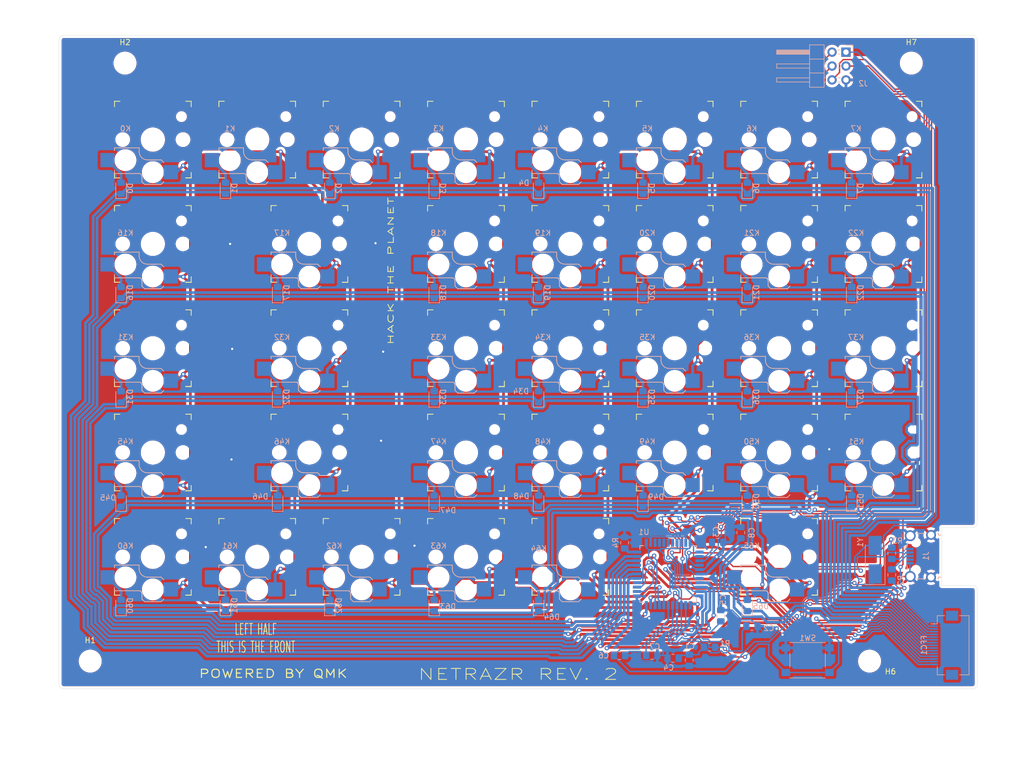
<source format=kicad_pcb>
(kicad_pcb (version 20211014) (generator pcbnew)
  (title_block (title "NetRazr Keyboard") (rev "2") (comment 1 "Split KB for use in NetRazr Cyberdeck."))
  (layers (0 "F.Cu" signal) (31 "B.Cu" signal) (34 "B.Paste" user) (35 "F.Paste" user) (36 "B.SilkS" user "B.Silkscreen") (37 "F.SilkS" user "F.Silkscreen") (38 "B.Mask" user) (39 "F.Mask" user) (44 "Edge.Cuts" user))
  (net 0 "")
  (net 1 "GND")
  (net 2 "VCC")
  (net 3 "Net-(C6-Pad1)")
  (net 4 "Net-(C7-Pad1)")
  (net 5 "Net-(C8-Pad1)")
  (net 6 "Net-(J1-Pad3)")
  (net 7 "Net-(J1-Pad2)")
  (net 8 "/Row_7")
  (net 9 "Net-(R2-Pad1)")
  (net 10 "Net-(R3-Pad1)")
  (net 11 "Net-(R4-Pad2)")
  (net 12 "/Row_8")
  (net 13 "/Reset")
  (net 14 "/Row_0")
  (net 15 "/Row_1")
  (net 16 "/Row_2")
  (net 17 "/Row_3")
  (net 18 "/Row_4")
  (net 19 "/Row_5")
  (net 20 "/Row_6")
  (net 21 "/Col_0")
  (net 22 "/Col_1")
  (net 23 "/Col_2")
  (net 24 "/Col_3")
  (net 25 "/Col_4")
  (net 26 "/Col_5")
  (net 27 "/Col_6")
  (net 28 "/Col_7")
  (net 29 "/Row_9")
  (net 36 "Net-(D0-Pad2)")
  (net 37 "Net-(D1-Pad2)")
  (net 38 "Net-(D2-Pad2)")
  (net 39 "Net-(D3-Pad2)")
  (net 40 "Net-(D4-Pad2)")
  (net 41 "Net-(D5-Pad2)")
  (net 42 "Net-(D6-Pad2)")
  (net 43 "Net-(D7-Pad2)")
  (net 44 "Net-(D16-Pad2)")
  (net 45 "Net-(D17-Pad2)")
  (net 46 "Net-(D18-Pad2)")
  (net 47 "Net-(D19-Pad2)")
  (net 48 "Net-(D20-Pad2)")
  (net 49 "Net-(D21-Pad2)")
  (net 50 "Net-(D22-Pad2)")
  (net 51 "Net-(D31-Pad2)")
  (net 52 "Net-(D32-Pad2)")
  (net 53 "Net-(D33-Pad2)")
  (net 54 "Net-(D34-Pad2)")
  (net 55 "Net-(D35-Pad2)")
  (net 56 "Net-(D36-Pad2)")
  (net 57 "Net-(D37-Pad2)")
  (net 58 "Net-(D45-Pad2)")
  (net 59 "Net-(D46-Pad2)")
  (net 60 "Net-(D47-Pad2)")
  (net 61 "Net-(D48-Pad2)")
  (net 62 "Net-(D49-Pad2)")
  (net 63 "Net-(D50-Pad2)")
  (net 64 "Net-(D51-Pad2)")
  (net 65 "Net-(D60-Pad2)")
  (net 66 "Net-(D61-Pad2)")
  (net 67 "Net-(D62-Pad2)")
  (net 68 "Net-(D63-Pad2)")
  (net 69 "Net-(D64-Pad2)")
  (net 70 "Net-(D65-Pad2)")
  (footprint "Kailh_Choc:Kailh_socket_PG1350" (layer "F.Cu") (at 40.05 61.95)
    (fp_text reference "K16")
    (fp_text value "MACRO,,,,,,2")
  )
  (footprint "Kailh_Choc:Kailh_socket_PG1350" (layer "F.Cu") (at 154.35 81)
    (fp_text reference "K36")
    (fp_text value "F")
  )
  (footprint "Kailh_Choc:Kailh_socket_PG1350" (layer "F.Cu") (at 135.3 81)
    (fp_text reference "K35")
    (fp_text value "D")
  )
  (footprint "Kailh_Choc:Kailh_socket_PG1350" (layer "F.Cu") (at 78.15 119.1)
    (fp_text reference "K62")
    (fp_text value "FN")
  )
  (footprint "Kailh_Choc:Kailh_socket_PG1350" (layer "F.Cu") (at 116.25 100.05)
    (fp_text reference "K48")
    (fp_text value "X")
  )
  (footprint "Kailh_Choc:Kailh_socket_PG1350" (layer "F.Cu") (at 173.4 81)
    (fp_text reference "K37")
    (fp_text value "G")
  )
  (footprint "Kailh_Choc:Kailh_socket_PG1350" (layer "F.Cu") (at 135.3 42.9)
    (fp_text reference "K5")
    (fp_text value "#,,f3,,,,,,,3")
  )
  (footprint "MountingHole:MountingHole_3.2mm_M3_DIN965" (layer "F.Cu") (at 34.97 28.93)
    (fp_text reference "H2")
    (fp_text value "MountingHole")
  )
  (footprint "MountingHole:MountingHole_3.2mm_M3_DIN965" (layer "F.Cu") (at 178.48 28.93)
    (fp_text reference "H7")
    (fp_text value "MountingHole")
  )
  (footprint "Kailh_Choc:Kailh_socket_PG1350" (layer "F.Cu") (at 135.3 100.05)
    (fp_text reference "K49")
    (fp_text value "C")
  )
  (footprint "Kailh_Choc:Kailh_socket_PG1350" (layer "F.Cu") (at 97.2 100.05)
    (fp_text reference "K47")
    (fp_text value "Z")
  )
  (footprint "Kailh_Choc:Kailh_socket_PG1350" (layer "F.Cu") (at 40.05 42.9)
    (fp_text reference "K0")
    (fp_text value "MACRO,,,,,,1")
  )
  (footprint "Kailh_Choc:Kailh_socket_PG1350" (layer "F.Cu") (at 173.4 61.95)
    (fp_text reference "K22")
    (fp_text value "T")
  )
  (footprint "Kailh_Choc:Kailh_socket_PG1350" (layer "F.Cu") (at 154.35 61.95)
    (fp_text reference "K21")
    (fp_text value "R")
  )
  (footprint "Kailh_Choc:Kailh_socket_PG1350" (layer "F.Cu") (at 116.25 81)
    (fp_text reference "K34")
    (fp_text value "S")
  )
  (footprint "MountingHole:MountingHole_3.2mm_M3_DIN965" (layer "F.Cu") (at 170.86 138.15)
    (fp_text reference "H6")
    (fp_text value "MountingHole")
  )
  (footprint "Kailh_Choc:Kailh_socket_PG1350" (layer "F.Cu") (at 135.3 61.95)
    (fp_text reference "K20")
    (fp_text value "E")
  )
  (footprint "Kailh_Choc:Kailh_socket_PG1350" (layer "F.Cu") (at 68.625 81)
    (fp_text reference "K32")
    (fp_text value "CAPS")
  )
  (footprint "Kailh_Choc:Kailh_socket_PG1350" (layer "F.Cu") (at 116.25 61.95)
    (fp_text reference "K19")
    (fp_text value "W")
  )
  (footprint "Kailh_Choc:Kailh_socket_PG1350" (layer "F.Cu") (at 97.2 119.1)
    (fp_text reference "K63")
    (fp_text value "META")
  )
  (footprint "Kailh_Choc:Kailh_socket_PG1350" (layer "F.Cu") (at 40.05 100.05)
    (fp_text reference "K45")
    (fp_text value "MACRO,,,,,,4")
  )
  (footprint "Kailh_Choc:Kailh_socket_PG1350" (layer "F.Cu") (at 154.35 42.9)
    (fp_text reference "K6")
    (fp_text value "$,,f4,,,,,,,4")
  )
  (footprint "Kailh_Choc:Kailh_socket_PG1350" (layer "F.Cu") (at 97.2 81)
    (fp_text reference "K33")
    (fp_text value "A")
  )
  (footprint "Kailh_Choc:Kailh_socket_PG1350" (layer "F.Cu") (at 173.4 100.05)
    (fp_text reference "K51")
    (fp_text value "B")
  )
  (footprint "Kailh_Choc:Kailh_socket_PG1350" (layer "F.Cu") (at 40.05 119.1)
    (fp_text reference "K60")
    (fp_text value "MACRO,,,,,,5")
  )
  (footprint "Kailh_Choc:Kailh_socket_PG1350" (layer "F.Cu") (at 173.4 42.9)
    (fp_text reference "K7")
    (fp_text value "%,,f5,,,,,,,5")
  )
  (footprint "Kailh_Choc:Kailh_socket_PG1350" (layer "F.Cu") (at 116.25 119.1)
    (fp_text reference "K64")
    (fp_text value "LALT")
  )
  (footprint "Kailh_Choc:Kailh_socket_PG1350" (layer "F.Cu") (at 97.2 42.9)
    (fp_text reference "K3")
    (fp_text value "!,,f1,,,,,,,1")
  )
  (footprint "Kailh_Choc:Kailh_socket_PG1350" (layer "F.Cu") (at 154.35 100.05)
    (fp_text reference "K50")
    (fp_text value "V")
  )
  (footprint "Kailh_Choc:Kailh_socket_PG1350" (layer "F.Cu") (at 78.15 42.9)
    (fp_text reference "K2")
    (fp_text value "~~,,,,,,,,,`")
  )
  (footprint "Kailh_Choc:Kailh_socket_PG1350" (layer "F.Cu") (at 68.625 100.05)
    (fp_text reference "K46")
    (fp_text value "LSHIFT")
  )
  (footprint "Kailh_Choc:Kailh_socket_PG1350" (layer "F.Cu") (at 68.625 61.95)
    (fp_text reference "K17")
    (fp_text value "TAB")
  )
  (footprint "Kailh_Choc:Kailh_socket_PG1350" (layer "F.Cu") (at 59.1 42.9)
    (fp_text reference "K1")
    (fp_text value "ESC")
  )
  (footprint "Kailh_Choc:Kailh_socket_PG1350" (layer "F.Cu") (at 40.05 81)
    (fp_text reference "K31")
    (fp_text value "MACRO,,,,,,3")
  )
  (footprint "Kailh_Choc:Kailh_socket_PG1350" (layer "F.Cu") (at 154.35 119.1)
    (fp_text reference "K65")
    (fp_text value "LSPACE")
  )
  (footprint "MountingHole:MountingHole_3.2mm_M3_DIN965" (layer "F.Cu") (at 28.62 138.15)
    (fp_text reference "H1")
    (fp_text value "MountingHole")
  )
  (footprint "Kailh_Choc:Kailh_socket_PG1350" (layer "F.Cu") (at 59.1 119.1)
    (fp_text reference "K61")
    (fp_text value "LCTRL")
  )
  (footprint "Kailh_Choc:Kailh_socket_PG1350" (layer "F.Cu") (at 116.25 42.9)
    (fp_text reference "K4")
    (fp_text value "@,,f2,,,,,,,2")
  )
  (footprint "Kailh_Choc:Kailh_socket_PG1350" (layer "F.Cu") (at 97.2 61.95)
    (fp_text reference "K18")
    (fp_text value "Q")
  )
  (footprint "Capacitor_SMD:C_0805_2012Metric_Pad1.15x1.40mm_HandSolder" (layer "B.Cu") (at 143.71 129.86 90)
    (fp_text reference "C5")
    (fp_text value "4.7u")
  )
  (footprint "Diode_SMD:D_0805_2012Metric_Pad1.15x1.40mm_HandSolder" (layer "B.Cu") (at 110.45 70.84 90)
    (fp_text reference "D19")
    (fp_text value "D")
  )
  (footprint "Diode_SMD:D_0805_2012Metric_Pad1.15x1.40mm_HandSolder" (layer "B.Cu") (at 91.4 108.94 90)
    (fp_text reference "D47")
    (fp_text value "D")
  )
  (footprint "Resistor_SMD:R_0805_2012Metric_Pad1.15x1.40mm_HandSolder" (layer "B.Cu") (at 126.16 116.53 -90)
    (fp_text reference "R4")
    (fp_text value "10k")
  )
  (footprint "Resistor_SMD:R_0805_2012Metric_Pad1.15x1.40mm_HandSolder" (layer "B.Cu") (at 141.65 135.61 180)
    (fp_text reference "R1")
    (fp_text value "10k")
  )
  (footprint "Diode_SMD:D_0805_2012Metric_Pad1.15x1.40mm_HandSolder" (layer "B.Cu") (at 167.6 70.84 90)
    (fp_text reference "D22")
    (fp_text value "D")
  )
  (footprint "Diode_SMD:D_0805_2012Metric_Pad1.15x1.40mm_HandSolder" (layer "B.Cu") (at 129.5 89.89 90)
    (fp_text reference "D35")
    (fp_text value "D")
  )
  (footprint "Capacitor_SMD:C_0805_2012Metric_Pad1.15x1.40mm_HandSolder" (layer "B.Cu") (at 147.36 114.68 90)
    (fp_text reference "C8")
    (fp_text value "1u")
  )
  (footprint "Diode_SMD:D_0805_2012Metric_Pad1.15x1.40mm_HandSolder" (layer "B.Cu") (at 110.45 51.79 90)
    (fp_text reference "D4")
    (fp_text value "D")
  )
  (footprint "Diode_SMD:D_0805_2012Metric_Pad1.15x1.40mm_HandSolder" (layer "B.Cu") (at 34.25 89.89 90)
    (fp_text reference "D31")
    (fp_text value "D")
  )
  (footprint "Diode_SMD:D_0805_2012Metric_Pad1.15x1.40mm_HandSolder" (layer "B.Cu") (at 110.45 108.94 90)
    (fp_text reference "D48")
    (fp_text value "D")
  )
  (footprint "Capacitor_SMD:C_0805_2012Metric_Pad1.15x1.40mm_HandSolder" (layer "B.Cu") (at 131.1 137.09)
    (fp_text reference "C7")
    (fp_text value "22p")
  )
  (footprint "Resistor_SMD:R_0805_2012Metric_Pad1.15x1.40mm_HandSolder" (layer "B.Cu") (at 174.924 118.465 -90)
    (fp_text reference "R3")
    (fp_text value "22R")
  )
  (footprint "Diode_SMD:D_0805_2012Metric_Pad1.15x1.40mm_HandSolder" (layer "B.Cu") (at 34.25 70.84 90)
    (fp_text reference "D16")
    (fp_text value "D")
  )
  (footprint "Diode_SMD:D_0805_2012Metric_Pad1.15x1.40mm_HandSolder" (layer "B.Cu") (at 62.825 70.84 90)
    (fp_text reference "D17")
    (fp_text value "D")
  )
  (footprint "Button_Switch_SMD:SW_Push_1P1T_NO_6x6mm_H9.5mm" (layer "B.Cu") (at 159.55 137.98 180)
    (fp_text reference "SW1")
    (fp_text value "Reset_SW")
  )
  (footprint "Diode_SMD:D_0805_2012Metric_Pad1.15x1.40mm_HandSolder" (layer "B.Cu") (at 167.6 89.89 90)
    (fp_text reference "D37")
    (fp_text value "D")
  )
  (footprint "Capacitor_SMD:C_0805_2012Metric_Pad1.15x1.40mm_HandSolder" (layer "B.Cu") (at 143.13 116.45)
    (fp_text reference "C3")
    (fp_text value "0.1u")
  )
  (footprint "Package_QFP:TQFP-44_10x10mm_P0.8mm" (layer "B.Cu") (at 134.11 122.23 180)
    (fp_text reference "U1")
    (fp_text value "ATmega32U4-AU")
  )
  (footprint "Diode_SMD:D_0805_2012Metric_Pad1.15x1.40mm_HandSolder" (layer "B.Cu") (at 91.4 51.79 90)
    (fp_text reference "D3")
    (fp_text value "D")
  )
  (footprint "Diode_SMD:D_0805_2012Metric_Pad1.15x1.40mm_HandSolder" (layer "B.Cu") (at 34.25 108.94 90)
    (fp_text reference "D45")
    (fp_text value "D")
  )
  (footprint "Diode_SMD:D_0805_2012Metric_Pad1.15x1.40mm_HandSolder" (layer "B.Cu") (at 129.5 51.79 90)
    (fp_text reference "D5")
    (fp_text value "D")
  )
  (footprint "Diode_SMD:D_0805_2012Metric_Pad1.15x1.40mm_HandSolder" (layer "B.Cu") (at 167.6 51.79 90)
    (fp_text reference "D7")
    (fp_text value "D")
  )
  (footprint "Diode_SMD:D_0805_2012Metric_Pad1.15x1.40mm_HandSolder" (layer "B.Cu") (at 167.6 108.94 90)
    (fp_text reference "D51")
    (fp_text value "D")
  )
  (footprint "Connector_PinHeader_2.54mm:PinHeader_2x03_P2.54mm_Horizontal" (layer "B.Cu") (at 166.555 26.925 180)
    (fp_text reference "J2")
    (fp_text value "Conn_02x03_Odd_Even")
  )
  (footprint "Diode_SMD:D_0805_2012Metric_Pad1.15x1.40mm_HandSolder" (layer "B.Cu") (at 148.55 127.99 90)
    (fp_text reference "D65")
    (fp_text value "D")
  )
  (footprint "Capacitor_SMD:C_0805_2012Metric_Pad1.15x1.40mm_HandSolder" (layer "B.Cu") (at 125.22 137.13)
    (fp_text reference "C6")
    (fp_text value "22p")
  )
  (footprint "Diode_SMD:D_0805_2012Metric_Pad1.15x1.40mm_HandSolder" (layer "B.Cu") (at 53.3 51.79 90)
    (fp_text reference "D1")
    (fp_text value "D")
  )
  (footprint "Capacitor_SMD:C_0805_2012Metric_Pad1.15x1.40mm_HandSolder" (layer "B.Cu") (at 149.39 131.77)
    (fp_text reference "C2")
    (fp_text value "0.1u")
  )
  (footprint "Diode_SMD:D_0805_2012Metric_Pad1.15x1.40mm_HandSolder" (layer "B.Cu") (at 62.825 108.94 90)
    (fp_text reference "D46")
    (fp_text value "D")
  )
  (footprint "Diode_SMD:D_0805_2012Metric_Pad1.15x1.40mm_HandSolder" (layer "B.Cu") (at 148.55 108.94 90)
    (fp_text reference "D50")
    (fp_text value "D")
  )
  (footprint "Diode_SMD:D_0805_2012Metric_Pad1.15x1.40mm_HandSolder" (layer "B.Cu") (at 110.45 127.99 90)
    (fp_text reference "D64")
    (fp_text value "D")
  )
  (footprint "Connector_FFC-FPC:Hirose_FH12-15S-0.5SH_1x15-1MP_P0.50mm_Horizontal" (layer "B.Cu") (at 184.515 135.25 -90)
    (fp_text reference "FFC1")
    (fp_text value "Hirose_FH12-15S-0.5SH_1x15-1MP_P0.50mm_Horizontal")
  )
  (footprint "Diode_SMD:D_0805_2012Metric_Pad1.15x1.40mm_HandSolder" (layer "B.Cu") (at 129.5 108.94 90)
    (fp_text reference "D49")
    (fp_text value "D")
  )
  (footprint "Diode_SMD:D_0805_2012Metric_Pad1.15x1.40mm_HandSolder" (layer "B.Cu") (at 148.55 51.79 90)
    (fp_text reference "D6")
    (fp_text value "D")
  )
  (footprint "Capacitor_SMD:C_0805_2012Metric_Pad1.15x1.40mm_HandSolder" (layer "B.Cu") (at 135 137.62 180)
    (fp_text reference "C4")
    (fp_text value "0.1u")
  )
  (footprint "Resistor_SMD:R_0805_2012Metric_Pad1.15x1.40mm_HandSolder" (layer "B.Cu") (at 174.924 122.402 90)
    (fp_text reference "R2")
    (fp_text value "22R")
  )
  (footprint "Diode_SMD:D_0805_2012Metric_Pad1.15x1.40mm_HandSolder" (layer "B.Cu") (at 34.25 51.79 90)
    (fp_text reference "D0")
    (fp_text value "D")
  )
  (footprint "Diode_SMD:D_0805_2012Metric_Pad1.15x1.40mm_HandSolder" (layer "B.Cu") (at 91.4 89.89 90)
    (fp_text reference "D33")
    (fp_text value "D")
  )
  (footprint "Diode_SMD:D_0805_2012Metric_Pad1.15x1.40mm_HandSolder" (layer "B.Cu") (at 91.4 127.99 90)
    (fp_text reference "D63")
    (fp_text value "D")
  )
  (footprint "Diode_SMD:D_0805_2012Metric_Pad1.15x1.40mm_HandSolder" (layer "B.Cu") (at 110.45 89.89 90)
    (fp_text reference "D34")
    (fp_text value "D")
  )
  (footprint "Crystal:Crystal_SMD_5032-2Pin_5.0x3.2mm_HandSoldering" (layer "B.Cu") (at 171.88 119.62 90)
    (fp_text reference "Y1")
    (fp_text value "Crystal")
  )
  (footprint "Connector_USB:USB_Micro-B_Wuerth_629105150521_CircularHoles" (layer "B.Cu") (at 180.131 118.973 -90)
    (fp_text reference "J1")
    (fp_text value "USB_B_Micro")
  )
  (footprint "Diode_SMD:D_0805_2012Metric_Pad1.15x1.40mm_HandSolder" (layer "B.Cu") (at 72.35 127.99 90)
    (fp_text reference "D62")
    (fp_text value "D")
  )
  (footprint "Diode_SMD:D_0805_2012Metric_Pad1.15x1.40mm_HandSolder" (layer "B.Cu") (at 53.3 127.99 90)
    (fp_text reference "D61")
    (fp_text value "D")
  )
  (footprint "Diode_SMD:D_0805_2012Metric_Pad1.15x1.40mm_HandSolder" (layer "B.Cu") (at 62.825 89.89 90)
    (fp_text reference "D32")
    (fp_text value "D")
  )
  (footprint "Diode_SMD:D_0805_2012Metric_Pad1.15x1.40mm_HandSolder" (layer "B.Cu") (at 91.4 70.84 90)
    (fp_text reference "D18")
    (fp_text value "D")
  )
  (footprint "Diode_SMD:D_0805_2012Metric_Pad1.15x1.40mm_HandSolder" (layer "B.Cu") (at 129.5 70.84 90)
    (fp_text reference "D20")
    (fp_text value "D")
  )
  (footprint "Diode_SMD:D_0805_2012Metric_Pad1.15x1.40mm_HandSolder" (layer "B.Cu") (at 148.55 70.84 90)
    (fp_text reference "D21")
    (fp_text value "D")
  )
  (footprint "Diode_SMD:D_0805_2012Metric_Pad1.15x1.40mm_HandSolder" (layer "B.Cu") (at 72.35 51.79 90)
    (fp_text reference "D2")
    (fp_text value "D")
  )
  (footprint "Diode_SMD:D_0805_2012Metric_Pad1.15x1.40mm_HandSolder" (layer "B.Cu") (at 34.25 127.99 90)
    (fp_text reference "D60")
    (fp_text value "D")
  )
  (footprint "Diode_SMD:D_0805_2012Metric_Pad1.15x1.40mm_HandSolder" (layer "B.Cu") (at 148.55 89.89 90)
    (fp_text reference "D36")
    (fp_text value "D")
  )
  (footprint "Capacitor_SMD:C_0805_2012Metric_Pad1.15x1.40mm_HandSolder" (layer "B.Cu") (at 137.95 137.98 -90)
    (fp_text reference "C1")
    (fp_text value "0.1u")
  )
  (gr_line (start 184.068 124.307) (end 184.068 113.766) (layer "Edge.Cuts") (width 0.05))
  (gr_line (start 190.545 124.307) (end 190.545 124.307) (layer "Edge.Cuts") (width 0.05))
  (gr_line (start 23.794 143.23) (end 189.656 143.23) (layer "Edge.Cuts") (width 0.05))
  (gr_arc (start 190.545 112.877) (mid 190.284618 113.505618) (end 189.656 113.766) (layer "Edge.Cuts") (width 0.05))
  (gr_arc (start 189.656 23.85) (mid 190.284618 24.110382) (end 190.545 24.739) (layer "Edge.Cuts") (width 0.05))
  (gr_line (start 184.068 113.766) (end 189.656 113.766) (layer "Edge.Cuts") (width 0.05))
  (gr_arc (start 23.794 143.23) (mid 23.165382 142.969618) (end 22.905 142.341) (layer "Edge.Cuts") (width 0.05))
  (gr_arc (start 190.545 142.341) (mid 190.284618 142.969618) (end 189.656 143.23) (layer "Edge.Cuts") (width 0.05))
  (gr_line (start 189.656 124.307) (end 184.068 124.307) (layer "Edge.Cuts") (width 0.05))
  (gr_line (start 22.905 24.739) (end 22.905 142.341) (layer "Edge.Cuts") (width 0.05))
  (gr_line (start 190.545 112.877) (end 190.545 24.739) (layer "Edge.Cuts") (width 0.05))
  (gr_line (start 189.656 23.85) (end 23.794 23.85) (layer "Edge.Cuts") (width 0.05))
  (gr_arc (start 22.905 24.739) (mid 23.165382 24.110382) (end 23.794 23.85) (layer "Edge.Cuts") (width 0.05))
  (gr_line (start 190.545 142.341) (end 190.545 125.196) (layer "Edge.Cuts") (width 0.05))
  (gr_line (start 190.545 124.307) (end 190.545 124.307) (layer "Edge.Cuts") (width 0.05))
  (gr_arc (start 189.656 124.307) (mid 190.284618 124.567382) (end 190.545 125.196) (layer "Edge.Cuts") (width 0.05))
  (gr_text "POWERED BY QMK" (at 62.021 140.436) (layer "F.SilkS") (effects (font (size 1.5 2) (thickness 0.2))))
  (gr_text "NETRAZR REV. 2" (at 106.725 140.563) (layer "F.SilkS") (effects (font (size 2 3))))
  (gr_text "HACK THE PLANET" (at 83.484 66.903 90) (layer "F.SilkS") (effects (font (size 1 2))))
  (gr_text "LEFT HALF\nTHIS IS THE FRONT" (at 58.846 133.959) (layer "F.SilkS") (effects (font (size 2 1))))
  (segment (start 135.112703 122.068155) (end 135.112703 122.279581) (width 0.25) (layer "F.Cu") (net 1))
  (segment (start 173.3555 122.7055) (end 173.363 122.698) (width 0.25) (layer "F.Cu") (net 1))
  (segment (start 158.811188 129.3295) (end 158.811188 127.219353) (width 0.25) (layer "F.Cu") (net 1))
  (segment (start 159.521968 126.508573) (end 160.49537 126.508573) (width 0.25) (layer "F.Cu") (net 1))
  (segment (start 142.909312 119.155541) (end 142.909312 122.466689) (width 0.25) (layer "F.Cu") (net 1))
  (segment (start 142.909312 122.466689) (end 142.7755 122.600501) (width 0.25) (layer "F.Cu") (net 1))
  (segment (start 135.419122 122.586) (end 138.207348 122.586) (width 0.25) (layer "F.Cu") (net 1))
  (segment (start 154.979387 133.330613) (end 153.882088 132.233314) (width 0.25) (layer "F.Cu") (net 1))
  (segment (start 160.77037 126.783573) (end 162.573635 126.783573) (width 0.25) (layer "F.Cu") (net 1))
  (segment (start 167.514195 123.4305) (end 168.239195 122.7055) (width 0.25) (layer "F.Cu") (net 1))
  (segment (start 134.96 130.33) (end 135.71 129.58) (width 0.25) (layer "F.Cu") (net 1))
  (segment (start 158.811188 127.219353) (end 159.521968 126.508573) (width 0.25) (layer "F.Cu") (net 1))
  (segment (start 168.239195 122.7055) (end 173.3555 122.7055) (width 0.25) (layer "F.Cu") (net 1))
  (segment (start 160.49537 126.508573) (end 160.77037 126.783573) (width 0.25) (layer "F.Cu") (net 1))
  (segment (start 142.960353 119.1045) (end 142.909312 119.155541) (width 0.25) (layer "F.Cu") (net 1))
  (segment (start 138.207348 122.586) (end 138.207348 120.921946) (width 0.25) (layer "F.Cu") (net 1))
  (segment (start 130.65 130.33) (end 134.96 130.33) (width 0.25) (layer "F.Cu") (net 1))
  (segment (start 134.34144 120.697399) (end 134.34144 121.296892) (width 0.25) (layer "F.Cu") (net 1))
  (segment (start 173.363 122.698) (end 178.281 122.698) (width 0.25) (layer "F.Cu") (net 1))
  (segment (start 158.536188 129.6045) (end 158.811188 129.3295) (width 0.25) (layer "F.Cu") (net 1))
  (segment (start 165.926708 123.4305) (end 167.514195 123.4305) (width 0.25) (layer "F.Cu") (net 1))
  (segment (start 162.573635 126.783573) (end 165.926708 123.4305) (width 0.25) (layer "F.Cu") (net 1))
  (segment (start 134.34144 121.296892) (end 135.112703 122.068155) (width 0.25) (layer "F.Cu") (net 1))
  (segment (start 135.112703 122.279581) (end 135.419122 122.586) (width 0.25) (layer "F.Cu") (net 1))
  (via (at 142.960353 119.1045) (size 0.8) (drill 0.4) (layers "F.Cu" "B.Cu") (net 1))
  (via (at 80.69 61.823) (size 0.8) (drill 0.4) (layers "F.Cu" "B.Cu") (net 1))
  (via (at 54.528 81.127) (size 0.8) (drill 0.4) (layers "F.Cu" "B.Cu") (net 1))
  (via (at 82.087 81.635) (size 0.8) (drill 0.4) (layers "F.Cu" "B.Cu") (net 1))
  (via (at 54.401 101.32) (size 0.8) (drill 0.4) (layers "F.Cu" "B.Cu") (net 1))
  (via (at 49.702 117.322) (size 0.8) (drill 0.4) (layers "F.Cu" "B.Cu") (net 1))
  (via (at 54.147 61.95) (size 0.8) (drill 0.4) (layers "F.Cu" "B.Cu") (net 1))
  (via (at 130.65 130.33) (size 0.8) (drill 0.4) (layers "F.Cu" "B.Cu") (net 1))
  (via (at 153.882088 132.233314) (size 0.8) (drill 0.4) (layers "F.Cu" "B.Cu") (net 1))
  (via (at 142.7755 122.600501) (size 0.8) (drill 0.4) (layers "F.Cu" "B.Cu") (net 1))
  (via (at 163.505 99.45) (size 0.8) (drill 0.4) (layers "F.Cu" "B.Cu") (net 1))
  (via (at 138.207348 120.921946) (size 0.8) (drill 0.4) (layers "F.Cu" "B.Cu") (net 1))
  (via (at 152.318 116.941) (size 0.8) (drill 0.4) (layers "F.Cu" "B.Cu") (net 1))
  (via (at 81.706 97.891) (size 0.8) (drill 0.4) (layers "F.Cu" "B.Cu") (net 1))
  (via (at 87.802 117.068) (size 0.8) (drill 0.4) (layers "F.Cu" "B.Cu") (net 1))
  (via (at 154.979387 133.330613) (size 0.8) (drill 0.4) (layers "F.Cu" "B.Cu") (net 1))
  (via (at 158.536188 129.6045) (size 0.8) (drill 0.4) (layers "F.Cu" "B.Cu") (net 1))
  (via (at 135.71 129.58) (size 0.8) (drill 0.4) (layers "F.Cu" "B.Cu") (net 1))
  (via (at 134.34144 120.697399) (size 0.8) (drill 0.4) (layers "F.Cu" "B.Cu") (net 1))
  (segment (start 145.12 113.38) (end 147.085 113.38) (width 0.25) (layer "B.Cu") (net 1))
  (segment (start 126.21 115.455) (end 130.525 115.455) (width 0.25) (layer "B.Cu") (net 1))
  (segment (start 130.91 115.84) (end 130.91 116.53) (width 0.25) (layer "B.Cu") (net 1))
  (segment (start 178.231 122.648) (end 178.281 122.698) (width 0.25) (layer "B.Cu") (net 1))
  (segment (start 144.51 113.99) (end 145.12 113.38) (width 0.25) (layer "B.Cu") (net 1))
  (segment (start 143.2845 125.362622) (end 143.2845 128.4095) (width 0.25) (layer "B.Cu") (net 1))
  (segment (start 142.960353 119.1045) (end 143.372328 119.1045) (width 0.25) (layer "B.Cu") (net 1))
  (segment (start 135.71 131.590954) (end 135.71 129.58) (width 0.25) (layer "B.Cu") (net 1))
  (segment (start 158.536188 130.017321) (end 157.893292 130.660217) (width 0.25) (layer "B.Cu") (net 1))
  (segment (start 134.527691 120.88365) (end 134.527691 121.487614) (width 0.25) (layer "B.Cu") (net 1))
  (segment (start 129.511827 138.115) (end 131.1 138.115) (width 0.25) (layer "B.Cu") (net 1))
  (segment (start 145.641979 111.615) (end 140.95 111.615) (width 0.25) (layer "B.Cu") (net 1))
  (segment (start 134.973511 124.975235) (end 135.645841 124.975235) (width 0.25) (layer "B.Cu") (net 1))
  (segment (start 126.995 136.38) (end 129.006396 136.38) (width 0.25) (layer "B.Cu") (net 1))
  (segment (start 130.525 115.455) (end 130.91 115.84) (width 0.25) (layer "B.Cu") (net 1))
  (segment (start 129.006396 136.38) (end 129.006396 137.609569) (width 0.25) (layer "B.Cu") (net 1))
  (segment (start 133.16 133.928821) (end 134.683821 132.405) (width 0.25) (layer "B.Cu") (net 1))
  (segment (start 145.791879 128.835) (end 143.71 128.835) (width 0.25) (layer "B.Cu") (net 1))
  (segment (start 137.95 139.005) (end 135.36 139.005) (width 0.25) (layer "B.Cu") (net 1))
  (segment (start 134.895954 132.405) (end 135.71 131.590954) (width 0.25) (layer "B.Cu") (net 1))
  (segment (start 147.085 113.38) (end 147.36 113.655) (width 0.25) (layer "B.Cu") (net 1))
  (segment (start 149.26 130.615) (end 150.415 131.77) (width 0.25) (layer "B.Cu") (net 1))
  (segment (start 139.103604 121.43) (end 139.81 121.43) (width 0.25) (layer "B.Cu") (net 1))
  (segment (start 137.11 115.455) (end 131.11 115.455) (width 0.25) (layer "B.Cu") (net 1))
  (segment (start 142.7755 122.600501) (end 143.03 122.855001) (width 0.25) (layer "B.Cu") (net 1))
  (segment (start 147.571879 130.615) (end 145.791879 128.835) (width 0.25) (layer "B.Cu") (net 1))
  (segment (start 131.1 138.115) (end 132.125 137.09) (width 0.25) (layer "B.Cu") (net 1))
  (segment (start 152.506802 133.861802) (end 150.415 131.77) (width 0.25) (layer "B.Cu") (net 1))
  (segment (start 137.31 115.255) (end 137.31 116.53) (width 0.25) (layer "B.Cu") (net 1))
  (segment (start 152.641802 133.861802) (end 152.506802 133.861802) (width 0.25) (layer "B.Cu") (net 1))
  (segment (start 182.665 131.75) (end 181.659772 131.75) (width 0.25) (layer "B.Cu") (net 1))
  (segment (start 129.629695 130.33) (end 130.65 130.33) (width 0.25) (layer "B.Cu") (net 1))
  (segment (start 143.2845 128.4095) (end 143.71 128.835) (width 0.25) (layer "B.Cu") (net 1))
  (segment (start 126.245 137.13) (end 126.995 136.38) (width 0.25) (layer "B.Cu") (net 1))
  (segment (start 135.71 127.14) (end 135.71 127.93) (width 0.25) (layer "B.Cu") (net 1))
  (segment (start 146.26349 112.23651) (end 145.641979 111.615) (width 0.25) (layer "B.Cu") (net 1))
  (segment (start 137.31 115.655) (end 137.11 115.455) (width 0.25) (layer "B.Cu") (net 1))
  (segment (start 134.897 124.898724) (end 134.973511 124.975235) (width 0.25) (layer "B.Cu") (net 1))
  (segment (start 134.527691 121.487614) (end 134.897 121.856923) (width 0.25) (layer "B.Cu") (net 1))
  (segment (start 163.525 135.73) (end 157.9 135.73) (width 0.25) (layer "B.Cu") (net 1))
  (segment (start 134.897 121.856923) (end 134.897 124.898724) (width 0.25) (layer "B.Cu") (net 1))
  (segment (start 126.16 115.505) (end 126.21 115.455) (width 0.25) (layer "B.Cu") (net 1))
  (segment (start 181.659772 131.75) (end 177.132386 127.222614) (width 0.25) (layer "B.Cu") (net 1))
  (segment (start 144.51 116.095) (end 144.51 113.99) (width 0.25) (layer "B.Cu") (net 1))
  (segment (start 155.500613 133.330613) (end 154.979387 133.330613) (width 0.25) (layer "B.Cu") (net 1))
  (segment (start 147.571879 130.615) (end 149.26 130.615) (width 0.25) (layer "B.Cu") (net 1))
  (segment (start 135.645841 124.975235) (end 136.070536 125.39993) (width 0.25) (layer "B.Cu") (net 1))
  (segment (start 145.12 113.38) (end 146.26349 112.23651) (width 0.25) (layer "B.Cu") (net 1))
  (segment (start 178.231 120.273) (end 178.231 122.648) (width 0.25) (layer "B.Cu") (net 1))
  (segment (start 143.03 125.108122) (end 143.2845 125.362622) (width 0.25) (layer "B.Cu") (net 1))
  (segment (start 129.006396 137.609569) (end 129.511827 138.115) (width 0.25) (layer "B.Cu") (net 1))
  (segment (start 177.132386 127.222614) (end 181.507 122.848) (width 0.25) (layer "B.Cu") (net 1))
  (segment (start 155.575 135.73) (end 155.575 133.926226) (width 0.25) (layer "B.Cu") (net 1))
  (segment (start 134.683821 132.405) (end 134.895954 132.405) (width 0.25) (layer "B.Cu") (net 1))
  (segment (start 133.16 137.09) (end 133.445 137.09) (width 0.25) (layer "B.Cu") (net 1))
  (segment (start 136.070536 126.779464) (end 135.71 127.14) (width 0.25) (layer "B.Cu") (net 1))
  (segment (start 153.882088 132.621516) (end 152.641802 133.861802) (width 0.25) (layer "B.Cu") (net 1))
  (segment (start 133.16 137.09) (end 133.16 133.928821) (width 0.25) (layer "B.Cu") (net 1))
  (segment (start 157.480471 130.660217) (end 154.890344 133.250344) (width 0.25) (layer "B.Cu") (net 1))
  (segment (start 131.11 115.455) (end 130.91 115.655) (width 0.25) (layer "B.Cu") (net 1))
  (segment (start 138.59555 120.921946) (end 139.103604 121.43) (width 0.25) (layer "B.Cu") (net 1))
  (segment (start 130.91 115.655) (end 130.91 116.53) (width 0.25) (layer "B.Cu") (net 1))
  (segment (start 140.95 111.615) (end 137.31 115.255) (width 0.25) (layer "B.Cu") (net 1))
  (segment (start 155.575 133.926226) (end 154.979387 133.330613) (width 0.25) (layer "B.Cu") (net 1))
  (segment (start 128.41 126.23) (end 128.41 129.110305) (width 0.25) (layer "B.Cu") (net 1))
  (segment (start 181.507 122.848) (end 182.081 122.848) (width 0.25) (layer "B.Cu") (net 1))
  (segment (start 135.71 129.58) (end 135.71 127.93) (width 0.25) (layer "B.Cu") (net 1))
  (segment (start 132.125 137.09) (end 133.16 137.09) (width 0.25) (layer "B.Cu") (net 1))
  (segment (start 143.372328 119.1045) (end 144.155 118.321828) (width 0.25) (layer "B.Cu") (net 1))
  (segment (start 144.155 116.45) (end 144.51 116.095) (width 0.25) (layer "B.Cu") (net 1))
  (segment (start 136.070536 125.39993) (end 136.070536 126.779464) (width 0.25) (layer "B.Cu") (net 1))
  (segment (start 157.893292 130.660217) (end 157.480471 130.660217) (width 0.25) (layer "B.Cu") (net 1))
  (segment (start 144.155 118.321828) (end 144.155 116.45) (width 0.25) (layer "B.Cu") (net 1))
  (segment (start 135.36 139.005) (end 133.975 137.62) (width 0.25) (layer "B.Cu") (net 1))
  (segment (start 133.445 137.09) (end 133.975 137.62) (width 0.25) (layer "B.Cu") (net 1))
  (segment (start 158.536188 129.6045) (end 158.536188 130.017321) (width 0.25) (layer "B.Cu") (net 1))
  (segment (start 143.03 122.855001) (end 143.03 125.108122) (width 0.25) (layer "B.Cu") (net 1))
  (segment (start 139.81 121.43) (end 140.634853 121.43) (width 0.25) (layer "B.Cu") (net 1))
  (segment (start 157.9 135.73) (end 155.500613 133.330613) (width 0.25) (layer "B.Cu") (net 1))
  (segment (start 138.207348 120.921946) (end 138.59555 120.921946) (width 0.25) (layer "B.Cu") (net 1))
  (segment (start 137.31 116.53) (end 137.31 115.655) (width 0.25) (layer "B.Cu") (net 1))
  (segment (start 134.34144 120.697399) (end 134.527691 120.88365) (width 0.25) (layer "B.Cu") (net 1))
  (segment (start 128.41 129.110305) (end 129.629695 130.33) (width 0.25) (layer "B.Cu") (net 1))
  (segment (start 153.882088 132.233314) (end 153.882088 132.621516) (width 0.25) (layer "B.Cu") (net 1))
  (segment (start 140.634853 121.43) (end 142.960353 119.1045) (width 0.25) (layer "B.Cu") (net 1))
  (segment (start 146.266396 111.73) (end 149.983604 111.73) (width 0.25) (layer "F.Cu") (net 2))
  (segment (start 159.729918 121.35) (end 168.9855 121.35) (width 0.25) (layer "F.Cu") (net 2))
  (segment (start 144.475 113.521396) (end 146.266396 111.73) (width 0.25) (layer "F.Cu") (net 2))
  (segment (start 158.174099 117.845495) (end 158.174099 119.794181) (width 0.25) (layer "F.Cu") (net 2))
  (segment (start 144.050305 114.335) (end 144.475 113.910305) (width 0.25) (layer "F.Cu") (net 2))
  (segment (start 143.131497 113.203198) (end 143.025 113.309695) (width 0.25) (layer "F.Cu") (net 2))
  (segment (start 158.174099 119.794181) (end 159.729918 121.35) (width 0.25) (layer "F.Cu") (net 2))
  (segment (start 141.060195 113.089805) (end 143.018104 113.089805) (width 0.25) (layer "F.Cu") (net 2))
  (segment (start 150.293604 112.04) (end 152.368604 112.04) (width 0.25) (layer "F.Cu") (net 2))
  (segment (start 139.88 114.27) (end 141.060195 113.089805) (width 0.25) (layer "F.Cu") (net 2))
  (segment (start 143.449695 114.335) (end 144.050305 114.335) (width 0.25) (layer "F.Cu") (net 2))
  (segment (start 143.025 113.309695) (end 143.025 113.910305) (width 0.25) (layer "F.Cu") (net 2))
  (segment (start 149.983604 111.73) (end 150.293604 112.04) (width 0.25) (layer "F.Cu") (net 2))
  (segment (start 168.9855 121.35) (end 169.26 121.6245) (width 0.25) (layer "F.Cu") (net 2))
  (segment (start 144.475 113.910305) (end 144.475 113.521396) (width 0.25) (layer "F.Cu") (net 2))
  (segment (start 143.018104 113.089805) (end 143.131497 113.203198) (width 0.25) (layer "F.Cu") (net 2))
  (segment (start 143.025 113.910305) (end 143.449695 114.335) (width 0.25) (layer "F.Cu") (net 2))
  (segment (start 152.368604 112.04) (end 158.174099 117.845495) (width 0.25) (layer "F.Cu") (net 2))
  (via (at 169.26 121.6245) (size 0.8) (drill 0.4) (layers "F.Cu" "B.Cu") (net 2))
  (via (at 139.88 114.27) (size 0.8) (drill 0.4) (layers "F.Cu" "B.Cu") (net 2))
  (segment (start 135.995 137.07) (end 137.835 137.07) (width 0.25) (layer "B.Cu") (net 2))
  (segment (start 183 51.556827) (end 182.705 51.261827) (width 0.25) (layer "B.Cu") (net 2))
  (segment (start 148.365 131.77) (end 148.365 131.915) (width 0.25) (layer "B.Cu") (net 2))
  (segment (start 138.735 117.155) (end 138.735 118.955) (width 0.25) (layer "B.Cu") (net 2))
  (segment (start 174.16 118.34) (end 176.827 118.34) (width 0.25) (layer "B.Cu") (net 2))
  (segment (start 134.17 134.504783) (end 134.17 133.555217) (width 0.25) (layer "B.Cu") (net 2))
  (segment (start 131.363 121.618234) (end 131.598677 121.382557) (width 0.25) (layer "B.Cu") (net 2))
  (segment (start 143.834371 136.298173) (end 144.171698 136.6355) (width 0.25) (layer "B.Cu") (net 2))
  (segment (start 132.517925 117.83) (end 130.535 117.83) (width 0.25) (layer "B.Cu") (net 2))
  (segment (start 175.304099 113.385901) (end 181.367272 113.385901) (width 0.25) (layer "B.Cu") (net 2))
  (segment (start 139.81 123.03) (end 138.935 123.03) (width 0.25) (layer "B.Cu") (net 2))
  (segment (start 135.347 124.525235) (end 135.347 120.659075) (width 0.25) (layer "B.Cu") (net 2))
  (segment (start 147.62 132.7) (end 147.6 132.68) (width 0.25) (layer "B.Cu") (net 2))
  (segment (start 145.109635 136.298173) (end 147.407472 136.298173) (width 0.25) (layer "B.Cu") (net 2))
  (segment (start 137.46 118.955805) (end 137.1845 118.680305) (width 0.25) (layer "B.Cu") (net 2))
  (segment (start 143.238173 136.635) (end 143.575 136.298173) (width 0.25) (layer "B.Cu") (net 2))
  (segment (start 140.780195 132.435) (end 141.225695 132.8805) (width 0.25) (layer "B.Cu") (net 2))
  (segment (start 139.71 136.955) (end 139.71 136.525) (width 0.25) (layer "B.Cu") (net 2))
  (segment (start 141.075 135.796396) (end 141.913604 136.635) (width 0.25) (layer "B.Cu") (net 2))
  (segment (start 137.907043 121.646946) (end 137.459 121.198903) (width 0.25) (layer "B.Cu") (net 2))
  (segment (start 139.584 134.504) (end 136.544619 134.504) (width 0.25) (layer "B.Cu") (net 2))
  (segment (start 144.772308 135.1855) (end 144.383399 135.1855) (width 0.25) (layer "B.Cu") (net 2))
  (segment (start 130.11 117.405) (end 130.11 116.53) (width 0.25) (layer "B.Cu") (net 2))
  (segment (start 141.075 135.61) (end 141.075 135.796396) (width 0.25) (layer "B.Cu") (net 2))
  (segment (start 145.197003 136.210805) (end 145.109635 136.298173) (width 0.25) (layer "B.Cu") (net 2))
  (segment (start 143.575 136.298173) (end 143.834371 136.298173) (width 0.25) (layer "B.Cu") (net 2))
  (segment (start 137.459 119.909305) (end 137.46 119.908305) (width 0.25) (layer "B.Cu") (net 2))
  (segment (start 136.520536 125.213534) (end 135.832237 124.525235) (width 0.25) (layer "B.Cu") (net 2))
  (segment (start 138.291641 121.646946) (end 137.907043 121.646946) (width 0.25) (layer "B.Cu") (net 2))
  (segment (start 131.363 123.812245) (end 131.363 121.618234) (width 0.25) (layer "B.Cu") (net 2))
  (segment (start 130.535 119.069695) (end 130.535 117.83) (width 0.25) (layer "B.Cu") (net 2))
  (segment (start 142.105 117.855) (end 140.93 119.03) (width 0.25) (layer "B.Cu") (net 2))
  (segment (start 181.367272 113.385901) (end 183 111.753172) (width 0.25) (layer "B.Cu") (net 2))
  (segment (start 177.494 117.673) (end 178.231 117.673) (width 0.25) (layer "B.Cu") (net 2))
  (segment (start 136.51 127.055) (end 136.520536 127.044464) (width 0.25) (layer "B.Cu") (net 2))
  (segment (start 141.826305 132.8805) (end 143.71 130.996805) (width 0.25) (layer "B.Cu") (net 2))
  (segment (start 135.843619 135.205) (end 134.870217 135.205) (width 0.25) (layer "B.Cu") (net 2))
  (segment (start 135.347 120.659075) (end 134.642237 119.954312) (width 0.25) (layer "B.Cu") (net 2))
  (segment (start 168.58 26.925) (end 166.555 26.925) (width 0.25) (layer "B.Cu") (net 2))
  (segment (start 140.625 135.61) (end 140.625 135.545) (width 0.25) (layer "B.Cu") (net 2))
  (segment (start 143.71 130.996805) (end 143.71 130.885) (width 0.25) (layer "B.Cu") (net 2))
  (segment (start 173.405 115.285) (end 175.304099 113.385901) (width 0.25) (layer "B.Cu") (net 2))
  (segment (start 173.405 119.095) (end 174.16 118.34) (width 0.25) (layer "B.Cu") (net 2))
  (segment (start 136.520536 127.044464) (end 136.520536 125.213534) (width 0.25) (layer "B.Cu") (net 2))
  (segment (start 131.598677 121.382557) (end 131.598677 120.133372) (width 0.25) (layer "B.Cu") (net 2))
  (segment (start 137.659195 117.605) (end 137.91 117.605) (width 0.25) (layer "B.Cu") (net 2))
  (segment (start 137.1845 118.079695) (end 137.659195 117.605) (width 0.25) (layer "B.Cu") (net 2))
  (segment (start 137.1845 118.680305) (end 137.1845 118.079695) (width 0.25) (layer "B.Cu") (net 2))
  (segment (start 147.407472 136.298173) (end 147.481299 136.372) (width 0.25) (layer "B.Cu") (net 2))
  (segment (start 137.459 121.198903) (end 137.459 119.909305) (width 0.25) (layer "B.Cu") (net 2))
  (segment (start 144.171698 136.6355) (end 144.772308 136.6355) (width 0.25) (layer "B.Cu") (net 2))
  (segment (start 143.782899 134.585) (end 141.824569 134.585) (width 0.25) (layer "B.Cu") (net 2))
  (segment (start 138.11 116.53) (end 138.735 117.155) (width 0.25) (layer "B.Cu") (net 2))
  (segment (start 137.835 137.07) (end 137.95 136.955) (width 0.25) (layer "B.Cu") (net 2))
  (segment (start 133.80718 119.954312) (end 133.382985 119.530117) (width 0.25) (layer "B.Cu") (net 2))
  (segment (start 144.772308 136.6355) (end 145.109635 136.298173) (width 0.25) (layer "B.Cu") (net 2))
  (segment (start 132.517925 117.83) (end 132.742925 117.605) (width 0.25) (layer "B.Cu") (net 2))
  (segment (start 138.11 117.405) (end 138.11 116.53) (width 0.25) (layer "B.Cu") (net 2))
  (segment (start 140.625 135.545) (end 139.584 134.504) (width 0.25) (layer "B.Cu") (net 2))
  (segment (start 137.95 136.955) (end 139.71 136.955) (width 0.25) (layer "B.Cu") (net 2))
  (segment (start 140.93 119.03) (end 139.81 119.03) (width 0.25) (layer "B.Cu") (net 2))
  (segment (start 140.487792 134.135) (end 139.603773 133.250981) (width 0.25) (layer "B.Cu") (net 2))
  (segment (start 138.735 122.090305) (end 138.291641 121.646946) (width 0.25) (layer "B.Cu") (net 2))
  (segment (start 148.365 131.915) (end 147.6 132.68) (width 0.25) (layer "B.Cu") (net 2))
  (segment (start 145.197003 135.610195) (end 144.772308 135.1855) (width 0.25) (layer "B.Cu") (net 2))
  (segment (start 144.383399 135.1855) (end 143.782899 134.585) (width 0.25) (layer "B.Cu") (net 2))
  (segment (start 145.197003 135.610195) (end 145.197003 136.210805) (width 0.25) (layer "B.Cu") (net 2))
  (segment (start 129.745245 125.43) (end 131.363 123.812245) (width 0.25) (layer "B.Cu") (net 2))
  (segment (start 136.51 131.42735) (end 136.51 127.93) (width 0.25) (layer "B.Cu") (net 2))
  (segment (start 139.03 114.27) (end 138.11 115.19) (width 0.25) (layer "B.Cu") (net 2))
  (segment (start 139.88 114.27) (end 139.03 114.27) (width 0.25) (layer "B.Cu") (net 2))
  (segment (start 138.81 119.03) (end 139.81 119.03) (width 0.25) (layer "B.Cu") (net 2))
  (segment (start 134.642237 119.954312) (end 133.80718 119.954312) (width 0.25) (layer "B.Cu") (net 2))
  (segment (start 147.481299 136.372) (end 147.6 136.253299) (width 0.25) (layer "B.Cu") (net 2))
  (segment (start 135.832237 124.525235) (end 135.347 124.525235) (width 0.25) (layer "B.Cu") (net 2))
  (segment (start 136.544619 134.504) (end 135.843619 135.205) (width 0.25) (layer "B.Cu") (net 2))
  (segment (start 173.405 119.095) (end 173.405 115.285) (width 0.25) (layer "B.Cu") (net 2))
  (segment (start 140.419754 132.435) (end 140.780195 132.435) (width 0.25) (layer "B.Cu") (net 2))
  (segment (start 132.742925 117.605) (end 137.659195 117.605) (width 0.25) (layer "B.Cu") (net 2))
  (segment (start 138.735 122.83) (end 138.735 122.090305) (width 0.25) (layer "B.Cu") (net 2))
  (segment (start 134.870217 135.205) (end 134.17 134.504783) (width 0.25) (layer "B.Cu") (net 2))
  (segment (start 128.41 125.43) (end 129.745245 125.43) (width 0.25) (layer "B.Cu") (net 2))
  (segment (start 168.62 119.316396) (end 168.841396 119.095) (width 0.25) (layer "B.Cu") (net 2))
  (segment (start 147.62 136.233299) (end 147.62 132.7) (width 0.25) (layer "B.Cu") (net 2))
  (segment (start 136.51 127.93) (end 136.51 127.055) (width 0.25) (layer "B.Cu") (net 2))
  (segment (start 134.870217 132.855) (end 135.08235 132.855) (width 0.25) (layer "B.Cu") (net 2))
  (segment (start 141.374569 134.135) (end 140.487792 134.135) (width 0.25) (layer "B.Cu") (net 2))
  (segment (start 131.598677 120.133372) (end 130.535 119.069695) (width 0.25) (layer "B.Cu") (net 2))
  (segment (start 138.935 123.03) (end 138.735 122.83) (width 0.25) (layer "B.Cu") (net 2))
  (segment (start 138.11 115.19) (end 138.11 116.53) (width 0.25) (layer "B.Cu") (net 2))
  (segment (start 130.535 117.83) (end 130.11 117.405) (width 0.25) (layer "B.Cu") (net 2))
  (segment (start 182.705 51.261827) (end 182.705 41.05) (width 0.25) (layer "B.Cu") (net 2))
  (segment (start 140.625 135.61) (end 141.075 135.61) (width 0.25) (layer "B.Cu") (net 2))
  (segment (start 139.603773 133.250981) (end 140.419754 132.435) (width 0.25) (layer "B.Cu") (net 2))
  (segment (start 168.62 120.9845) (end 168.62 119.316396) (width 0.25) (layer "B.Cu") (net 2))
  (segment (start 147.6 136.253299) (end 147.6 132.68) (width 0.25) (layer "B.Cu") (net 2))
  (segment (start 141.913604 136.635) (end 143.238173 136.635) (width 0.25) (layer "B.Cu") (net 2))
  (segment (start 138.735 118.955) (end 138.81 119.03) (width 0.25) (layer "B.Cu") (net 2))
  (segment (start 141.824569 134.585) (end 141.374569 134.135) (width 0.25) (layer "B.Cu") (net 2))
  (segment (start 137.46 119.908305) (end 137.46 118.955805) (width 0.25) (layer "B.Cu") (net 2))
  (segment (start 133.382985 119.530117) (end 133.382985 118.69506) (width 0.25) (layer "B.Cu") (net 2))
  (segment (start 176.827 118.34) (end 177.494 117.673) (width 0.25) (layer "B.Cu") (net 2))
  (segment (start 183 111.753172) (end 183 51.556827) (width 0.25) (layer "B.Cu") (net 2))
  (segment (start 135.08235 132.855) (end 136.51 131.42735) (width 0.25) (layer "B.Cu") (net 2))
  (segment (start 168.841396 119.095) (end 173.405 119.095) (width 0.25) (layer "B.Cu") (net 2))
  (segment (start 182.705 41.05) (end 168.58 26.925) (width 0.25) (layer "B.Cu") (net 2))
  (segment (start 169.26 121.6245) (end 168.62 120.9845) (width 0.25) (layer "B.Cu") (net 2))
  (segment (start 142.105 116.45) (end 142.105 117.855) (width 0.25) (layer "B.Cu") (net 2))
  (segment (start 141.225695 132.8805) (end 141.826305 132.8805) (width 0.25) (layer "B.Cu") (net 2))
  (segment (start 137.91 117.605) (end 138.11 117.405) (width 0.25) (layer "B.Cu") (net 2))
  (segment (start 134.17 133.555217) (end 134.870217 132.855) (width 0.25) (layer "B.Cu") (net 2))
  (segment (start 139.71 136.525) (end 140.625 135.61) (width 0.25) (layer "B.Cu") (net 2))
  (segment (start 133.382985 118.69506) (end 132.517925 117.83) (width 0.25) (layer "B.Cu") (net 2))
  (segment (start 157.974568 130.705) (end 158.460993 130.705) (width 0.25) (layer "F.Cu") (net 3))
  (segment (start 159.261188 129.904805) (end 159.261188 127.405749) (width 0.25) (layer "F.Cu") (net 3))
  (segment (start 160.583974 127.233573) (end 162.760031 127.233573) (width 0.25) (layer "F.Cu") (net 3))
  (segment (start 159.261188 127.405749) (end 159.708364 126.958573) (width 0.25) (layer "F.Cu") (net 3))
  (segment (start 157.592987 129.935217) (end 157.592987 130.323419) (width 0.25) (layer "F.Cu") (net 3))
  (segment (start 162.760031 127.233573) (end 166.113104 123.8805) (width 0.25) (layer "F.Cu") (net 3))
  (segment (start 159.708364 126.958573) (end 160.308974 126.958573) (width 0.25) (layer "F.Cu") (net 3))
  (segment (start 158.460993 130.705) (end 159.261188 129.904805) (width 0.25) (layer "F.Cu") (net 3))
  (segment (start 166.113104 123.8805) (end 168.0895 123.8805) (width 0.25) (layer "F.Cu") (net 3))
  (segment (start 160.308974 126.958573) (end 160.583974 127.233573) (width 0.25) (layer "F.Cu") (net 3))
  (segment (start 157.592987 130.323419) (end 157.974568 130.705) (width 0.25) (layer "F.Cu") (net 3))
  (via (at 157.592987 129.935217) (size 0.8) (drill 0.4) (layers "F.Cu" "B.Cu") (net 3))
  (via (at 168.0895 123.8805) (size 0.8) (drill 0.4) (layers "F.Cu" "B.Cu") (net 3))
  (segment (start 171.295 124.155) (end 171.88 123.57) (width 0.25) (layer "B.Cu") (net 3))
  (segment (start 157.204783 129.935217) (end 152.55 134.59) (width 0.25) (layer "B.Cu") (net 3))
  (segment (start 152.55 134.59) (end 149.899695 134.59) (width 0.25) (layer "B.Cu") (net 3))
  (segment (start 171.88 123.57) (end 171.88 122.22) (width 0.25) (layer "B.Cu") (net 3))
  (segment (start 147.402 137.224) (end 144.596 140.03) (width 0.25) (layer "B.Cu") (net 3))
  (segment (start 168.0895 123.8805) (end 168.364 124.155) (width 0.25) (layer "B.Cu") (net 3))
  (segment (start 144.596 140.03) (end 127.095 140.03) (width 0.25) (layer "B.Cu") (net 3))
  (segment (start 128.82 135.93) (end 134.11 130.64) (width 0.25) (layer "B.Cu") (net 3))
  (segment (start 127.095 140.03) (end 124.195 137.13) (width 0.25) (layer "B.Cu") (net 3))
  (segment (start 157.592987 129.935217) (end 157.204783 129.935217) (width 0.25) (layer "B.Cu") (net 3))
  (segment (start 149.899695 134.59) (end 147.402 137.087695) (width 0.25) (layer "B.Cu") (net 3))
  (segment (start 125.395 135.93) (end 128.82 135.93) (width 0.25) (layer "B.Cu") (net 3))
  (segment (start 124.195 137.13) (end 125.395 135.93) (width 0.25) (layer "B.Cu") (net 3))
  (segment (start 147.402 137.087695) (end 147.402 137.224) (width 0.25) (layer "B.Cu") (net 3))
  (segment (start 168.364 124.155) (end 171.295 124.155) (width 0.25) (layer "B.Cu") (net 3))
  (segment (start 134.11 130.64) (end 134.11 127.93) (width 0.25) (layer "B.Cu") (net 3))
  (segment (start 147.236501 127.099501) (end 146.962001 126.825001) (width 0.25) (layer "F.Cu") (net 4))
  (segment (start 144.87357 125.195072) (end 144.643141 125.425501) (width 0.25) (layer "F.Cu") (net 4))
  (segment (start 162.946427 127.683573) (end 166.2995 124.3305) (width 0.25) (layer "F.Cu") (net 4))
  (segment (start 146.503499 126.825001) (end 144.87357 125.195072) (width 0.25) (layer "F.Cu") (net 4))
  (segment (start 167.789195 124.6055) (end 168.389805 124.6055) (width 0.25) (layer "F.Cu") (net 4))
  (segment (start 167.514195 124.3305) (end 167.789195 124.6055) (width 0.25) (layer "F.Cu") (net 4))
  (segment (start 168.8145 124.180805) (end 168.8145 123.806) (width 0.25) (layer "F.Cu") (net 4))
  (segment (start 136.460494 126.815193) (end 135.345536 125.700235) (width 0.25) (layer "F.Cu") (net 4))
  (segment (start 139.024202 125.425501) (end 139.024202 125.779805) (width 0.25) (layer "F.Cu") (net 4))
  (segment (start 146.962001 126.825001) (end 146.503499 126.825001) (width 0.25) (layer "F.Cu") (net 4))
  (segment (start 168.389805 124.6055) (end 168.8145 124.180805) (width 0.25) (layer "F.Cu") (net 4))
  (segment (start 160.008669 127.683573) (end 162.946427 127.683573) (width 0.25) (layer "F.Cu") (net 4))
  (segment (start 168.8145 123.806) (end 169.19 123.4305) (width 0.25) (layer "F.Cu") (net 4))
  (segment (start 139.024202 125.779805) (end 137.988814 126.815193) (width 0.25) (layer "F.Cu") (net 4))
  (segment (start 166.2995 124.3305) (end 167.514195 124.3305) (width 0.25) (layer "F.Cu") (net 4))
  (segment (start 137.988814 126.815193) (end 136.460494 126.815193) (width 0.25) (layer "F.Cu") (net 4))
  (segment (start 150.634837 127.099501) (end 147.236501 127.099501) (width 0.25) (layer "F.Cu") (net 4))
  (segment (start 144.643141 125.425501) (end 139.024202 125.425501) (width 0.25) (layer "F.Cu") (net 4))
  (via (at 135.345536 125.700235) (size 0.8) (drill 0.4) (layers "F.Cu" "B.Cu") (net 4))
  (via (at 169.19 123.4305) (size 0.8) (drill 0.4) (layers "F.Cu" "B.Cu") (net 4))
  (via (at 160.008669 127.683573) (size 0.8) (drill 0.4) (layers "F.Cu" "B.Cu") (net 4))
  (via (at 150.634837 127.099501) (size 0.8) (drill 0.4) (layers "F.Cu" "B.Cu") (net 4))
  (segment (start 169.19 123.4305) (end 168.17 122.4105) (width 0.25) (layer "B.Cu") (net 4))
  (segment (start 160.008669 127.683573) (end 159.620465 127.683573) (width 0.25) (layer "B.Cu") (net 4))
  (segment (start 159.620465 127.683573) (end 159.416392 127.4795) (width 0.25) (layer "B.Cu") (net 4))
  (segment (start 130.075 135.311396) (end 133.431396 131.955) (width 0.25) (layer "B.Cu") (net 4))
  (segment (start 135.11 127.73) (end 134.91 127.93) (width 0.25) (layer "B.Cu") (net 4))
  (segment (start 168.17 119.13) (end 170.28 117.02) (width 0.25) (layer "B.Cu") (net 4))
  (segment (start 170.28 117.02) (end 171.88 117.02) (width 0.25) (layer "B.Cu") (net 4))
  (segment (start 135.345536 125.700235) (end 135.11 125.935771) (width 0.25) (layer "B.Cu") (net 4))
  (segment (start 133.431396 131.955) (end 134.709558 131.955) (width 0.25) (layer "B.Cu") (net 4))
  (segment (start 135.11 125.935771) (end 135.11 127.73) (width 0.25) (layer "B.Cu") (net 4))
  (segment (start 168.17 122.4105) (end 168.17 119.13) (width 0.25) (layer "B.Cu") (net 4))
  (segment (start 159.416392 127.4795) (end 151.014836 127.4795) (width 0.25) (layer "B.Cu") (net 4))
  (segment (start 134.91 131.754558) (end 134.91 127.93) (width 0.25) (layer "B.Cu") (net 4))
  (segment (start 130.075 137.09) (end 130.075 135.311396) (width 0.25) (layer "B.Cu") (net 4))
  (segment (start 151.014836 127.4795) (end 150.634837 127.099501) (width 0.25) (layer "B.Cu") (net 4))
  (segment (start 134.709558 131.955) (end 134.91 131.754558) (width 0.25) (layer "B.Cu") (net 4))
  (segment (start 141.06 122.23) (end 147.36 115.93) (width 0.5) (layer "B.Cu") (net 5))
  (segment (start 139.81 122.23) (end 141.06 122.23) (width 0.5) (layer "B.Cu") (net 5))
  (segment (start 147.36 115.93) (end 147.36 115.705) (width 0.5) (layer "B.Cu") (net 5))
  (segment (start 177.466792 118.973) (end 178.231 118.973) (width 0.25) (layer "B.Cu") (net 6))
  (segment (start 174.924 121.377) (end 175.062792 121.377) (width 0.25) (layer "B.Cu") (net 6))
  (segment (start 175.062792 121.377) (end 177.466792 118.973) (width 0.25) (layer "B.Cu") (net 6))
  (segment (start 177.480396 118.323) (end 176.313396 119.49) (width 0.25) (layer "B.Cu") (net 7))
  (segment (start 176.313396 119.49) (end 174.924 119.49) (width 0.25) (layer "B.Cu") (net 7))
  (segment (start 178.231 118.323) (end 177.480396 118.323) (width 0.25) (layer "B.Cu") (net 7))
  (segment (start 123.191982 132.8295) (end 134.365386 132.8295) (width 0.5) (layer "F.Cu") (net 8))
  (segment (start 139.510961 130.249322) (end 139.4605 130.198861) (width 0.5) (layer "F.Cu") (net 8))
  (segment (start 122.841982 132.4795) (end 123.191982 132.8295) (width 0.5) (layer "F.Cu") (net 8))
  (segment (start 117.86 132.4795) (end 122.841982 132.4795) (width 0.5) (layer "F.Cu") (net 8))
  (segment (start 134.715386 132.4795) (end 138.36 132.4795) (width 0.5) (layer "F.Cu") (net 8))
  (segment (start 134.365386 132.8295) (end 134.715386 132.4795) (width 0.5) (layer "F.Cu") (net 8))
  (segment (start 139.4605 130.198861) (end 139.4605 127.736) (width 0.5) (layer "F.Cu") (net 8))
  (via (at 139.510961 130.249322) (size 0.8) (drill 0.4) (layers "F.Cu" "B.Cu") (net 8))
  (via (at 117.86 132.4795) (size 0.8) (drill 0.4) (layers "F.Cu" "B.Cu") (net 8))
  (via (at 138.36 132.4795) (size 0.8) (drill 0.4) (layers "F.Cu" "B.Cu") (net 8))
  (via (at 139.4605 127.736) (size 0.8) (drill 0.4) (layers "F.Cu" "B.Cu") (net 8))
  (segment (start 172.485 128.23) (end 172.905 128.65) (width 0.25) (layer "B.Cu") (net 8))
  (segment (start 178.92 90.59) (end 178.92 94.854699) (width 0.5) (layer "B.Cu") (net 8))
  (segment (start 138.304 127.736) (end 138.11 127.93) (width 0.5) (layer "B.Cu") (net 8))
  (segment (start 178.92 109.310901) (end 171.008997 109.310901) (width 0.5) (layer "B.Cu") (net 8))
  (segment (start 109.3 91.529949) (end 109.710051 91.94) (width 0.5) (layer "B.Cu") (net 8))
  (segment (start 176.849099 99.200488) (end 176.849099 100.899512) (width 0.5) (layer "B.Cu") (net 8))
  (segment (start 35.4 91.529949) (end 34.989949 91.94) (width 0.5) (layer "B.Cu") (net 8))
  (segment (start 178.050488 102.100901) (end 178.92 102.100901) (width 0.5) (layer "B.Cu") (net 8))
  (segment (start 178.92 97.999099) (end 178.050488 97.999099) (width 0.5) (layer "B.Cu") (net 8))
  (segment (start 178.207732 96.845301) (end 178.92 96.845301) (width 0.5) (layer "B.Cu") (net 8))
  (segment (start 149.7 91.529949) (end 149.7 90.75495) (width 0.5) (layer "B.Cu") (net 8))
  (segment (start 168.629898 111.69) (end 163.74 111.69) (width 0.5) (layer "B.Cu") (net 8))
  (segment (start 109.710051 91.94) (end 111.189949 91.94) (width 0.5) (layer "B.Cu") (net 8))
  (segment (start 32.590153 132.18) (end 49.750201 132.18) (width 0.5) (layer "B.Cu") (net 8))
  (segment (start 163.74 111.69) (end 163.74 127.343608) (width 0.5) (layer "B.Cu") (net 8))
  (segment (start 164.626392 128.23) (end 172.485 128.23) (width 0.5) (layer "B.Cu") (net 8))
  (segment (start 91.4 90.915) (end 91.725 90.59) (width 0.5) (layer "B.Cu") (net 8))
  (segment (start 149.7 90.75495) (end 149.86495 90.59) (width 0.5) (layer "B.Cu") (net 8))
  (segment (start 149.86495 90.59) (end 167.275 90.59) (width 0.5) (layer "B.Cu") (net 8))
  (segment (start 147.4 90.75495) (end 147.4 91.529949) (width 0.5) (layer "B.Cu") (net 8))
  (segment (start 91.725 90.59) (end 109.13505 90.59) (width 0.5) (layer "B.Cu") (net 8))
  (segment (start 172.905 128.65) (end 174.741396 128.65) (width 0.25) (layer "B.Cu") (net 8))
  (segment (start 29.729849 126) (end 30.96 127.230152) (width 0.5) (layer "B.Cu") (net 8))
  (segment (start 49.750201 132.18) (end 51.300203 133.73) (width 0.5) (layer "B.Cu") (net 8))
  (segment (start 28.625001 94.715) (end 28.625001 125.179899) (width 0.5) (layer "B.Cu") (net 8))
  (segment (start 111.76495 90.59) (end 129.175 90.59) (width 0.5) (layer "B.Cu") (net 8))
  (segment (start 177.624699 96.262268) (end 178.207732 96.845301) (width 0.5) (layer "B.Cu") (net 8))
  (segment (start 177.624699 95.437732) (end 177.624699 96.262268) (width 0.5) (layer "B.Cu") (net 8))
  (segment (start 147.23505 90.59) (end 147.4 90.75495) (width 0.5) (layer "B.Cu") (net 8))
  (segment (start 129.5 90.915) (end 129.825 90.59) (width 0.5) (layer "B.Cu") (net 8))
  (segment (start 163.74 127.343608) (end 164.626392 128.23) (width 0.5) (layer "B.Cu") (net 8))
  (segment (start 115.507918 134.0295) (end 116.2605 134.0295) (width 0.5) (layer "B.Cu") (net 8))
  (segment (start 34.989949 91.94) (end 31.400001 91.94) (width 0.5) (layer "B.Cu") (net 8))
  (segment (start 111.189949 91.94) (end 111.6 91.529949) (width 0.5) (layer "B.Cu") (net 8))
  (segment (start 109.13505 90.59) (end 109.3 90.75495) (width 0.5) (layer "B.Cu") (net 8))
  (segment (start 178.92 96.845301) (end 178.92 97.999099) (width 0.5) (layer "B.Cu") (net 8))
  (segment (start 35.56495 90.59) (end 35.4 90.75495) (width 0.5) (layer "B.Cu") (net 8))
  (segment (start 178.207732 94.854699) (end 177.624699 95.437732) (width 0.5) (layer "B.Cu") (net 8))
  (segment (start 111.6 91.529949) (end 111.6 90.75495) (width 0.5) (layer "B.Cu") (net 8))
  (segment (start 139.510961 130.249322) (end 139.510961 131.429039) (width 0.5) (layer "B.Cu") (net 8))
  (segment (start 129.825 90.59) (end 147.23505 90.59) (width 0.5) (layer "B.Cu") (net 8))
  (segment (start 180.866396 134.775) (end 182.63 134.775) (width 0.25) (layer "B.Cu") (net 8))
  (segment (start 167.275 90.59) (end 167.6 90.915) (width 0.5) (layer "B.Cu") (net 8))
  (segment (start 117.8105 132.4795) (end 117.86 132.4795) (width 0.5) (layer "B.Cu") (net 8))
  (segment (start 176.849099 100.899512) (end 178.050488 102.100901) (width 0.5) (layer "B.Cu") (net 8))
  (segment (start 91.075 90.59) (end 91.4 90.915) (width 0.5) (layer "B.Cu") (net 8))
  (segment (start 138.4605 132.4795) (end 138.36 132.4795) (width 0.5) (layer "B.Cu") (net 8))
  (segment (start 30.96 127.230152) (end 30.960001 130.54985) (width 0.5) (layer "B.Cu") (net 8))
  (segment (start 109.3 90.75495) (end 109.3 91.529949) (width 0.5) (layer "B.Cu") (net 8))
  (segment (start 129.175 90.59) (end 129.5 90.915) (width 0.5) (layer "B.Cu") (net 8))
  (segment (start 62.825 90.915) (end 63.15 90.59) (width 0.5) (layer "B.Cu") (net 8))
  (segment (start 167.6 90.915) (end 167.925 90.59) (width 0.5) (layer "B.Cu") (net 8))
  (segment (start 35.4 90.75495) (end 35.4 91.529949) (width 0.5) (layer "B.Cu") (net 8))
  (segment (start 115.208418 133.73) (end 115.507918 134.0295) (width 0.5) (layer "B.Cu") (net 8))
  (segment (start 29.445102 126) (end 29.729849 126) (width 0.5) (layer "B.Cu") (net 8))
  (segment (start 51.300203 133.73) (end 115.208418 133.73) (width 0.5) (layer "B.Cu") (net 8))
  (segment (start 174.741396 128.65) (end 180.866396 134.775) (width 0.25) (layer "B.Cu") (net 8))
  (segment (start 171.008997 109.310901) (end 168.629898 111.69) (width 0.5) (layer "B.Cu") (net 8))
  (segment (start 149.289949 91.94) (end 149.7 91.529949) (width 0.5) (layer "B.Cu") (net 8))
  (segment (start 62.5 90.59) (end 35.56495 90.59) (width 0.5) (layer "B.Cu") (net 8))
  (segment (start 28.625001 125.179899) (end 29.445102 126) (width 0.5) (layer "B.Cu") (net 8))
  (segment (start 147.810051 91.94) (end 149.289949 91.94) (width 0.5) (layer "B.Cu") (net 8))
  (segment (start 139.510961 131.429039) (end 138.4605 132.4795) (width 0.5) (layer "B.Cu") (net 8))
  (segment (start 116.2605 134.0295) (end 117.8105 132.4795) (width 0.5) (layer "B.Cu") (net 8))
  (segment (start 31.400001 91.94) (end 28.625001 94.715) (width 0.5) (layer "B.Cu") (net 8))
  (segment (start 147.4 91.529949) (end 147.810051 91.94) (width 0.5) (layer "B.Cu") (net 8))
  (segment (start 30.960001 130.54985) (end 32.590153 132.18) (width 0.5) (layer "B.Cu") (net 8))
  (segment (start 139.4605 127.736) (end 138.304 127.736) (width 0.5) (layer "B.Cu") (net 8))
  (segment (start 178.92 102.100901) (end 178.92 109.310901) (width 0.5) (layer "B.Cu") (net 8))
  (segment (start 111.6 90.75495) (end 111.76495 90.59) (width 0.5) (layer "B.Cu") (net 8))
  (segment (start 62.825 90.915) (end 62.5 90.59) (width 0.5) (layer "B.Cu") (net 8))
  (segment (start 167.925 90.59) (end 178.92 90.59) (width 0.5) (layer "B.Cu") (net 8))
  (segment (start 178.92 94.854699) (end 178.207732 94.854699) (width 0.5) (layer "B.Cu") (net 8))
  (segment (start 178.050488 97.999099) (end 176.849099 99.200488) (width 0.5) (layer "B.Cu") (net 8))
  (segment (start 63.15 90.59) (end 91.075 90.59) (width 0.5) (layer "B.Cu") (net 8))
  (segment (start 176.6645 126.008502) (end 174.866998 126.008502) (width 0.25) (layer "F.Cu") (net 9))
  (segment (start 151.225001 122.073349) (end 150.029652 120.878) (width 0.25) (layer "F.Cu") (net 9))
  (segment (start 152.474999 125.841827) (end 152.474999 123.828999) (width 0.25) (layer "F.Cu") (net 9))
  (segment (start 150.029652 120.878) (end 145.963305 120.878) (width 0.25) (layer "F.Cu") (net 9))
  (segment (start 174.866998 126.008502) (end 169.7205 131.155) (width 0.25) (layer "F.Cu") (net 9))
  (segment (start 157.788172 131.155) (end 152.474999 125.841827) (width 0.25) (layer "F.Cu") (net 9))
  (segment (start 152.474999 123.828999) (end 151.225001 122.579001) (width 0.25) (layer "F.Cu") (net 9))
  (segment (start 169.7205 131.155) (end 157.788172 131.155) (width 0.25) (layer "F.Cu") (net 9))
  (segment (start 151.225001 122.579001) (end 151.225001 122.073349) (width 0.25) (layer "F.Cu") (net 9))
  (segment (start 143.465305 118.38) (end 137.9095 118.38) (width 0.25) (layer "F.Cu") (net 9))
  (segment (start 145.963305 120.878) (end 143.465305 118.38) (width 0.25) (layer "F.Cu") (net 9))
  (via (at 137.9095 118.38) (size 0.8) (drill 0.4) (layers "F.Cu" "B.Cu") (net 9))
  (via (at 176.6645 126.008502) (size 0.8) (drill 0.4) (layers "F.Cu" "B.Cu") (net 9))
  (segment (start 137.9095 118.38) (end 137.9095 119.5995) (width 0.25) (layer "B.Cu") (net 9))
  (segment (start 176.6645 125.294805) (end 174.924 123.554305) (width 0.25) (layer "B.Cu") (net 9))
  (segment (start 137.9095 119.5995) (end 138.94 120.63) (width 0.25) (layer "B.Cu") (net 9))
  (segment (start 176.6645 126.008502) (end 176.6645 125.294805) (width 0.25) (layer "B.Cu") (net 9))
  (segment (start 174.924 123.554305) (end 174.924 123.427) (width 0.25) (layer "B.Cu") (net 9))
  (segment (start 138.94 120.63) (end 139.81 120.63) (width 0.25) (layer "B.Cu") (net 9))
  (segment (start 172.29 120.9) (end 159.916314 120.9) (width 0.25) (layer "F.Cu") (net 10))
  (segment (start 152.555 111.59) (end 150.48 111.59) (width 0.25) (layer "F.Cu") (net 10))
  (segment (start 172.82 120.37) (end 172.29 120.9) (width 0.25) (layer "F.Cu") (net 10))
  (segment (start 150.17 111.28) (end 146.08 111.28) (width 0.25) (layer "F.Cu") (net 10))
  (segment (start 150.48 111.59) (end 150.17 111.28) (width 0.25) (layer "F.Cu") (net 10))
  (segment (start 172.82 117.902) (end 172.82 120.37) (width 0.25) (layer "F.Cu") (net 10))
  (segment (start 174.797 115.925) (end 172.82 117.902) (width 0.25) (layer "F.Cu") (net 10))
  (segment (start 158.624099 119.607785) (end 158.624099 117.659099) (width 0.25) (layer "F.Cu") (net 10))
  (segment (start 159.916314 120.9) (end 158.624099 119.607785) (width 0.25) (layer "F.Cu") (net 10))
  (segment (start 146.08 111.28) (end 143.75 113.61) (width 0.25) (layer "F.Cu") (net 10))
  (segment (start 158.624099 117.659099) (end 152.555 111.59) (width 0.25) (layer "F.Cu") (net 10))
  (via (at 174.797 115.925) (size 0.8) (drill 0.4) (layers "F.Cu" "B.Cu") (net 10))
  (via (at 143.75 113.61) (size 0.8) (drill 0.4) (layers "F.Cu" "B.Cu") (net 10))
  (segment (start 143.82 113.68) (end 143.82 115.196827) (width 0.25) (layer "B.Cu") (net 10))
  (segment (start 140.766396 119.83) (end 139.81 119.83) (width 0.25) (layer "B.Cu") (net 10))
  (segment (start 143.82 115.196827) (end 143.255 115.761827) (width 0.25) (layer "B.Cu") (net 10))
  (segment (start 174.797 117.313) (end 174.924 117.44) (width 0.25) (layer "B.Cu") (net 10))
  (segment (start 143.255 117.341396) (end 140.766396 119.83) (width 0.25) (layer "B.Cu") (net 10))
  (segment (start 143.75 113.61) (end 143.82 113.68) (width 0.25) (layer "B.Cu") (net 10))
  (segment (start 174.797 115.925) (end 174.797 117.313) (width 0.25) (layer "B.Cu") (net 10))
  (segment (start 143.255 115.761827) (end 143.255 117.341396) (width 0.25) (layer "B.Cu") (net 10))
  (segment (start 126.835 118.23) (end 126.16 117.555) (width 0.5) (layer "B.Cu") (net 11))
  (segment (start 128.41 118.23) (end 126.835 118.23) (width 0.5) (layer "B.Cu") (net 11))
  (segment (start 163.160102 110.29) (end 167.275 110.29) (width 0.5) (layer "B.Cu") (net 12))
  (segment (start 123.991 122.2582) (end 126.4192 119.83) (width 0.5) (layer "B.Cu") (net 12))
  (segment (start 34.21495 110.99) (end 30.025 115.17995) (width 0.5) (layer "B.Cu") (net 12))
  (segment (start 116.97005 132.33) (end 117.01 132.29005) (width 0.5) (layer "B.Cu") (net 12))
  (segment (start 163.15505 110.29505) (end 162.5 109.64) (width 0.5) (layer "B.Cu") (net 12))
  (segment (start 91.4 109.965) (end 91.725 109.64) (width 0.5) (layer "B.Cu") (net 12))
  (segment (start 171.23 129.63) (end 164.046492 129.63) (width 0.5) (layer "B.Cu") (net 12))
  (segment (start 32.360001 129.96995) (end 33.170051 130.78) (width 0.5) (layer "B.Cu") (net 12))
  (segment (start 163.155051 110.295051) (end 163.160102 110.29) (width 0.5) (layer "B.Cu") (net 12))
  (segment (start 35.4 109.80495) (end 35.4 110.579949) (width 0.5) (layer "B.Cu") (net 12))
  (segment (start 149.289949 110.99) (end 150.639949 109.64) (width 0.5) (layer "B.Cu") (net 12))
  (segment (start 120.9322 131.6295) (end 122.943246 129.618454) (width 0.5) (layer "B.Cu") (net 12))
  (segment (start 30.025 115.17995) (end 30.025001 124.6) (width 0.5) (layer "B.Cu") (net 12))
  (segment (start 51.880101 132.33) (end 116.97005 132.33) (width 0.5) (layer "B.Cu") (net 12))
  (segment (start 109.3 109.80495) (end 109.3 110.579949) (width 0.5) (layer "B.Cu") (net 12))
  (segment (start 147.810051 110.99) (end 149.289949 110.99) (width 0.5) (layer "B.Cu") (net 12))
  (segment (start 171.495 129.895) (end 171.23 129.63) (width 0.5) (layer "B.Cu") (net 12))
  (segment (start 117.01 132.127418) (end 117.507918 131.6295) (width 0.5) (layer "B.Cu") (net 12))
  (segment (start 171.885 129.895) (end 172.23 129.55) (width 0.25) (layer "B.Cu") (net 12))
  (segment (start 129.825 109.64) (end 147.23505 109.64) (width 0.5) (layer "B.Cu") (net 12))
  (segment (start 122.943246 129.618454) (end 122.943246 129.406322) (width 0.5) (layer "B.Cu") (net 12))
  (segment (start 162.34 111.110101) (end 163.15505 110.29505) (width 0.5) (layer "B.Cu") (net 12))
  (segment (start 162.34 127.923508) (end 162.34 111.110101) (width 0.5) (layer "B.Cu") (net 12))
  (segment (start 147.4 109.80495) (end 147.4 110.579949) (width 0.5) (layer "B.Cu") (net 12))
  (segment (start 30.025001 124.6) (end 30.309749 124.6) (width 0.5) (layer "B.Cu") (net 12))
  (segment (start 129.5 109.965) (end 129.825 109.64) (width 0.5) (layer "B.Cu") (net 12))
  (segment (start 62.825 109.965) (end 63.15 109.64) (width 0.5) (layer "B.Cu") (net 12))
  (segment (start 91.075 109.64) (end 91.4 109.965) (width 0.5) (layer "B.Cu") (net 12))
  (segment (start 129.175 109.64) (end 129.5 109.965) (width 0.5) (layer "B.Cu") (net 12))
  (segment (start 162.5 109.64) (end 163.155051 110.295051) (width 0.5) (layer "B.Cu") (net 12))
  (segment (start 147.4 110.579949) (end 147.810051 110.99) (width 0.5) (layer "B.Cu") (net 12))
  (segment (start 111.189949 110.99) (end 112.539949 109.64) (width 0.5) (layer "B.Cu") (net 12))
  (segment (start 171.495 129.895) (end 171.885 129.895) (width 0.25) (layer "B.Cu") (net 12))
  (segment (start 109.710051 110.99) (end 111.189949 110.99) (width 0.5) (layer "B.Cu") (net 12))
  (segment (start 164.046492 129.63) (end 162.34 127.923508) (width 0.5) (layer "B.Cu") (net 12))
  (segment (start 62.825 109.965) (end 62.5 109.64) (width 0.5) (layer "B.Cu") (net 12))
  (segment (start 167.275 110.29) (end 167.6 109.965) (width 0.5) (layer "B.Cu") (net 12))
  (segment (start 34.989949 110.99) (end 34.21495 110.99) (width 0.5) (layer "B.Cu") (net 12))
  (segment (start 122.943246 129.406322) (end 123.991 128.358568) (width 0.5) (layer "B.Cu") (net 12))
  (segment (start 172.23 129.55) (end 174.368604 129.55) (width 0.25) (layer "B.Cu") (net 12))
  (segment (start 123.991 128.358568) (end 123.991 122.2582) (width 0.5) (layer "B.Cu") (net 12))
  (segment (start 35.4 110.579949) (end 34.989949 110.99) (width 0.5) (layer "B.Cu") (net 12))
  (segment (start 63.15 109.64) (end 91.075 109.64) (width 0.5) (layer "B.Cu") (net 12))
  (segment (start 30.309749 124.6) (end 32.36 126.650253) (width 0.5) (layer "B.Cu") (net 12))
  (segment (start 117.01 132.29005) (end 117.01 132.127418) (width 0.5) (layer "B.Cu") (net 12))
  (segment (start 33.170051 130.78) (end 50.3301 130.78) (width 0.5) (layer "B.Cu") (net 12))
  (segment (start 32.36 126.650253) (end 32.360001 129.96995) (width 0.5) (layer "B.Cu") (net 12))
  (segment (start 62.5 109.64) (end 35.56495 109.64) (width 0.5) (layer "B.Cu") (net 12))
  (segment (start 91.725 109.64) (end 109.13505 109.64) (width 0.5) (layer "B.Cu") (net 12))
  (segment (start 35.56495 109.64) (end 35.4 109.80495) (width 0.5) (layer "B.Cu") (net 12))
  (segment (start 109.13505 109.64) (end 109.3 109.80495) (width 0.5) (layer "B.Cu") (net 12))
  (segment (start 112.539949 109.64) (end 129.175 109.64) (width 0.5) (layer "B.Cu") (net 12))
  (segment (start 117.507918 131.6295) (end 120.9322 131.6295) (width 0.5) (layer "B.Cu") (net 12))
  (segment (start 180.568604 135.75) (end 182.665 135.75) (width 0.25) (layer "B.Cu") (net 12))
  (segment (start 147.23505 109.64) (end 147.4 109.80495) (width 0.5) (layer "B.Cu") (net 12))
  (segment (start 150.639949 109.64) (end 162.5 109.64) (width 0.5) (layer "B.Cu") (net 12))
  (segment (start 174.368604 129.55) (end 180.568604 135.75) (width 0.25) (layer "B.Cu") (net 12))
  (segment (start 126.4192 119.83) (end 128.41 119.83) (width 0.5) (layer "B.Cu") (net 12))
  (segment (start 50.3301 130.78) (end 51.880101 132.33) (width 0.5) (layer "B.Cu") (net 12))
  (segment (start 109.3 110.579949) (end 109.710051 110.99) (width 0.5) (layer "B.Cu") (net 12))
  (segment (start 182.175901 37.320901) (end 178.545604 33.690604) (width 0.25) (layer "F.Cu") (net 13))
  (segment (start 175.477792 33.690604) (end 170.077188 28.29) (width 0.25) (layer "F.Cu") (net 13))
  (segment (start 182.175901 110.738794) (end 182.175901 37.320901) (width 0.25) (layer "F.Cu") (net 13))
  (segment (start 148.127 137.388) (end 145.949503 137.388) (width 0.25) (layer "F.Cu") (net 13))
  (segment (start 176.517195 120.947195) (end 176.956 120.50839) (width 0.25) (layer "F.Cu") (net 13))
  (segment (start 176.956 112.12) (end 180.794695 112.12) (width 0.25) (layer "F.Cu") (net 13))
  (segment (start 178.545604 33.690604) (end 175.477792 33.690604) (width 0.25) (layer "F.Cu") (net 13))
  (segment (start 175.424104 124.815) (end 169.534104 130.705) (width 0.25) (layer "F.Cu") (net 13))
  (segment (start 165.38 28.978299) (end 165.38 30.64) (width 0.25) (layer "F.Cu") (net 13))
  (segment (start 170.077188 28.29) (end 166.068299 28.29) (width 0.25) (layer "F.Cu") (net 13))
  (segment (start 165.38 30.64) (end 164.015 32.005) (width 0.25) (layer "F.Cu") (net 13))
  (segment (start 166.068299 28.29) (end 165.38 28.978299) (width 0.25) (layer "F.Cu") (net 13))
  (segment (start 169.534104 130.705) (end 161.455243 130.705) (width 0.25) (layer "F.Cu") (net 13))
  (segment (start 145.949503 137.388) (end 144.472003 135.9105) (width 0.25) (layer "F.Cu") (net 13))
  (segment (start 176.956 120.50839) (end 176.956 112.12) (width 0.25) (layer "F.Cu") (net 13))
  (segment (start 180.794695 112.12) (end 182.175901 110.738794) (width 0.25) (layer "F.Cu") (net 13))
  (segment (start 177.21 124.815) (end 175.424104 124.815) (width 0.25) (layer "F.Cu") (net 13))
  (segment (start 161.455243 130.705) (end 161.145018 130.394775) (width 0.25) (layer "F.Cu") (net 13))
  (via (at 177.21 124.815) (size 0.8) (drill 0.4) (layers "F.Cu" "B.Cu") (net 13))
  (via (at 148.127 137.388) (size 0.8) (drill 0.4) (layers "F.Cu" "B.Cu") (net 13))
  (via (at 176.517195 120.947195) (size 0.8) (drill 0.4) (layers "F.Cu" "B.Cu") (net 13))
  (via (at 144.472003 135.9105) (size 0.8) (drill 0.4) (layers "F.Cu" "B.Cu") (net 13))
  (via (at 161.145018 130.394775) (size 0.8) (drill 0.4) (layers "F.Cu" "B.Cu") (net 13))
  (segment (start 141.525 135.61) (end 141.525 134.921827) (width 0.25) (layer "B.Cu") (net 13))
  (segment (start 152.46 137.115) (end 155.575 140.23) (width 0.25) (layer "B.Cu") (net 13))
  (segment (start 163.525 140.23) (end 163.55 140.23) (width 0.25) (layer "B.Cu") (net 13))
  (segment (start 136.658959 133.753265) (end 135.657223 134.755) (width 0.25) (layer "B.Cu") (net 13))
  (segment (start 139.770396 134.054) (end 136.959695 134.054) (width 0.25) (layer "B.Cu") (net 13))
  (segment (start 140.301396 134.585) (end 139.770396 134.054) (width 0.25) (layer "B.Cu") (net 13))
  (segment (start 177.21 124.815) (end 176.468238 124.073238) (width 0.25) (layer "B.Cu") (net 13))
  (segment (start 155.575 140.23) (end 163.525 140.23) (width 0.25) (layer "B.Cu") (net 13))
  (segment (start 141.525 134.921827) (end 141.188173 134.585) (width 0.25) (layer "B.Cu") (net 13))
  (segment (start 176.468238 124.073238) (end 176.468238 120.996152) (width 0.25) (layer "B.Cu") (net 13))
  (segment (start 148.127 137.388) (end 150.475 135.04) (width 0.25) (layer "B.Cu") (net 13))
  (segment (start 135.056613 134.755) (end 134.62 134.318387) (width 0.25) (layer "B.Cu") (net 13))
  (segment (start 163.55 140.23) (end 165.22 138.56) (width 0.25) (layer "B.Cu") (net 13))
  (segment (start 135.268746 133.305) (end 137.31 131.263746) (width 0.25) (layer "B.Cu") (net 13))
  (segment (start 135.657223 134.755) (end 135.056613 134.755) (width 0.25) (layer "B.Cu") (net 13))
  (segment (start 134.62 134.318387) (end 134.62 133.741613) (width 0.25) (layer "B.Cu") (net 13))
  (segment (start 136.959695 134.054) (end 136.658959 133.753265) (width 0.25) (layer "B.Cu") (net 13))
  (segment (start 144.171503 135.61) (end 144.472003 135.9105) (width 0.25) (layer "B.Cu") (net 13))
  (segment (start 165.22 134.469757) (end 161.145018 130.394775) (width 0.25) (layer "B.Cu") (net 13))
  (segment (start 150.475 135.04) (end 152.46 135.04) (width 0.25) (layer "B.Cu") (net 13))
  (segment (start 152.46 135.04) (end 152.46 137.115) (width 0.25) (layer "B.Cu") (net 13))
  (segment (start 142.675 135.61) (end 144.171503 135.61) (width 0.25) (layer "B.Cu") (net 13))
  (segment (start 165.22 138.56) (end 165.22 134.469757) (width 0.25) (layer "B.Cu") (net 13))
  (segment (start 135.056613 133.305) (end 135.268746 133.305) (width 0.25) (layer "B.Cu") (net 13))
  (segment (start 141.188173 134.585) (end 140.301396 134.585) (width 0.25) (layer "B.Cu") (net 13))
  (segment (start 142.675 135.61) (end 141.525 135.61) (width 0.25) (layer "B.Cu") (net 13))
  (segment (start 134.62 133.741613) (end 135.056613 133.305) (width 0.25) (layer "B.Cu") (net 13))
  (segment (start 137.31 131.263746) (end 137.31 127.93) (width 0.25) (layer "B.Cu") (net 13))
  (segment (start 176.468238 120.996152) (end 176.517195 120.947195) (width 0.25) (layer "B.Cu") (net 13))
  (segment (start 142.41 130.024) (end 140.829 131.605) (width 0.5) (layer "F.Cu") (net 14))
  (segment (start 133.785486 131.4295) (end 123.771882 131.4295) (width 0.5) (layer "F.Cu") (net 14))
  (segment (start 140.829 131.605) (end 139.677532 131.605) (width 0.5) (layer "F.Cu") (net 14))
  (segment (start 142.41 129.7675) (end 142.41 130.024) (width 0.5) (layer "F.Cu") (net 14))
  (segment (start 134.285486 130.9295) (end 133.785486 131.4295) (width 0.5) (layer "F.Cu") (net 14))
  (segment (start 123.271881 130.9295) (end 117.217968 130.9295) (width 0.5) (layer "F.Cu") (net 14))
  (segment (start 117.217968 130.9295) (end 116.763734 131.383734) (width 0.5) (layer "F.Cu") (net 14))
  (segment (start 139.677532 131.605) (end 139.002032 130.9295) (width 0.5) (layer "F.Cu") (net 14))
  (segment (start 123.771882 131.4295) (end 123.271881 130.9295) (width 0.5) (layer "F.Cu") (net 14))
  (segment (start 139.002032 130.9295) (end 134.285486 130.9295) (width 0.5) (layer "F.Cu") (net 14))
  (segment (start 116.763734 131.383734) (end 116.126812 130.746812) (width 0.5) (layer "F.Cu") (net 14))
  (via (at 116.126812 130.746812) (size 0.8) (drill 0.4) (layers "F.Cu" "B.Cu") (net 14))
  (via (at 142.41 129.7675) (size 0.8) (drill 0.4) (layers "F.Cu" "B.Cu") (net 14))
  (segment (start 147.230153 112.39) (end 148.71 112.39) (width 0.5) (layer "B.Cu") (net 14))
  (segment (start 151.20005 130.04) (end 151.22 130.05995) (width 0.5) (layer "B.Cu") (net 14))
  (segment (start 146 111.04) (end 146.000001 111.159849) (width 0.5) (layer "B.Cu") (net 14))
  (segment (start 113.950001 121.731623) (end 112.96 120.741621) (width 0.5) (layer "B.Cu") (net 14))
  (segment (start 170.0895 131.0295) (end 170.225 131.165) (width 0.5) (layer "B.Cu") (net 14))
  (segment (start 152.127468 131.0305) (end 155.296328 131.0305) (width 0.5) (layer "B.Cu") (net 14))
  (segment (start 34.535 128.73) (end 52.15 128.73) (width 0.5) (layer "B.Cu") (net 14))
  (segment (start 112.96 111.199849) (end 113.119849 111.04) (width 0.5) (layer "B.Cu") (net 14))
  (segment (start 151.22 130.05995) (end 151.22 130.123032) (width 0.5) (layer "B.Cu") (net 14))
  (segment (start 143.625 124.889949) (end 144.035051 125.3) (width 0.5) (layer "B.Cu") (net 14))
  (segment (start 170.47 130.92) (end 172.132792 130.92) (width 0.25) (layer "B.Cu") (net 14))
  (segment (start 142.41 129.7675) (end 142.41 124.925102) (width 0.5) (layer "B.Cu") (net 14))
  (segment (start 161.836592 129.4) (end 163.467092 131.0305) (width 0.5) (layer "B.Cu") (net 14))
  (segment (start 111.88995 129.100051) (end 112.3 128.69) (width 0.5) (layer "B.Cu") (net 14))
  (segment (start 112.96 120.741621) (end 112.96 111.199849) (width 0.5) (layer "B.Cu") (net 14))
  (segment (start 144.035051 125.3) (end 146.13505 125.3) (width 0.5) (layer "B.Cu") (net 14))
  (segment (start 116.126812 130.746812) (end 115.943624 130.93) (width 0.5) (layer "B.Cu") (net 14))
  (segment (start 157.572327 128.7545) (end 158.88827 128.7545) (width 0.5) (layer "B.Cu") (net 14))
  (segment (start 112.368378 125.550001) (end 113.950001 123.968377) (width 0.5) (layer "B.Cu") (net 14))
  (segment (start 52.15 128.73) (end 52.15 129.629949) (width 0.5) (layer "B.Cu") (net 14))
  (segment (start 52.560051 130.04) (end 54.039949 130.04) (width 0.5) (layer "B.Cu") (net 14))
  (segment (start 130.529899 111.69) (end 131.179899 111.04) (width 0.5) (layer "B.Cu") (net 14))
  (segment (start 142.41 124.925102) (end 141.314898 123.83) (width 0.5) (layer "B.Cu") (net 14))
  (segment (start 54.45 129.629949) (end 54.45 128.93) (width 0.5) (layer "B.Cu") (net 14))
  (segment (start 141.314898 123.83) (end 139.81 123.83) (width 0.5) (layer "B.Cu") (net 14))
  (segment (start 72.35 129.015) (end 72.965 129.63) (width 0.5) (layer "B.Cu") (net 14))
  (segment (start 54.039949 130.04) (end 54.45 129.629949) (width 0.5) (layer "B.Cu") (net 14))
  (segment (start 155.296328 131.0305) (end 157.572327 128.7545) (width 0.5) (layer "B.Cu") (net 14))
  (segment (start 34.25 129.015) (end 34.535 128.73) (width 0.5) (layer "B.Cu") (net 14))
  (segment (start 115.943624 130.93) (end 52.46 130.93) (width 0.5) (layer "B.Cu") (net 14))
  (segment (start 148.71 112.39) (end 148.71 117.049537) (width 0.5) (layer "B.Cu") (net 14))
  (segment (start 52.46 130.93) (end 50.91 129.38) (width 0.5) (layer "B.Cu") (net 14))
  (segment (start 109.425 130.04) (end 110.45 129.015) (width 0.5) (layer "B.Cu") (net 14))
  (segment (start 173.995812 130.45) (end 180.295812 136.75) (width 0.25) (layer "B.Cu") (net 14))
  (segment (start 113.950001 123.968377) (end 113.950001 121.731623) (width 0.5) (layer "B.Cu") (net 14))
  (segment (start 90.250051 129.63) (end 90.660051 130.04) (width 0.5) (layer "B.Cu") (net 14))
  (segment (start 90.660051 130.04) (end 109.425 130.04) (width 0.5) (layer "B.Cu") (net 14))
  (segment (start 180.295812 136.75) (end 182.665 136.75) (width 0.25) (layer "B.Cu") (net 14))
  (segment (start 72.965 129.63) (end 90.250051 129.63) (width 0.5) (layer "B.Cu") (net 14))
  (segment (start 151.22 130.123032) (end 152.127468 131.0305) (width 0.5) (layer "B.Cu") (net 14))
  (segment (start 163.467092 131.0305) (end 169.223744 131.0305) (width 0.5) (layer "B.Cu") (net 14))
  (segment (start 158.88827 128.7545) (end 159.53377 129.4) (width 0.5) (layer "B.Cu") (net 14))
  (segment (start 131.179899 111.04) (end 146 111.04) (width 0.5) (layer "B.Cu") (net 14))
  (segment (start 50.91 129.38) (end 34.615 129.38) (width 0.5) (layer "B.Cu") (net 14))
  (segment (start 34.615 129.38) (end 34.25 129.015) (width 0.5) (layer "B.Cu") (net 14))
  (segment (start 128.470102 111.69) (end 130.529899 111.69) (width 0.5) (layer "B.Cu") (net 14))
  (segment (start 147.810051 130.04) (end 151.20005 130.04) (width 0.5) (layer "B.Cu") (net 14))
  (segment (start 72.265 128.93) (end 72.35 129.015) (width 0.5) (layer "B.Cu") (net 14))
  (segment (start 170.225 131.165) (end 170.47 130.92) (width 0.25) (layer "B.Cu") (net 14))
  (segment (start 110.535051 129.100051) (end 111.88995 129.100051) (width 0.5) (layer "B.Cu") (net 14))
  (segment (start 127.820101 111.04) (end 128.470102 111.69) (width 0.5) (layer "B.Cu") (net 14))
  (segment (start 148.71 117.049537) (end 147.385513 117.049537) (width 0.5) (layer "B.Cu") (net 14))
  (segment (start 169.223744 131.0305) (end 169.224744 131.0295) (width 0.5) (layer "B.Cu") (net 14))
  (segment (start 146.13505 125.3) (end 146.13505 128.364999) (width 0.5) (layer "B.Cu") (net 14))
  (segment (start 146.13505 128.364999) (end 147.810051 130.04) (width 0.5) (layer "B.Cu") (net 14))
  (segment (start 172.132792 130.92) (end 172.602792 130.45) (width 0.25) (layer "B.Cu") (net 14))
  (segment (start 159.53377 129.4) (end 161.836592 129.4) (width 0.5) (layer "B.Cu") (net 14))
  (segment (start 54.45 128.93) (end 72.265 128.93) (width 0.5) (layer "B.Cu") (net 14))
  (segment (start 143.625 120.810051) (end 143.625 124.889949) (width 0.5) (layer "B.Cu") (net 14))
  (segment (start 112.3 125.550001) (end 112.368378 125.550001) (width 0.5) (layer "B.Cu") (net 14))
  (segment (start 169.224744 131.0295) (end 170.0895 131.0295) (width 0.5) (layer "B.Cu") (net 14))
  (segment (start 146.000001 111.159849) (end 147.230153 112.39) (width 0.5) (layer "B.Cu") (net 14))
  (segment (start 147.385513 117.049537) (end 143.625 120.810051) (width 0.5) (layer "B.Cu") (net 14))
  (segment (start 110.45 129.015) (end 110.535051 129.100051) (width 0.5) (layer "B.Cu") (net 14))
  (segment (start 172.602792 130.45) (end 173.995812 130.45) (width 0.25) (layer "B.Cu") (net 14))
  (segment (start 112.3 128.69) (end 112.3 125.550001) (width 0.5) (layer "B.Cu") (net 14))
  (segment (start 113.119849 111.04) (end 127.820101 111.04) (width 0.5) (layer "B.Cu") (net 14))
  (segment (start 52.15 129.629949) (end 52.560051 130.04) (width 0.5) (layer "B.Cu") (net 14))
  (segment (start 178.172812 34.590604) (end 175.105 34.590604) (width 0.25) (layer "F.Cu") (net 15))
  (segment (start 162.755 30.725) (end 164.015 29.465) (width 0.25) (layer "F.Cu") (net 15))
  (segment (start 140.048604 111.739805) (end 143.711007 111.739805) (width 0.25) (layer "F.Cu") (net 15))
  (segment (start 123.481932 132.1295) (end 123.131931 131.7795) (width 0.5) (layer "F.Cu") (net 15))
  (segment (start 175.105 34.590604) (end 174.114396 33.6) (width 0.25) (layer "F.Cu") (net 15))
  (segment (start 139.898909 111.8895) (end 140.048604 111.739805) (width 0.25) (layer "F.Cu") (net 15))
  (segment (start 181.275901 110.314099) (end 181.275901 37.693693) (width 0.25) (layer "F.Cu") (net 15))
  (segment (start 174.114396 33.6) (end 163.255 33.6) (width 0.25) (layer "F.Cu") (net 15))
  (segment (start 151.039188 110.24) (end 156.302301 110.24) (width 0.25) (layer "F.Cu") (net 15))
  (segment (start 138.712082 131.6295) (end 134.575436 131.6295) (width 0.5) (layer "F.Cu") (net 15))
  (segment (start 117.01 132.127418) (end 117.01 132.81) (width 0.5) (layer "F.Cu") (net 15))
  (segment (start 116.64 133.18) (end 115.8605 133.18) (width 0.5) (layer "F.Cu") (net 15))
  (segment (start 117.507918 131.6295) (end 117.01 132.127418) (width 0.5) (layer "F.Cu") (net 15))
  (segment (start 180.37 111.22) (end 181.275901 110.314099) (width 0.25) (layer "F.Cu") (net 15))
  (segment (start 156.527801 110.0145) (end 157.5745 110.0145) (width 0.25) (layer "F.Cu") (net 15))
  (segment (start 139.387582 132.305) (end 138.712082 131.6295) (width 0.5) (layer "F.Cu") (net 15))
  (segment (start 118.362082 131.7795) (end 118.212082 131.6295) (width 0.5) (layer "F.Cu") (net 15))
  (segment (start 118.212082 131.6295) (end 117.507918 131.6295) (width 0.5) (layer "F.Cu") (net 15))
  (segment (start 136.7355 115.767876) (end 136.7355 119.442299) (width 0.25) (layer "F.Cu") (net 15))
  (segment (start 158.78 111.22) (end 180.37 111.22) (width 0.25) (layer "F.Cu") (net 15))
  (segment (start 139.51 111.8895) (end 139.898909 111.8895) (width 0.25) (layer "F.Cu") (net 15))
  (segment (start 162.755 33.1) (end 162.755 30.725) (width 0.25) (layer "F.Cu") (net 15))
  (segment (start 156.302301 110.24) (end 156.527801 110.0145) (width 0.25) (layer "F.Cu") (net 15))
  (segment (start 134.575436 131.6295) (end 134.075436 132.1295) (width 0.5) (layer "F.Cu") (net 15))
  (segment (start 123.131931 131.7795) (end 118.362082 131.7795) (width 0.5) (layer "F.Cu") (net 15))
  (segment (start 141.3765 132.305) (end 139.387582 132.305) (width 0.5) (layer "F.Cu") (net 15))
  (segment (start 157.5745 110.0145) (end 158.78 111.22) (width 0.25) (layer "F.Cu") (net 15))
  (segment (start 145.520812 109.93) (end 150.729188 109.93) (width 0.25) (layer "F.Cu") (net 15))
  (segment (start 134.889812 113.922188) (end 136.7355 115.767876) (width 0.25) (layer "F.Cu") (net 15))
  (segment (start 134.075436 132.1295) (end 123.481932 132.1295) (width 0.5) (layer "F.Cu") (net 15))
  (segment (start 141.526 132.1555) (end 141.3765 132.305) (width 0.5) (layer "F.Cu") (net 15))
  (segment (start 181.275901 37.693693) (end 178.172812 34.590604) (width 0.25) (layer "F.Cu") (net 15))
  (segment (start 150.729188 109.93) (end 151.039188 110.24) (width 0.25) (layer "F.Cu") (net 15))
  (segment (start 117.01 132.81) (end 116.64 133.18) (width 0.5) (layer "F.Cu") (net 15))
  (segment (start 143.711007 111.739805) (end 145.520812 109.93) (width 0.25) (layer "F.Cu") (net 15))
  (segment (start 163.255 33.6) (end 162.755 33.1) (width 0.25) (layer "F.Cu") (net 15))
  (via (at 115.8605 133.18) (size 0.8) (drill 0.4) (layers "F.Cu" "B.Cu") (net 15))
  (via (at 134.889812 113.922188) (size 0.8) (drill 0.4) (layers "F.Cu" "B.Cu") (net 15))
  (via (at 139.51 111.8895) (size 0.8) (drill 0.4) (layers "F.Cu" "B.Cu") (net 15))
  (via (at 141.526 132.1555) (size 0.8) (drill 0.4) (layers "F.Cu" "B.Cu") (net 15))
  (via (at 136.7355 119.442299) (size 0.8) (drill 0.4) (layers "F.Cu" "B.Cu") (net 15))
  (segment (start 35.275 108.94) (end 109.425 108.94) (width 0.5) (layer "B.Cu") (net 15))
  (segment (start 163.04 111.400051) (end 163.04 127.633558) (width 0.5) (layer "B.Cu") (net 15))
  (segment (start 110.45 109.965) (end 111.475 108.94) (width 0.5) (layer "B.Cu") (net 15))
  (segment (start 168.75 109.350051) (end 168.75 110.579949) (width 0.5) (layer "B.Cu") (net 15))
  (segment (start 141.12495 124.63) (end 139.81 124.63) (width 0.5) (layer "B.Cu") (net 15))
  (segment (start 141.08 130.976) (end 141.08 129.42295) (width 0.5) (layer "B.Cu") (net 15))
  (segment (start 168.75 110.579949) (end 168.339949 110.99) (width 0.5) (layer "B.Cu") (net 15))
  (segment (start 141.08 129.42295) (end 141.71 128.79295) (width 0.5) (layer "B.Cu") (net 15))
  (segment (start 29.735051 125.3) (end 29.325 124.889949) (width 0.5) (layer "B.Cu") (net 15))
  (segment (start 141.475 131.371) (end 141.08 130.976) (width 0.5) (layer "B.Cu") (net 15))
  (segment (start 174.555 129.1) (end 180.705 135.25) (width 0.25) (layer "B.Cu") (net 15))
  (segment (start 111.475 108.94) (end 147.525 108.94) (width 0.5) (layer "B.Cu") (net 15))
  (segment (start 32.880102 131.48) (end 31.660001 130.2599) (width 0.5) (layer "B.Cu") (net 15))
  (segment (start 134.889812 113.922188) (end 136.032812 113.922188) (width 0.25) (layer "B.Cu") (net 15))
  (segment (start 148.55 109.965) (end 149.575 108.94) (width 0.5) (layer "B.Cu") (net 15))
  (segment (start 162.78995 108.94) (end 163.43995 109.59) (width 0.5) (layer "B.Cu") (net 15))
  (segment (start 138.785 112.6145) (end 139.51 111.8895) (width 0.25) (layer "B.Cu") (net 15))
  (segment (start 171.97 129.1) (end 174.555 129.1) (width 0.25) (layer "B.Cu") (net 15))
  (segment (start 136.697 122.402) (end 136.697 119.480799) (width 0.25) (layer "B.Cu") (net 15))
  (segment (start 163.450051 110.99) (end 163.04 111.400051) (width 0.5) (layer "B.Cu") (net 15))
  (segment (start 180.705 135.25) (end 182.665 135.25) (width 0.25) (layer "B.Cu") (net 15))
  (segment (start 166.210051 109.59) (end 166.860051 108.94) (width 0.5) (layer "B.Cu") (net 15))
  (segment (start 168.339949 108.94) (end 168.75 109.350051) (width 0.5) (layer "B.Cu") (net 15))
  (segment (start 29.325 114.89) (end 34.25 109.965) (width 0.5) (layer "B.Cu") (net 15))
  (segment (start 136.715688 113.239312) (end 137.626584 113.239312) (width 0.25) (layer "B.Cu") (net 15))
  (segment (start 168.339949 110.99) (end 163.450051 110.99) (width 0.5) (layer "B.Cu") (net 15))
  (segment (start 137.626584 113.239312) (end 138.251396 112.6145) (width 0.25) (layer "B.Cu") (net 15))
  (segment (start 164.336442 128.93) (end 171.8 128.93) (width 0.5) (layer "B.Cu") (net 15))
  (segment (start 136.032812 113.922188) (end 136.715688 113.239312) (width 0.25) (layer "B.Cu") (net 15))
  (segment (start 29.325 124.889949) (end 29.325 114.89) (width 0.5) (layer "B.Cu") (net 15))
  (segment (start 166.860051 108.94) (end 168.339949 108.94) (width 0.5) (layer "B.Cu") (net 15))
  (segment (start 115.8605 133.18) (end 115.7105 133.03) (width 0.5) (layer "B.Cu") (net 15))
  (segment (start 141.71 125.215051) (end 141.12495 124.63) (width 0.5) (layer "B.Cu") (net 15))
  (segment (start 147.525 108.94) (end 148.55 109.965) (width 0.5) (layer "B.Cu") (net 15))
  (segment (start 138.251396 112.6145) (end 138.785 112.6145) (width 0.25) (layer "B.Cu") (net 15))
  (segment (start 141.71 128.79295) (end 141.71 125.215051) (width 0.5) (layer "B.Cu") (net 15))
  (segment (start 163.04 127.633558) (end 164.336442 128.93) (width 0.5) (layer "B.Cu") (net 15))
  (segment (start 31.66 126.940202) (end 30.019799 125.3) (width 0.5) (layer "B.Cu") (net 15))
  (segment (start 31.660001 130.2599) (end 31.66 126.940202) (width 0.5) (layer "B.Cu") (net 15))
  (segment (start 51.590152 133.03) (end 50.04015 131.48) (width 0.5) (layer "B.Cu") (net 15))
  (segment (start 171.8 128.93) (end 171.97 129.1) (width 0.25) (layer "B.Cu") (net 15))
  (segment (start 141.475 132.1045) (end 141.475 131.371) (width 0.5) (layer "B.Cu") (net 15))
  (segment (start 149.575 108.94) (end 162.78995 108.94) (width 0.5) (layer "B.Cu") (net 15))
  (segment (start 34.25 109.965) (end 35.275 108.94) (width 0.5) (layer "B.Cu") (net 15))
  (segment (start 138.925 124.63) (end 136.697 122.402) (width 0.25) (layer "B.Cu") (net 15))
  (segment (start 109.425 108.94) (end 110.45 109.965) (width 0.5) (layer "B.Cu") (net 15))
  (segment (start 136.697 119.480799) (end 136.7355 119.442299) (width 0.25) (layer "B.Cu") (net 15))
  (segment (start 50.04015 131.48) (end 32.880102 131.48) (width 0.5) (layer "B.Cu") (net 15))
  (segment (start 139.81 124.63) (end 138.925 124.63) (width 0.25) (layer "B.Cu") (net 15))
  (segment (start 115.7105 133.03) (end 51.590152 133.03) (width 0.5) (layer "B.Cu") (net 15))
  (segment (start 30.019799 125.3) (end 29.735051 125.3) (width 0.5) (layer "B.Cu") (net 15))
  (segment (start 141.526 132.1555) (end 141.475 132.1045) (width 0.5) (layer "B.Cu") (net 15))
  (segment (start 163.43995 109.59) (end 166.210051 109.59) (width 0.5) (layer "B.Cu") (net 15))
  (segment (start 138.785 111.8895) (end 138.785 112.189805) (width 0.25) (layer "F.Cu") (net 16))
  (segment (start 178.359208 34.140604) (end 175.291396 34.140604) (width 0.25) (layer "F.Cu") (net 16))
  (segment (start 134.978416 114.647188) (end 136.2855 115.954272) (width 0.25) (layer "F.Cu") (net 16))
  (segment (start 156.488697 110.69) (end 156.714197 110.4645) (width 0.25) (layer "F.Cu") (net 16))
  (segment (start 134.655336 133.5295) (end 135.004836 133.18) (width 0.5) (layer "F.Cu") (net 16))
  (segment (start 180.608299 111.67) (end 181.725901 110.552398) (width 0.25) (layer "F.Cu") (net 16))
  (segment (start 139.209695 112.6145) (end 139.810305 112.6145) (width 0.25) (layer "F.Cu") (net 16))
  (segment (start 139.810305 112.6145) (end 140.235 112.189805) (width 0.25) (layer "F.Cu") (net 16))
  (segment (start 122.902032 133.5295) (end 134.655336 133.5295) (width 0.5) (layer "F.Cu") (net 16))
  (segment (start 156.714197 110.4645) (end 157.388104 110.4645) (width 0.25) (layer "F.Cu") (net 16))
  (segment (start 150.542792 110.38) (end 150.852792 110.69) (width 0.25) (layer "F.Cu") (net 16))
  (segment (start 134.164812 113.621883) (end 134.164812 114.222493) (width 0.25) (layer "F.Cu") (net 16))
  (segment (start 140.235 112.189805) (end 143.897403 112.189805) (width 0.25) (layer "F.Cu") (net 16))
  (segment (start 181.725901 37.507297) (end 178.359208 34.140604) (width 0.25) (layer "F.Cu") (net 16))
  (segment (start 157.388104 110.4645) (end 158.593604 111.67) (width 0.25) (layer "F.Cu") (net 16))
  (segment (start 136.2855 115.954272) (end 136.2855 118.338) (width 0.25) (layer "F.Cu") (net 16))
  (segment (start 136.2855 118.338) (end 134.792 118.338) (width 0.25) (layer "F.Cu") (net 16))
  (segment (start 158.593604 111.67) (end 180.608299 111.67) (width 0.25) (layer "F.Cu") (net 16))
  (segment (start 118.261376 133.23) (end 122.602532 133.23) (width 0.5) (layer "F.Cu") (net 16))
  (segment (start 170.615792 29.465) (end 166.555 29.465) (width 0.25) (layer "F.Cu") (net 16))
  (segment (start 137.111 133.18) (end 137.26 133.329) (width 0.5) (layer "F.Cu") (net 16))
  (segment (start 145.707208 110.38) (end 150.542792 110.38) (width 0.25) (layer "F.Cu") (net 16))
  (segment (start 143.897403 112.189805) (end 145.707208 110.38) (width 0.25) (layer "F.Cu") (net 16))
  (segment (start 122.602532 133.23) (end 122.902032 133.5295) (width 0.5) (layer "F.Cu") (net 16))
  (segment (start 134.589507 114.647188) (end 134.978416 114.647188) (width 0.25) (layer "F.Cu") (net 16))
  (segment (start 138.34 111.8895) (end 138.785 111.8895) (width 0.25) (layer "F.Cu") (net 16))
  (segment (start 150.852792 110.69) (end 156.488697 110.69) (width 0.25) (layer "F.Cu") (net 16))
  (segment (start 134.164812 114.222493) (end 134.589507 114.647188) (width 0.25) (layer "F.Cu") (net 16))
  (segment (start 135.004836 133.18) (end 137.111 133.18) (width 0.5) (layer "F.Cu") (net 16))
  (segment (start 175.291396 34.140604) (end 170.615792 29.465) (width 0.25) (layer "F.Cu") (net 16))
  (segment (start 117.735688 133.755688) (end 118.261376 133.23) (width 0.5) (layer "F.Cu") (net 16))
  (segment (start 133.873812 112.906188) (end 134.37716 113.409536) (width 0.25) (layer "F.Cu") (net 16))
  (segment (start 138.785 112.189805) (end 139.209695 112.6145) (width 0.25) (layer "F.Cu") (net 16))
  (segment (start 134.37716 113.409536) (end 134.164812 113.621883) (width 0.25) (layer "F.Cu") (net 16))
  (segment (start 181.725901 110.552398) (end 181.725901 37.507297) (width 0.25) (layer "F.Cu") (net 16))
  (via (at 133.873812 112.906188) (size 0.8) (drill 0.4) (layers "F.Cu" "B.Cu") (net 16))
  (via (at 138.34 111.8895) (size 0.8) (drill 0.4) (layers "F.Cu" "B.Cu") (net 16))
  (via (at 117.735688 133.755688) (size 0.8) (drill 0.4) (layers "F.Cu" "B.Cu") (net 16))
  (via (at 134.792 118.338) (size 0.8) (drill 0.4) (layers "F.Cu" "B.Cu") (net 16))
  (via (at 137.26 133.329) (size 0.8) (drill 0.4) (layers "F.Cu" "B.Cu") (net 16))
  (segment (start 139.21 132.71995) (end 140.38 131.54995) (width 0.5) (layer "B.Cu") (net 16))
  (segment (start 137.26 133.329) (end 138.712582 133.329) (width 0.5) (layer "B.Cu") (net 16))
  (segment (start 149.575 89.89) (end 148.55 90.915) (width 0.5) (layer "B.Cu") (net 16))
  (segment (start 51.010254 134.43) (end 114.918468 134.43) (width 0.5) (layer "B.Cu") (net 16))
  (segment (start 115.217969 134.7295) (end 116.761876 134.7295) (width 0.5) (layer "B.Cu") (net 16))
  (segment (start 179.459562 98.699099) (end 179.62 98.538661) (width 0.5) (layer "B.Cu") (net 16))
  (segment (start 134.841436 112.906188) (end 133.873812 112.906188) (width 0.25) (layer "B.Cu") (net 16))
  (segment (start 27.925001 94.42505) (end 27.925001 125.469849) (width 0.5) (layer "B.Cu") (net 16))
  (segment (start 147.525 89.89) (end 148.55 90.915) (width 0.5) (layer "B.Cu") (net 16))
  (segment (start 109.425 89.89) (end 110.45 90.915) (width 0.5) (layer "B.Cu") (net 16))
  (segment (start 49.460252 132.88) (end 51.010254 134.43) (width 0.5) (layer "B.Cu") (net 16))
  (segment (start 32.300204 132.88) (end 49.460252 132.88) (width 0.5) (layer "B.Cu") (net 16))
  (segment (start 111.475 89.89) (end 147.525 89.89) (width 0.5) (layer "B.Cu") (net 16))
  (segment (start 139.21 132.831582) (end 139.21 132.71995) (width 0.5) (layer "B.Cu") (net 16))
  (segment (start 173.4 127.99) (end 173.46 128.05) (width 0.25) (layer "B.Cu") (net 16))
  (segment (start 164.44 127.053658) (end 164.44 112.39) (width 0.5) (layer "B.Cu") (net 16))
  (segment (start 35.275 89.89) (end 109.425 89.89) (width 0.5) (layer "B.Cu") (net 16))
  (segment (start 140.38 129.133) (end 141.01 128.503) (width 0.5) (layer "B.Cu") (net 16))
  (segment (start 134.792 118.831283) (end 136.247 120.286283) (width 0.25) (layer "B.Cu") (net 16))
  (segment (start 136.247 122.968) (end 138.709 125.43) (width 0.25) (layer "B.Cu") (net 16))
  (segment (start 140.935 125.43) (end 139.81 125.43) (width 0.5) (layer "B.Cu") (net 16))
  (segment (start 138.709 125.43) (end 139.81 125.43) (width 0.25) (layer "B.Cu") (net 16))
  (segment (start 179.62 98.538661) (end 179.62 89.89) (width 0.5) (layer "B.Cu") (net 16))
  (segment (start 27.925001 125.469849) (end 29.155152 126.7) (width 0.5) (layer "B.Cu") (net 16))
  (segment (start 172.94 127.53) (end 164.916342 127.53) (width 0.5) (layer "B.Cu") (net 16))
  (segment (start 179.62 101.240463) (end 179.459562 101.400901) (width 0.5) (layer "B.Cu") (net 16))
  (segment (start 141.01 125.505) (end 140.935 125.43) (width 0.5) (layer "B.Cu") (net 16))
  (segment (start 29.439899 126.7) (end 30.26 127.520101) (width 0.5) (layer "B.Cu") (net 16))
  (segment (start 177.549099 100.609562) (end 177.549099 99.490438) (width 0.5) (layer "B.Cu") (net 16))
  (segment (start 34.25 90.915) (end 33.925 91.24) (width 0.5) (layer "B.Cu") (net 16))
  (segment (start 116.761876 134.7295) (end 117.735688 133.755688) (width 0.5) (layer "B.Cu") (net 16))
  (segment (start 179.459562 101.400901) (end 178.340438 101.400901) (width 0.5) (layer "B.Cu") (net 16))
  (segment (start 30.26 127.520101) (end 30.260002 130.8398) (width 0.5) (layer "B.Cu") (net 16))
  (segment (start 30.260002 130.8398) (end 32.300204 132.88) (width 0.5) (layer "B.Cu") (net 16))
  (segment (start 140.38 131.54995) (end 140.38 129.133) (width 0.5) (layer "B.Cu") (net 16))
  (segment (start 110.45 90.915) (end 111.475 89.89) (width 0.5) (layer "B.Cu") (net 16))
  (segment (start 134.792 118.338) (end 134.792 118.831283) (width 0.25) (layer "B.Cu") (net 16))
  (segment (start 173.46 128.05) (end 174.777792 128.05) (width 0.25) (layer "B.Cu") (net 16))
  (segment (start 177.549099 99.490438) (end 178.340438 98.699099) (width 0.5) (layer "B.Cu") (net 16))
  (segment (start 138.34 111.8895) (end 137.440188 112.789312) (width 0.25) (layer "B.Cu") (net 16))
  (segment (start 179.62 110.010901) (end 179.62 101.240463) (width 0.5) (layer "B.Cu") (net 16))
  (segment (start 164.916342 127.53) (end 164.44 127.053658) (width 0.5) (layer "B.Cu") (net 16))
  (segment (start 174.777792 128.05) (end 180.977792 134.25) (width 0.25) (layer "B.Cu") (net 16))
  (segment (start 179.62 89.89) (end 149.575 89.89) (width 0.5) (layer "B.Cu") (net 16))
  (segment (start 141.01 128.503) (end 141.01 125.505) (width 0.5) (layer "B.Cu") (net 16))
  (segment (start 180.977792 134.25) (end 182.665 134.25) (width 0.25) (layer "B.Cu") (net 16))
  (segment (start 31.110052 91.24) (end 27.925001 94.42505) (width 0.5) (layer "B.Cu") (net 16))
  (segment (start 114.918468 134.43) (end 115.217969 134.7295) (width 0.5) (layer "B.Cu") (net 16))
  (segment (start 173.4 127.99) (end 172.94 127.53) (width 0.5) (layer "B.Cu") (net 16))
  (segment (start 178.340438 98.699099) (end 179.459562 98.699099) (width 0.5) (layer "B.Cu") (net 16))
  (segment (start 33.925 91.24) (end 31.110052 91.24) (width 0.5) (layer "B.Cu") (net 16))
  (segment (start 29.155152 126.7) (end 29.439899 126.7) (width 0.5) (layer "B.Cu") (net 16))
  (segment (start 137.440188 112.789312) (end 134.958312 112.789312) (width 0.25) (layer "B.Cu") (net 16))
  (segment (start 168.919848 112.39) (end 171.298947 110.010901) (width 0.5) (layer "B.Cu") (net 16))
  (segment (start 138.712582 133.329) (end 139.21 132.831582) (width 0.5) (layer "B.Cu") (net 16))
  (segment (start 34.25 90.915) (end 35.275 89.89) (width 0.5) (layer "B.Cu") (net 16))
  (segment (start 178.340438 101.400901) (end 177.549099 100.609562) (width 0.5) (layer "B.Cu") (net 16))
  (segment (start 136.247 120.286283) (end 136.247 122.968) (width 0.25) (layer "B.Cu") (net 16))
  (segment (start 134.958312 112.789312) (end 134.841436 112.906188) (width 0.25) (layer "B.Cu") (net 16))
  (segment (start 164.44 112.39) (end 168.919848 112.39) (width 0.5) (layer "B.Cu") (net 16))
  (segment (start 171.298947 110.010901) (end 179.62 110.010901) (width 0.5) (layer "B.Cu") (net 16))
  (segment (start 180.825901 110.127703) (end 180.825901 37.880089) (width 0.25) (layer "F.Cu") (net 17))
  (segment (start 134.79202 115.097188) (end 135.8355 116.140668) (width 0.25) (layer "F.Cu") (net 17))
  (segment (start 145.893604 110.83) (end 150.356396 110.83) (width 0.25) (layer "F.Cu") (net 17))
  (segment (start 136.755876 112.6145) (end 138.573299 112.6145) (width 0.25) (layer "F.Cu") (net 17))
  (segment (start 177.986416 35.040604) (end 174.918604 35.040604) (width 0.25) (layer "F.Cu") (net 17))
  (segment (start 150.356396 110.83) (end 150.666396 111.14) (width 0.25) (layer "F.Cu") (net 17))
  (segment (start 156.965002 111.14) (end 157.014502 111.1895) (width 0.25) (layer "F.Cu") (net 17))
  (segment (start 119.66 134.08) (end 122.462582 134.08) (width 0.5) (layer "F.Cu") (net 17))
  (segment (start 150.666396 111.14) (end 156.965002 111.14) (width 0.25) (layer "F.Cu") (net 17))
  (segment (start 134.403111 115.097188) (end 134.79202 115.097188) (width 0.25) (layer "F.Cu") (net 17))
  (segment (start 173.928 34.05) (end 162.905 34.05) (width 0.25) (layer "F.Cu") (net 17))
  (segment (start 162.305 28.635) (end 164.015 26.925) (width 0.25) (layer "F.Cu") (net 17))
  (segment (start 139.996701 113.0645) (end 140.421396 112.639805) (width 0.25) (layer "F.Cu") (net 17))
  (segment (start 133.148812 113.842889) (end 134.403111 115.097188) (width 0.25) (layer "F.Cu") (net 17))
  (segment (start 139.023299 113.0645) (end 139.996701 113.0645) (width 0.25) (layer "F.Cu") (net 17))
  (segment (start 135.8355 117.502297) (end 134.602398 117.502297) (width 0.25) (layer "F.Cu") (net 17))
  (segment (start 134.067 119.188827) (end 134.107985 119.229812) (width 0.25) (layer "F.Cu") (net 17))
  (segment (start 180.825901 37.880089) (end 177.986416 35.040604) (width 0.25) (layer "F.Cu") (net 17))
  (segment (start 143.838604 112.885) (end 145.893604 110.83) (width 0.25) (layer "F.Cu") (net 17))
  (segment (start 140.421396 112.639805) (end 143.2045 112.639805) (width 0.25) (layer "F.Cu") (net 17))
  (segment (start 133.199848 112.554848) (end 133.148812 112.605883) (width 0.25) (layer "F.Cu") (net 17))
  (segment (start 132.76 112.115) (end 133.199848 112.554848) (width 0.25) (layer "F.Cu") (net 17))
  (segment (start 162.305 33.45) (end 162.305 28.635) (width 0.25) (layer "F.Cu") (net 17))
  (segment (start 134.067 118.037695) (end 134.067 119.188827) (width 0.25) (layer "F.Cu") (net 17))
  (segment (start 136.205688 112.064312) (end 136.755876 112.6145) (width 0.25) (layer "F.Cu") (net 17))
  (segment (start 161.133984 110.77) (end 180.183604 110.77) (width 0.25) (layer "F.Cu") (net 17))
  (segment (start 174.918604 35.040604) (end 173.928 34.05) (width 0.25) (layer "F.Cu") (net 17))
  (segment (start 143.449695 112.885) (end 143.838604 112.885) (width 0.25) (layer "F.Cu") (net 17))
  (segment (start 160.859484 110.4955) (end 161.133984 110.77) (width 0.25) (layer "F.Cu") (net 17))
  (segment (start 135.157418 134.2295) (end 135.356918 134.03) (width 0.5) (layer "F.Cu") (net 17))
  (segment (start 122.612082 134.2295) (end 135.157418 134.2295) (width 0.5) (layer "F.Cu") (net 17))
  (segment (start 122.462582 134.08) (end 122.612082 134.2295) (width 0.5) (layer "F.Cu") (net 17))
  (segment (start 143.2045 112.639805) (end 143.449695 112.885) (width 0.25) (layer "F.Cu") (net 17))
  (segment (start 162.905 34.05) (end 162.305 33.45) (width 0.25) (layer "F.Cu") (net 17))
  (segment (start 138.573299 112.6145) (end 139.023299 113.0645) (width 0.25) (layer "F.Cu") (net 17))
  (segment (start 135.8355 116.140668) (end 135.8355 117.502297) (width 0.25) (layer "F.Cu") (net 17))
  (segment (start 133.148812 112.605883) (end 133.148812 113.842889) (width 0.25) (layer "F.Cu") (net 17))
  (segment (start 134.602398 117.502297) (end 134.067 118.037695) (width 0.25) (layer "F.Cu") (net 17))
  (segment (start 180.183604 110.77) (end 180.825901 110.127703) (width 0.25) (layer "F.Cu") (net 17))
  (via (at 132.76 112.115) (size 0.8) (drill 0.4) (layers "F.Cu" "B.Cu") (net 17))
  (via (at 160.859484 110.4955) (size 0.8) (drill 0.4) (layers "F.Cu" "B.Cu") (net 17))
  (via (at 135.356918 134.03) (size 0.8) (drill 0.4) (layers "F.Cu" "B.Cu") (net 17))
  (via (at 136.205688 112.064312) (size 0.8) (drill 0.4) (layers "F.Cu" "B.Cu") (net 17))
  (via (at 134.107985 119.229812) (size 0.8) (drill 0.4) (layers "F.Cu" "B.Cu") (net 17))
  (via (at 157.014502 111.1895) (size 0.8) (drill 0.4) (layers "F.Cu" "B.Cu") (net 17))
  (via (at 119.66 134.08) (size 0.8) (drill 0.4) (layers "F.Cu" "B.Cu") (net 17))
  (segment (start 169.499747 113.79) (end 171.878847 111.410901) (width 0.5) (layer "B.Cu") (net 17))
  (segment (start 147.525 70.84) (end 148.55 71.865) (width 0.5) (layer "B.Cu") (net 17))
  (segment (start 181.02 110.931751) (end 181.02 70.84) (width 0.5) (layer "B.Cu") (net 17))
  (segment (start 133.141 111.734) (end 132.76 112.115) (width 0.25) (layer "B.Cu") (net 17))
  (segment (start 140.3105 126.7305) (end 139.81 126.23) (width 0.5) (layer "B.Cu") (net 17))
  (segment (start 181.02 70.84) (end 149.575 70.84) (width 0.5) (layer "B.Cu") (net 17))
  (segment (start 135.797 120.47268) (end 135.797 123.342) (width 0.25) (layer "B.Cu") (net 17))
  (segment (start 29.16 91.210152) (end 26.525001 93.845152) (width 0.5) (layer "B.Cu") (net 17))
  (segment (start 138.685 126.23) (end 139.81 126.23) (width 0.25) (layer "B.Cu") (net 17))
  (segment (start 28.575255 128.1) (end 28.86 128.1) (width 0.5) (layer "B.Cu") (net 17))
  (segment (start 140.3105 128.1865) (end 140.3105 126.7305) (width 0.5) (layer "B.Cu") (net 17))
  (segment (start 174.67 126.72) (end 174.08 126.13) (width 0.5) (layer "B.Cu") (net 17))
  (segment (start 134.554133 119.229812) (end 135.797 120.47268) (width 0.25) (layer "B.Cu") (net 17))
  (segment (start 159.260195 110.915) (end 157.289002 110.915) (width 0.25) (layer "B.Cu") (net 17))
  (segment (start 48.880354 134.28) (end 50.430356 135.83) (width 0.5) (layer "B.Cu") (net 17))
  (segment (start 119.653408 134.03) (end 119.653408 134.073408) (width 0.5) (layer "B.Cu") (net 17))
  (segment (start 174.67 126.828172) (end 174.828756 126.828172) (width 0.25) (layer "B.Cu") (net 17))
  (segment (start 114.338571 135.83) (end 114.638071 136.1295) (width 0.5) (layer "B.Cu") (net 17))
  (segment (start 160.585 110.789805) (end 160.160305 111.2145) (width 0.25) (layer "B.Cu") (net 17))
  (segment (start 137.885 131.501918) (end 137.885 130.612) (width 0.5) (layer "B.Cu") (net 17))
  (segment (start 109.425 70.84) (end 110.45 71.865) (width 0.5) (layer "B.Cu") (net 17))
  (segment (start 110.45 71.865) (end 111.475 70.84) (width 0.5) (layer "B.Cu") (net 17))
  (segment (start 28.860003 131.4197) (end 31.720306 134.28) (width 0.5) (layer "B.Cu") (net 17))
  (segment (start 135.356918 134.03) (end 137.885 131.501918) (width 0.5) (layer "B.Cu") (net 17))
  (segment (start 114.638071 136.1295) (end 117.553908 136.1295) (width 0.5) (layer "B.Cu") (net 17))
  (segment (start 134.107985 119.229812) (end 134.554133 119.229812) (width 0.25) (layer "B.Cu") (net 17))
  (segment (start 135.797 123.342) (end 138.685 126.23) (width 0.25) (layer "B.Cu") (net 17))
  (segment (start 174.67 126.72) (end 174.67 126.828172) (width 0.5) (layer "B.Cu") (net 17))
  (segment (start 180.54085 111.410901) (end 181.02 110.931751) (width 0.5) (layer "B.Cu") (net 17))
  (segment (start 181.275584 133.275) (end 182.53 133.275) (width 0.25) (layer "B.Cu") (net 17))
  (segment (start 165.84 126.13) (end 165.84 113.79) (width 0.5) (layer "B.Cu") (net 17))
  (segment (start 28.86 128.1) (end 28.860003 131.4197) (width 0.5) (layer "B.Cu") (net 17))
  (segment (start 160.585 110.769984) (end 160.585 110.789805) (width 0.25) (layer "B.Cu") (net 17))
  (segment (start 26.525002 126.049749) (end 28.575255 128.1) (width 0.5) (layer "B.Cu") (net 17))
  (segment (start 171.878847 111.410901) (end 180.54085 111.410901) (width 0.5) (layer "B.Cu") (net 17))
  (segment (start 159.559695 111.2145) (end 159.260195 110.915) (width 0.25) (layer "B.Cu") (net 17))
  (segment (start 50.430356 135.83) (end 114.338571 135.83) (width 0.5) (layer "B.Cu") (net 17))
  (segment (start 31.720306 134.28) (end 48.880354 134.28) (width 0.5) (layer "B.Cu") (net 17))
  (segment (start 157.289002 110.915) (end 157.014502 111.1895) (width 0.25) (layer "B.Cu") (net 17))
  (segment (start 135.875376 111.734) (end 133.141 111.734) (width 0.25) (layer "B.Cu") (net 17))
  (segment (start 119.653408 134.073408) (end 119.66 134.08) (width 0.5) (layer "B.Cu") (net 17))
  (segment (start 174.08 126.13) (end 165.84 126.13) (width 0.5) (layer "B.Cu") (net 17))
  (segment (start 137.885 130.612) (end 140.3105 128.1865) (width 0.5) (layer "B.Cu") (net 17))
  (segment (start 34.25 71.865) (end 29.16 76.955) (width 0.5) (layer "B.Cu") (net 17))
  (segment (start 160.859484 110.4955) (end 160.585 110.769984) (width 0.25) (layer "B.Cu") (net 17))
  (segment (start 111.475 70.84) (end 147.525 70.84) (width 0.5) (layer "B.Cu") (net 17))
  (segment (start 117.553908 136.1295) (end 119.653408 134.03) (width 0.5) (layer "B.Cu") (net 17))
  (segment (start 34.25 71.865) (end 35.275 70.84) (width 0.5) (layer "B.Cu") (net 17))
  (segment (start 149.575 70.84) (end 148.55 71.865) (width 0.5) (layer "B.Cu") (net 17))
  (segment (start 26.525001 93.845152) (end 26.525002 126.049749) (width 0.5) (layer "B.Cu") (net 17))
  (segment (start 174.828756 126.828172) (end 181.275584 133.275) (width 0.25) (layer "B.Cu") (net 17))
  (segment (start 29.16 76.955) (end 29.16 91.210152) (width 0.5) (layer "B.Cu") (net 17))
  (segment (start 160.160305 111.2145) (end 159.559695 111.2145) (width 0.25) (layer "B.Cu") (net 17))
  (segment (start 136.205688 112.064312) (end 135.875376 111.734) (width 0.25) (layer "B.Cu") (net 17))
  (segment (start 35.275 70.84) (end 109.425 70.84) (width 0.5) (layer "B.Cu") (net 17))
  (segment (start 165.84 113.79) (end 169.499747 113.79) (width 0.5) (layer "B.Cu") (net 17))
  (segment (start 27.76 76.375102) (end 27.76 90.630252) (width 0.5) (layer "B.Cu") (net 18))
  (segment (start 181.498376 132.225) (end 182.705 132.225) (width 0.25) (layer "B.Cu") (net 18))
  (segment (start 167.24 115.19) (end 167.24 124.73) (width 0.5) (layer "B.Cu") (net 18))
  (segment (start 27.460001 128.964647) (end 27.460003 131.999596) (width 0.5) (layer "B.Cu") (net 18))
  (segment (start 33.285051 52.815) (end 29.16 56.940051) (width 0.5) (layer "B.Cu") (net 18))
  (segment (start 175.94 125.45) (end 175.9395 125.4505) (width 0.25) (layer "B.Cu") (net 18))
  (segment (start 175.22 124.73) (end 175.94 125.45) (width 0.5) (layer "B.Cu") (net 18))
  (segment (start 126.091 129.73) (end 126.091 123.12805) (width 0.5) (layer "B.Cu") (net 18))
  (segment (start 182.42 51.79) (end 182.42 111.52) (width 0.5) (layer "B.Cu") (net 18))
  (segment (start 72.35 52.815) (end 73.375 51.79) (width 0.5) (layer "B.Cu") (net 18))
  (segment (start 121.36 134.17155) (end 125.0915 130.44005) (width 0.5) (layer "B.Cu") (net 18))
  (segment (start 73.375 51.79) (end 109.425 51.79) (width 0.5) (layer "B.Cu") (net 18))
  (segment (start 125.589418 129.73) (end 126.091 129.73) (width 0.5) (layer "B.Cu") (net 18))
  (segment (start 34.25 52.815) (end 35.275 51.79) (width 0.5) (layer "B.Cu") (net 18))
  (segment (start 110.45 52.815) (end 111.475 51.79) (width 0.5) (layer "B.Cu") (net 18))
  (segment (start 49.850458 137.23) (end 112.26 137.23) (width 0.5) (layer "B.Cu") (net 18))
  (segment (start 118.402531 137.5295) (end 121.36 134.572031) (width 0.5) (layer "B.Cu") (net 18))
  (segment (start 112.5595 137.5295) (end 118.402531 137.5295) (width 0.5) (layer "B.Cu") (net 18))
  (segment (start 127.371 122.33) (end 127.471 122.23) (width 0.5) (layer "B.Cu") (net 18))
  (segment (start 48.300456 135.68) (end 49.850458 137.23) (width 0.5) (layer "B.Cu") (net 18))
  (segment (start 170.079645 115.19) (end 167.24 115.19) (width 0.5) (layer "B.Cu") (net 18))
  (segment (start 126.091 123.12805) (end 126.88905 122.33) (width 0.5) (layer "B.Cu") (net 18))
  (segment (start 25.125002 126.629649) (end 27.460001 128.964647) (width 0.5) (layer "B.Cu") (net 18))
  (segment (start 34.25 52.815) (end 33.285051 52.815) (width 0.5) (layer "B.Cu") (net 18))
  (segment (start 71.325 51.79) (end 72.35 52.815) (width 0.5) (layer "B.Cu") (net 18))
  (segment (start 27.76 90.630252) (end 25.125001 93.265253) (width 0.5) (layer "B.Cu") (net 18))
  (segment (start 112.26 137.23) (end 112.5595 137.5295) (width 0.5) (layer "B.Cu") (net 18))
  (segment (start 29.16 56.940051) (end 29.16 74.9751) (width 0.5) (layer "B.Cu") (net 18))
  (segment (start 27.460003 131.999596) (end 31.140407 135.68) (width 0.5) (layer "B.Cu") (net 18))
  (segment (start 125.0915 130.227918) (end 125.589418 129.73) (width 0.5) (layer "B.Cu") (net 18))
  (segment (start 109.425 51.79) (end 110.45 52.815) (width 0.5) (layer "B.Cu") (net 18))
  (segment (start 31.140407 135.68) (end 48.300456 135.68) (width 0.5) (layer "B.Cu") (net 18))
  (segment (start 167.24 124.73) (end 175.22 124.73) (width 0.5) (layer "B.Cu") (net 18))
  (segment (start 127.471 122.23) (end 128.41 122.23) (width 0.5) (layer "B.Cu") (net 18))
  (segment (start 25.125001 93.265253) (end 25.125002 126.629649) (width 0.5) (layer "B.Cu") (net 18))
  (segment (start 181.129099 112.810901) (end 172.458747 112.810901) (width 0.5) (layer "B.Cu") (net 18))
  (segment (start 29.16 74.9751) (end 27.76 76.375102) (width 0.5) (layer "B.Cu") (net 18))
  (segment (start 125.0915 130.44005) (end 125.0915 130.227918) (width 0.5) (layer "B.Cu") (net 18))
  (segment (start 175.9395 126.666124) (end 181.498376 132.225) (width 0.25) (layer "B.Cu") (net 18))
  (segment (start 182.42 111.52) (end 181.129099 112.810901) (width 0.5) (layer "B.Cu") (net 18))
  (segment (start 148.55 52.815) (end 147.525 51.79) (width 0.5) (layer "B.Cu") (net 18))
  (segment (start 148.55 52.815) (end 149.575 51.79) (width 0.5) (layer "B.Cu") (net 18))
  (segment (start 121.36 134.572031) (end 121.36 134.17155) (width 0.5) (layer "B.Cu") (net 18))
  (segment (start 172.458747 112.810901) (end 170.079645 115.19) (width 0.5) (layer "B.Cu") (net 18))
  (segment (start 35.275 51.79) (end 71.325 51.79) (width 0.5) (layer "B.Cu") (net 18))
  (segment (start 175.9395 125.4505) (end 175.9395 126.666124) (width 0.25) (layer "B.Cu") (net 18))
  (segment (start 126.88905 122.33) (end 127.371 122.33) (width 0.5) (layer "B.Cu") (net 18))
  (segment (start 149.575 51.79) (end 182.42 51.79) (width 0.5) (layer "B.Cu") (net 18))
  (segment (start 111.475 51.79) (end 147.525 51.79) (width 0.5) (layer "B.Cu") (net 18))
  (segment (start 126.7991 121.43) (end 128.41 121.43) (width 0.5) (layer "B.Cu") (net 19))
  (segment (start 125.391 129.03) (end 125.391 122.8381) (width 0.5) (layer "B.Cu") (net 19))
  (segment (start 124.3915 130.1501) (end 124.3915 129.937968) (width 0.5) (layer "B.Cu") (net 19))
  (segment (start 71.610051 53.84) (end 73.089949 53.84) (width 0.5) (layer "B.Cu") (net 19))
  (segment (start 109.3 53.429949) (end 109.710051 53.84) (width 0.5) (layer "B.Cu") (net 19))
  (segment (start 25.825002 126.339699) (end 28.160001 128.674696) (width 0.5) (layer "B.Cu") (net 19))
  (segment (start 91.4 52.815) (end 91.725 52.49) (width 0.5) (layer "B.Cu") (net 19))
  (segment (start 167.925 52.49) (end 181.72 52.49) (width 0.5) (layer "B.Cu") (net 19))
  (segment (start 53.3 52.815) (end 52.975 52.49) (width 0.5) (layer "B.Cu") (net 19))
  (segment (start 181.38698 132.75) (end 182.665 132.75) (width 0.25) (layer "B.Cu") (net 19))
  (segment (start 174.65 125.43) (end 175.305 126.085) (width 0.5) (layer "B.Cu") (net 19))
  (segment (start 28.46 76.665051) (end 28.46 90.920202) (width 0.5) (layer "B.Cu") (net 19))
  (segment (start 71.03505 52.49) (end 71.2 52.65495) (width 0.5) (layer "B.Cu") (net 19))
  (segment (start 52.975 52.49) (end 35.56495 52.49) (width 0.5) (layer "B.Cu") (net 19))
  (segment (start 25.825001 93.555202) (end 25.825002 126.339699) (width 0.5) (layer "B.Cu") (net 19))
  (segment (start 167.6 52.815) (end 167.925 52.49) (width 0.5) (layer "B.Cu") (net 19))
  (segment (start 91.075 52.49) (end 91.4 52.815) (width 0.5) (layer "B.Cu") (net 19))
  (segment (start 175.305 126.66802) (end 181.38698 132.75) (width 0.25) (layer "B.Cu") (net 19))
  (segment (start 166.54 114.49) (end 166.54 125.43) (width 0.5) (layer "B.Cu") (net 19))
  (segment (start 53.625 52.49) (end 71.03505 52.49) (width 0.5) (layer "B.Cu") (net 19))
  (segment (start 73.66495 52.49) (end 91.075 52.49) (width 0.5) (layer "B.Cu") (net 19))
  (segment (start 73.5 53.429949) (end 73.5 52.65495) (width 0.5) (layer "B.Cu") (net 19))
  (segment (start 111.189949 53.84) (end 111.6 53.429949) (width 0.5) (layer "B.Cu") (net 19))
  (segment (start 120.012082 134.93) (end 120.66 134.282082) (width 0.5) (layer "B.Cu") (net 19))
  (segment (start 172.168797 112.110901) (end 169.789696 114.49) (width 0.5) (layer "B.Cu") (net 19))
  (segment (start 129.5 52.815) (end 129.825 52.49) (width 0.5) (layer "B.Cu") (net 19))
  (segment (start 28.46 90.920202) (end 25.825001 93.555202) (width 0.5) (layer "B.Cu") (net 19))
  (segment (start 149.7 53.429949) (end 149.7 52.65495) (width 0.5) (layer "B.Cu") (net 19))
  (segment (start 50.140407 136.53) (end 114.048621 136.53) (width 0.5) (layer "B.Cu") (net 19))
  (segment (start 31.430357 134.98) (end 48.590405 134.98) (width 0.5) (layer "B.Cu") (net 19))
  (segment (start 53.3 52.815) (end 53.625 52.49) (width 0.5) (layer "B.Cu") (net 19))
  (segment (start 111.76495 52.49) (end 129.175 52.49) (width 0.5) (layer "B.Cu") (net 19))
  (segment (start 28.160004 131.70965) (end 31.430357 134.98) (width 0.5) (layer "B.Cu") (net 19))
  (segment (start 181.72 52.49) (end 181.72 111.221701) (width 0.5) (layer "B.Cu") (net 19))
  (segment (start 34.989949 53.84) (end 33.25 53.84) (width 0.5) (layer "B.Cu") (net 19))
  (segment (start 35.56495 52.49) (end 35.4 52.65495) (width 0.5) (layer "B.Cu") (net 19))
  (segment (start 119.743358 134.93) (end 120.012082 134.93) (width 0.5) (layer "B.Cu") (net 19))
  (segment (start 169.789696 114.49) (end 166.54 114.49) (width 0.5) (layer "B.Cu") (net 19))
  (segment (start 29.86 75.26505) (end 28.46 76.665051) (width 0.5) (layer "B.Cu") (net 19))
  (segment (start 117.843858 136.8295) (end 119.743358 134.93) (width 0.5) (layer "B.Cu") (net 19))
  (segment (start 124.3915 129.937968) (end 125.299468 129.03) (width 0.5) (layer "B.Cu") (net 19))
  (segment (start 35.4 53.429949) (end 34.989949 53.84) (width 0.5) (layer "B.Cu") (net 19))
  (segment (start 181.72 111.221701) (end 180.830799 112.110901) (width 0.5) (layer "B.Cu") (net 19))
  (segment (start 29.86 57.23) (end 29.86 75.26505) (width 0.5) (layer "B.Cu") (net 19))
  (segment (start 109.710051 53.84) (end 111.189949 53.84) (width 0.5) (layer "B.Cu") (net 19))
  (segment (start 109.3 52.65495) (end 109.3 53.429949) (width 0.5) (layer "B.Cu") (net 19))
  (segment (start 147.810051 53.84) (end 149.289949 53.84) (width 0.5) (layer "B.Cu") (net 19))
  (segment (start 48.590405 134.98) (end 50.140407 136.53) (width 0.5) (layer "B.Cu") (net 19))
  (segment (start 71.2 53.429949) (end 71.610051 53.84) (width 0.5) (layer "B.Cu") (net 19))
  (segment (start 149.86495 52.49) (end 167.275 52.49) (width 0.5) (layer "B.Cu") (net 19))
  (segment (start 167.275 52.49) (end 167.6 52.815) (width 0.5) (layer "B.Cu") (net 19))
  (segment (start 147.23505 52.49) (end 147.4 52.65495) (width 0.5) (layer "B.Cu") (net 19))
  (segment (start 91.725 52.49) (end 109.13505 52.49) (width 0.5) (layer "B.Cu") (net 19))
  (segment (start 28.160001 128.674696) (end 28.160004 131.70965) (width 0.5) (layer "B.Cu") (net 19))
  (segment (start 147.4 53.429949) (end 147.810051 53.84) (width 0.5) (layer "B.Cu") (net 19))
  (segment (start 166.54 125.43) (end 174.65 125.43) (width 0.5) (layer "B.Cu") (net 19))
  (segment (start 71.2 52.65495) (end 71.2 53.429949) (width 0.5) (layer "B.Cu") (net 19))
  (segment (start 35.4 52.65495) (end 35.4 53.429949) (width 0.5) (layer "B.Cu") (net 19))
  (segment (start 147.4 52.65495) (end 147.4 53.429949) (width 0.5) (layer "B.Cu") (net 19))
  (segment (start 33.25 53.84) (end 29.86 57.23) (width 0.5) (layer "B.Cu") (net 19))
  (segment (start 120.66 134.282082) (end 120.66 133.8816) (width 0.5) (layer "B.Cu") (net 19))
  (segment (start 149.289949 53.84) (end 149.7 53.429949) (width 0.5) (layer "B.Cu") (net 19))
  (segment (start 180.830799 112.110901) (end 172.168797 112.110901) (width 0.5) (layer "B.Cu") (net 19))
  (segment (start 129.175 52.49) (end 129.5 52.815) (width 0.5) (layer "B.Cu") (net 19))
  (segment (start 120.66 133.8816) (end 124.3915 130.1501) (width 0.5) (layer "B.Cu") (net 19))
  (segment (start 125.299468 129.03) (end 125.391 129.03) (width 0.5) (layer "B.Cu") (net 19))
  (segment (start 73.5 52.65495) (end 73.66495 52.49) (width 0.5) (layer "B.Cu") (net 19))
  (segment (start 149.7 52.65495) (end 149.86495 52.49) (width 0.5) (layer "B.Cu") (net 19))
  (segment (start 114.348122 136.8295) (end 117.843858 136.8295) (width 0.5) (layer "B.Cu") (net 19))
  (segment (start 73.089949 53.84) (end 73.5 53.429949) (width 0.5) (layer "B.Cu") (net 19))
  (segment (start 114.048621 136.53) (end 114.348122 136.8295) (width 0.5) (layer "B.Cu") (net 19))
  (segment (start 125.391 122.8381) (end 126.7991 121.43) (width 0.5) (layer "B.Cu") (net 19))
  (segment (start 175.305 126.085) (end 175.305 126.66802) (width 0.25) (layer "B.Cu") (net 19))
  (segment (start 111.6 53.429949) (end 111.6 52.65495) (width 0.5) (layer "B.Cu") (net 19))
  (segment (start 109.13505 52.49) (end 109.3 52.65495) (width 0.5) (layer "B.Cu") (net 19))
  (segment (start 111.6 52.65495) (end 111.76495 52.49) (width 0.5) (layer "B.Cu") (net 19))
  (segment (start 129.825 52.49) (end 147.23505 52.49) (width 0.5) (layer "B.Cu") (net 19))
  (segment (start 171.588897 110.710901) (end 169.209797 113.09) (width 0.5) (layer "B.Cu") (net 20))
  (segment (start 29.149949 127.4) (end 29.56 127.810051) (width 0.5) (layer "B.Cu") (net 20))
  (segment (start 169.209797 113.09) (end 165.14 113.09) (width 0.5) (layer "B.Cu") (net 20))
  (segment (start 62.825 71.865) (end 62.5 71.54) (width 0.5) (layer "B.Cu") (net 20))
  (segment (start 174.814188 127.45) (end 181.139188 133.775) (width 0.25) (layer "B.Cu") (net 20))
  (segment (start 124.691 128.648518) (end 124.691 122.54815) (width 0.5) (layer "B.Cu") (net 20))
  (segment (start 126.60915 120.63) (end 128.41 120.63) (width 0.5) (layer "B.Cu") (net 20))
  (segment (start 35.56495 71.54) (end 35.4 71.70495) (width 0.5) (layer "B.Cu") (net 20))
  (segment (start 129.175 71.54) (end 129.5 71.865) (width 0.5) (layer "B.Cu") (net 20))
  (segment (start 28.865202 127.4) (end 29.149949 127.4) (width 0.5) (layer "B.Cu") (net 20))
  (segment (start 32.010255 133.58) (end 49.170303 133.58) (width 0.5) (layer "B.Cu") (net 20))
  (segment (start 91.075 71.54) (end 91.4 71.865) (width 0.5) (layer "B.Cu") (net 20))
  (segment (start 34.989949 72.89) (end 34.21495 72.89) (width 0.5) (layer "B.Cu") (net 20))
  (segment (start 50.720305 135.13) (end 114.62852 135.13) (width 0.5) (layer "B.Cu") (net 20))
  (segment (start 147.23505 71.54) (end 147.4 71.70495) (width 0.5) (layer "B.Cu") (net 20))
  (segment (start 109.13505 71.54) (end 109.3 71.70495) (width 0.5) (layer "B.Cu") (net 20))
  (segment (start 29.560002 131.12975) (end 32.010255 133.58) (width 0.5) (layer "B.Cu") (net 20))
  (segment (start 165.206292 126.83) (end 173.51 126.83) (width 0.5) (layer "B.Cu") (net 20))
  (segment (start 27.225001 94.135101) (end 27.225001 125.759799) (width 0.5) (layer "B.Cu") (net 20))
  (segment (start 119.307918 133.23) (end 120.32165 133.23) (width 0.5) (layer "B.Cu") (net 20))
  (segment (start 147.4 72.479949) (end 147.810051 72.89) (width 0.5) (layer "B.Cu") (net 20))
  (segment (start 111.189949 72.89) (end 111.6 72.479949) (width 0.5) (layer "B.Cu") (net 20))
  (segment (start 35.4 71.70495) (end 35.4 72.479949) (width 0.5) (layer "B.Cu") (net 20))
  (segment (start 167.925 71.54) (end 180.32 71.54) (width 0.5) (layer "B.Cu") (net 20))
  (segment (start 109.710051 72.89) (end 111.189949 72.89) (width 0.5) (layer "B.Cu") (net 20))
  (segment (start 165.14 126.763708) (end 165.206292 126.83) (width 0.5) (layer "B.Cu") (net 20))
  (segment (start 62.825 71.865) (end 63.15 71.54) (width 0.5) (layer "B.Cu") (net 20))
  (segment (start 167.6 71.865) (end 167.925 71.54) (width 0.5) (layer "B.Cu") (net 20))
  (segment (start 109.3 71.70495) (end 109.3 72.479949) (width 0.5) (layer "B.Cu") (net 20))
  (segment (start 181.139188 133.775) (end 182.63 133.775) (width 0.25) (layer "B.Cu") (net 20))
  (segment (start 174.035 127.355) (end 174.13 127.45) (width 0.25) (layer "B.Cu") (net 20))
  (segment (start 62.5 71.54) (end 35.56495 71.54) (width 0.5) (layer "B.Cu") (net 20))
  (segment (start 180.32 110.641801) (end 180.2509 110.710901) (width 0.5) (layer "B.Cu") (net 20))
  (segment (start 35.4 72.479949) (end 34.989949 72.89) (width 0.5) (layer "B.Cu") (net 20))
  (segment (start 111.6 71.70495) (end 111.76495 71.54) (width 0.5) (layer "B.Cu") (net 20))
  (segment (start 120.32165 133.23) (end 123.6915 129.86015) (width 0.5) (layer "B.Cu") (net 20))
  (segment (start 114.62852 135.13) (end 114.92802 135.4295) (width 0.5) (layer "B.Cu") (net 20))
  (segment (start 129.5 71.865) (end 129.825 71.54) (width 0.5) (layer "B.Cu") (net 20))
  (segment (start 29.86 77.24495) (end 29.86 91.500102) (width 0.5) (layer "B.Cu") (net 20))
  (segment (start 174.13 127.45) (end 174.814188 127.45) (width 0.25) (layer "B.Cu") (net 20))
  (segment (start 34.21495 72.89) (end 29.86 77.24495) (width 0.5) (layer "B.Cu") (net 20))
  (segment (start 165.14 113.09) (end 165.14 126.763708) (width 0.5) (layer "B.Cu") (net 20))
  (segment (start 91.4 71.865) (end 91.725 71.54) (width 0.5) (layer "B.Cu") (net 20))
  (segment (start 123.6915 129.86015) (end 123.6915 129.648018) (width 0.5) (layer "B.Cu") (net 20))
  (segment (start 111.76495 71.54) (end 129.175 71.54) (width 0.5) (layer "B.Cu") (net 20))
  (segment (start 109.3 72.479949) (end 109.710051 72.89) (width 0.5) (layer "B.Cu") (net 20))
  (segment (start 149.86495 71.54) (end 167.275 71.54) (width 0.5) (layer "B.Cu") (net 20))
  (segment (start 63.15 71.54) (end 91.075 71.54) (width 0.5) (layer "B.Cu") (net 20))
  (segment (start 123.6915 129.648018) (end 124.691 128.648518) (width 0.5) (layer "B.Cu") (net 20))
  (segment (start 129.825 71.54) (end 147.23505 71.54) (width 0.5) (layer "B.Cu") (net 20))
  (segment (start 180.2509 110.710901) (end 171.588897 110.710901) (width 0.5) (layer "B.Cu") (net 20))
  (segment (start 173.51 126.83) (end 174.035 127.355) (width 0.5) (layer "B.Cu") (net 20))
  (segment (start 147.810051 72.89) (end 149.289949 72.89) (width 0.5) (layer "B.Cu") (net 20))
  (segment (start 149.7 72.479949) (end 149.7 71.70495) (width 0.5) (layer "B.Cu") (net 20))
  (segment (start 111.6 72.479949) (end 111.6 71.70495) (width 0.5) (layer "B.Cu") (net 20))
  (segment (start 27.225001 125.759799) (end 28.865202 127.4) (width 0.5) (layer "B.Cu") (net 20))
  (segment (start 49.170303 133.58) (end 50.720305 135.13) (width 0.5) (layer "B.Cu") (net 20))
  (segment (start 118.81 133.883458) (end 118.81 133.727918) (width 0.5) (layer "B.Cu") (net 20))
  (segment (start 147.4 71.70495) (end 147.4 72.479949) (width 0.5) (layer "B.Cu") (net 20))
  (segment (start 29.86 91.500102) (end 27.225001 94.135101) (width 0.5) (layer "B.Cu") (net 20))
  (segment (start 117.263958 135.4295) (end 118.81 133.883458) (width 0.5) (layer "B.Cu") (net 20))
  (segment (start 149.289949 72.89) (end 149.7 72.479949) (width 0.5) (layer "B.Cu") (net 20))
  (segment (start 91.725 71.54) (end 109.13505 71.54) (width 0.5) (layer "B.Cu") (net 20))
  (segment (start 167.275 71.54) (end 167.6 71.865) (width 0.5) (layer "B.Cu") (net 20))
  (segment (start 29.56 127.810051) (end 29.560002 131.12975) (width 0.5) (layer "B.Cu") (net 20))
  (segment (start 149.7 71.70495) (end 149.86495 71.54) (width 0.5) (layer "B.Cu") (net 20))
  (segment (start 124.691 122.54815) (end 126.60915 120.63) (width 0.5) (layer "B.Cu") (net 20))
  (segment (start 114.92802 135.4295) (end 117.263958 135.4295) (width 0.5) (layer "B.Cu") (net 20))
  (segment (start 118.81 133.727918) (end 119.307918 133.23) (width 0.5) (layer "B.Cu") (net 20))
  (segment (start 180.32 71.54) (end 180.32 110.641801) (width 0.5) (layer "B.Cu") (net 20))
  (segment (start 70.995 52.73) (end 70.995 62.89) (width 0.5) (layer "F.Cu") (net 21))
  (segment (start 46.900901 122.544099) (end 46.900901 107.375901) (width 0.5) (layer "F.Cu") (net 21))
  (segment (start 50.116 128.371) (end 127.869 128.371) (width 0.5) (layer "F.Cu") (net 21))
  (segment (start 46.900901 69.275901) (end 45.595 67.97) (width 0.5) (layer "F.Cu") (net 21))
  (segment (start 45.595 106.07) (end 46.900901 104.764099) (width 0.5) (layer "F.Cu") (net 21))
  (segment (start 46.900901 107.375901) (end 45.595 106.07) (width 0.5) (layer "F.Cu") (net 21))
  (segment (start 46.900901 104.764099) (end 46.900901 87.055901) (width 0.5) (layer "F.Cu") (net 21))
  (segment (start 45.595 85.75) (end 46.900901 84.444099) (width 0.5) (layer "F.Cu") (net 21))
  (segment (start 55.294999 44.649999) (end 55.759501 45.114501) (width 0.5) (layer "F.Cu") (net 21))
  (segment (start 76.075 100.99) (end 73.535 103.53) (width 0.5) (layer "F.Cu") (net 21))
  (segment (start 130.71 125.53) (end 133.36 125.53) (width 0.5) (layer "F.Cu") (net 21))
  (segment (start 76.075 85.75) (end 76.075 100.99) (width 0.5) (layer "F.Cu") (net 21))
  (segment (start 127.869 128.371) (end 130.71 125.53) (width 0.5) (layer "F.Cu") (net 21))
  (segment (start 73.825463 83.21) (end 73.535 83.21) (width 0.5) (layer "F.Cu") (net 21))
  (segment (start 73.535 103.53) (end 68.266571 103.53) (width 0.5) (layer "F.Cu") (net 21))
  (segment (start 63.370499 45.114501) (end 55.759501 45.114501) (width 0.5) (layer "F.Cu") (net 21))
  (segment (start 70.995 62.89) (end 73.535 65.43) (width 0.5) (layer "F.Cu") (net 21))
  (segment (start 48.595001 44.649999) (end 55.294999 44.649999) (width 0.5) (layer "F.Cu") (net 21))
  (segment (start 46.900901 48.955901) (end 45.595 47.65) (width 0.5) (layer "F.Cu") (net 21))
  (segment (start 46.900901 66.664099) (end 46.900901 48.955901) (width 0.5) (layer "F.Cu") (net 21))
  (segment (start 73.535 65.43) (end 76.075 67.97) (width 0.5) (layer "F.Cu") (net 21))
  (segment (start 63.375 45.11) (end 63.370499 45.114501) (width 0.5) (layer "F.Cu") (net 21))
  (segment (start 65.950901 105.84567) (end 65.950901 121.274099) (width 0.5) (layer "F.Cu") (net 21))
  (segment (start 45.595 67.97) (end 46.900901 66.664099) (width 0.5) (layer "F.Cu") (net 21))
  (segment (start 65.915 121.31) (end 63.375 121.31) (width 0.5) (layer "F.Cu") (net 21))
  (segment (start 46.900901 87.055901) (end 45.595 85.75) (width 0.5) (layer "F.Cu") (net 21))
  (segment (start 45.595 123.85) (end 46.900901 122.544099) (width 0.5) (layer "F.Cu") (net 21))
  (segment (start 45.595 123.85) (end 50.116 128.371) (width 0.5) (layer "F.Cu") (net 21))
  (segment (start 65.950901 121.274099) (end 65.915 121.31) (width 0.5) (layer "F.Cu") (net 21))
  (segment (start 73.535 83.21) (end 76.075 85.75) (width 0.5) (layer "F.Cu") (net 21))
  (segment (start 68.266571 103.53) (end 65.950901 105.84567) (width 0.5) (layer "F.Cu") (net 21))
  (segment (start 46.900901 84.444099) (end 46.900901 69.275901) (width 0.5) (layer "F.Cu") (net 21))
  (segment (start 76.075 67.97) (end 76.075 80.960463) (width 0.5) (layer "F.Cu") (net 21))
  (segment (start 45.595 47.65) (end 48.595001 44.649999) (width 0.5) (layer "F.Cu") (net 21))
  (segment (start 63.375 45.11) (end 70.995 52.73) (width 0.5) (layer "F.Cu") (net 21))
  (segment (start 76.075 80.960463) (end 73.825463 83.21) (width 0.5) (layer "F.Cu") (net 21))
  (via (at 73.535 83.21) (size 0.8) (drill 0.4) (layers "F.Cu" "B.Cu") (net 21))
  (via (at 45.595 106.07) (size 0.8) (drill 0.4) (layers "F.Cu" "B.Cu") (net 21))
  (via (at 73.535 103.53) (size 0.8) (drill 0.4) (layers "F.Cu" "B.Cu") (net 21))
  (via (at 63.375 45.11) (size 0.8) (drill 0.4) (layers "F.Cu" "B.Cu") (net 21))
  (via (at 45.595 123.85) (size 0.8) (drill 0.4) (layers "F.Cu" "B.Cu") (net 21))
  (via (at 45.595 47.65) (size 0.8) (drill 0.4) (layers "F.Cu" "B.Cu") (net 21))
  (via (at 133.36 125.53) (size 0.8) (drill 0.4) (layers "F.Cu" "B.Cu") (net 21))
  (via (at 45.595 85.75) (size 0.8) (drill 0.4) (layers "F.Cu" "B.Cu") (net 21))
  (via (at 73.535 65.43) (size 0.8) (drill 0.4) (layers "F.Cu" "B.Cu") (net 21))
  (via (at 45.595 67.97) (size 0.8) (drill 0.4) (layers "F.Cu" "B.Cu") (net 21))
  (via (at 63.375 121.31) (size 0.8) (drill 0.4) (layers "F.Cu" "B.Cu") (net 21))
  (segment (start 43.325 67.9) (end 45.525 67.9) (width 0.5) (layer "B.Cu") (net 21))
  (segment (start 43.325 125.05) (end 44.395 125.05) (width 0.5) (layer "B.Cu") (net 21))
  (segment (start 71.9 67.065) (end 73.535 65.43) (width 0.5) (layer "B.Cu") (net 21))
  (segment (start 133.31 125.58) (end 133.31 127.93) (width 0.25) (layer "B.Cu") (net 21))
  (segment (start 45.525 106) (end 45.595 106.07) (width 0.5) (layer "B.Cu") (net 21))
  (segment (start 62.375 125.05) (end 62.375 122.31) (width 0.5) (layer "B.Cu") (net 21))
  (segment (start 43.325 106) (end 45.525 106) (width 0.5) (layer "B.Cu") (net 21))
  (segment (start 71.9 106) (end 71.9 105.165) (width 0.5) (layer "B.Cu") (net 21))
  (segment (start 44.395 125.05) (end 45.595 123.85) (width 0.5) (layer "B.Cu") (net 21))
  (segment (start 43.325 48.85) (end 44.395 48.85) (width 0.5) (layer "B.Cu") (net 21))
  (segment (start 62.375 122.31) (end 63.375 121.31) (width 0.5) (layer "B.Cu") (net 21))
  (segment (start 45.525 67.9) (end 45.595 67.97) (width 0.5) (layer "B.Cu") (net 21))
  (segment (start 71.9 84.845) (end 73.535 83.21) (width 0.5) (layer "B.Cu") (net 21))
  (segment (start 63.375 47.85) (end 62.375 48.85) (width 0.5) (layer "B.Cu") (net 21))
  (segment (start 71.9 86.95) (end 71.9 84.845) (width 0.5) (layer "B.Cu") (net 21))
  (segment (start 44.395 48.85) (end 45.595 47.65) (width 0.5) (layer "B.Cu") (net 21))
  (segment (start 71.9 67.9) (end 71.9 67.065) (width 0.5) (layer "B.Cu") (net 21))
  (segment (start 63.375 45.11) (end 63.375 47.85) (width 0.5) (layer "B.Cu") (net 21))
  (segment (start 43.325 86.95) (end 44.395 86.95) (width 0.5) (layer "B.Cu") (net 21))
  (segment (start 44.395 86.95) (end 45.595 85.75) (width 0.5) (layer "B.Cu") (net 21))
  (segment (start 71.9 105.165) (end 73.535 103.53) (width 0.5) (layer "B.Cu") (net 21))
  (segment (start 133.36 125.53) (end 133.31 125.58) (width 0.25) (layer "B.Cu") (net 21))
  (segment (start 101.475 65.43) (end 104.050901 68.005901) (width 0.5) (layer "F.Cu") (net 22))
  (segment (start 102.400463 121.31) (end 101.475 121.31) (width 0.5) (layer "F.Cu") (net 22))
  (segment (start 113.62157 124.850001) (end 110.421572 124.850001) (width 0.5) (layer "F.Cu") (net 22))
  (segment (start 101.470499 45.114501) (end 101.475 45.11) (width 0.5) (layer "F.Cu") (net 22))
  (segment (start 93.394999 44.649999) (end 93.859501 45.114501) (width 0.5) (layer "F.Cu") (net 22))
  (segment (start 109.370571 123.799) (end 98.777429 123.799) (width 0.5) (layer "F.Cu") (net 22))
  (segment (start 94.441571 124.98) (end 84.825 124.98) (width 0.5) (layer "F.Cu") (net 22))
  (segment (start 104.050901 62.854099) (end 101.475 65.43) (width 0.5) (layer "F.Cu") (net 22))
  (segment (start 93.859501 45.114501) (end 101.470499 45.114501) (width 0.5) (layer "F.Cu") (net 22))
  (segment (start 119.742918 123) (end 115.471571 123) (width 0.5) (layer "F.Cu") (net 22))
  (segment (start 104.050901 119.659562) (end 102.400463 121.31) (width 0.5) (layer "F.Cu") (net 22))
  (segment (start 84.825 124.98) (end 83.695 123.85) (width 0.5) (layer "F.Cu") (net 22))
  (segment (start 104.050901 100.954099) (end 104.050901 119.659562) (width 0.5) (layer "F.Cu") (net 22))
  (segment (start 132.3605 124.83) (end 130.420051 124.83) (width 0.5) (layer "F.Cu") (net 22))
  (segment (start 115.471571 123) (end 113.62157 124.850001) (width 0.5) (layer "F.Cu") (net 22))
  (segment (start 104.050901 47.685901) (end 104.050901 62.854099) (width 0.5) (layer "F.Cu") (net 22))
  (segment (start 104.050901 68.005901) (end 104.050901 83.174099) (width 0.5) (layer "F.Cu") (net 22))
  (segment (start 110.421572 124.850001) (end 109.370571 123.799) (width 0.5) (layer "F.Cu") (net 22))
  (segment (start 101.475 45.11) (end 104.050901 47.685901) (width 0.5) (layer "F.Cu") (net 22))
  (segment (start 85.000901 122.544099) (end 85.000901 46.415901) (width 0.5) (layer "F.Cu") (net 22))
  (segment (start 130.420051 124.83) (end 128.900049 126.350001) (width 0.5) (layer "F.Cu") (net 22))
  (segment (start 98.777429 123.799) (end 98.028428 123.049999) (width 0.5) (layer "F.Cu") (net 22))
  (segment (start 85.000901 46.415901) (end 86.766803 44.649999) (width 0.5) (layer "F.Cu") (net 22))
  (segment (start 81.155 45.11) (end 83.695 45.11) (width 0.5) (layer "F.Cu") (net 22))
  (segment (start 128.900049 126.350001) (end 123.092919 126.350001) (width 0.5) (layer "F.Cu") (net 22))
  (segment (start 104.050901 83.174099) (end 104.050901 100.954099) (width 0.5) (layer "F.Cu") (net 22))
  (segment (start 123.092919 126.350001) (end 119.742918 123) (width 0.5) (layer "F.Cu") (net 22))
  (segment (start 85.000901 46.415901) (end 83.695 45.11) (width 0.5) (layer "F.Cu") (net 22))
  (segment (start 132.51 124.6805) (end 132.3605 124.83) (width 0.5) (layer "F.Cu") (net 22))
  (segment (start 104.050901 83.174099) (end 104.015 83.21) (width 0.5) (layer "F.Cu") (net 22))
  (segment (start 86.766803 44.649999) (end 93.394999 44.649999) (width 0.5) (layer "F.Cu") (net 22))
  (segment (start 96.371572 123.049999) (end 94.441571 124.98) (width 0.5) (layer "F.Cu") (net 22))
  (segment (start 98.028428 123.049999) (end 96.371572 123.049999) (width 0.5) (layer "F.Cu") (net 22))
  (segment (start 104.015 83.21) (end 101.475 83.21) (width 0.5) (layer "F.Cu") (net 22))
  (segment (start 83.695 123.85) (end 85.000901 122.544099) (width 0.5) (layer "F.Cu") (net 22))
  (segment (start 101.475 103.53) (end 104.050901 100.954099) (width 0.5) (layer "F.Cu") (net 22))
  (via (at 101.475 65.43) (size 0.8) (drill 0.4) (layers "F.Cu" "B.Cu") (net 22))
  (via (at 132.51 124.6805) (size 0.8) (drill 0.4) (layers "F.Cu" "B.Cu") (net 22))
  (via (at 81.155 45.11) (size 0.8) (drill 0.4) (layers "F.Cu" "B.Cu") (net 22))
  (via (at 83.695 123.85) (size 0.8) (drill 0.4) (layers "F.Cu" "B.Cu") (net 22))
  (via (at 101.475 121.31) (size 0.8) (drill 0.4) (layers "F.Cu" "B.Cu") (net 22))
  (via (at 101.475 103.53) (size 0.8) (drill 0.4) (layers "F.Cu" "B.Cu") (net 22))
  (via (at 101.475 83.21) (size 0.8) (drill 0.4) (layers "F.Cu" "B.Cu") (net 22))
  (via (at 101.475 45.11) (size 0.8) (drill 0.4) (layers "F.Cu" "B.Cu") (net 22))
  (segment (start 83.695 123.85) (end 82.625 123.85) (width 0.5) (layer "B.Cu") (net 22))
  (segment (start 101.475 121.31) (end 101.475 124.05) (width 0.5) (layer "B.Cu") (net 22))
  (segment (start 101.475 47.85) (end 100.475 48.85) (width 0.5) (layer "B.Cu") (net 22))
  (segment (start 101.475 103.53) (end 101.475 105) (width 0.5) (layer "B.Cu") (net 22))
  (segment (start 132.51 127.105) (end 132.51 127.93) (width 0.25) (layer "B.Cu") (net 22))
  (segment (start 101.475 124.05) (end 100.475 125.05) (width 0.5) (layer "B.Cu") (net 22))
  (segment (start 101.475 45.11) (end 101.475 47.85) (width 0.5) (layer "B.Cu") (net 22))
  (segment (start 101.475 105) (end 100.475 106) (width 0.5) (layer "B.Cu") (net 22))
  (segment (start 82.625 123.85) (end 81.425 125.05) (width 0.5) (layer "B.Cu") (net 22))
  (segment (start 101.475 83.21) (end 101.475 85.95) (width 0.5) (layer "B.Cu") (net 22))
  (segment (start 81.155 48.58) (end 81.425 48.85) (width 0.5) (layer "B.Cu") (net 22))
  (segment (start 101.475 66.9) (end 100.475 67.9) (width 0.5) (layer "B.Cu") (net 22))
  (segment (start 101.475 65.43) (end 101.475 66.9) (width 0.5) (layer "B.Cu") (net 22))
  (segment (start 81.155 45.11) (end 81.155 48.58) (width 0.5) (layer "B.Cu") (net 22))
  (segment (start 132.51 124.6805) (end 132.227157 124.963343) (width 0.25) (layer "B.Cu") (net 22))
  (segment (start 101.475 85.95) (end 100.475 86.95) (width 0.5) (layer "B.Cu") (net 22))
  (segment (start 132.26 126.855) (end 132.51 127.105) (width 0.25) (layer "B.Cu") (net 22))
  (segment (start 132.26 124.996186) (end 132.26 126.855) (width 0.25) (layer "B.Cu") (net 22))
  (segment (start 132.227157 124.963343) (end 132.26 124.996186) (width 0.25) (layer "B.Cu") (net 22))
  (segment (start 150.165537 117.709537) (end 152.135499 119.679499) (width 0.5) (layer "F.Cu") (net 23))
  (segment (start 139.575 106.685) (end 134.2145 112.0455) (width 0.5) (layer "F.Cu") (net 23))
  (segment (start 129.72 121.12995) (end 132.42055 123.8305) (width 0.5) (layer "F.Cu") (net 23))
  (segment (start 153.493222 121.375) (end 156.244 121.375) (width 0.5) (layer "F.Cu") (net 23))
  (segment (start 123.100901 119.869099) (end 123.100901 104.835901) (width 0.5) (layer "F.Cu") (net 23))
  (segment (start 121.795 65.43) (end 123.100901 64.124099) (width 0.5) (layer "F.Cu") (net 23))
  (segment (start 152.135499 119.679499) (end 152.135499 120.017277) (width 0.5) (layer "F.Cu") (net 23))
  (segment (start 139.575 103.53) (end 139.575 106.685) (width 0.5) (layer "F.Cu") (net 23))
  (segment (start 123.100901 102.224099) (end 123.100901 87.055901) (width 0.5) (layer "F.Cu") (net 23))
  (segment (start 121.795 85.75) (end 123.100901 84.444099) (width 0.5) (layer "F.Cu") (net 23))
  (segment (start 131.959501 45.114501) (end 139.570499 45.114501) (width 0.5) (layer "F.Cu") (net 23))
  (segment (start 123.100901 48.955901) (end 121.795 47.65) (width 0.5) (layer "F.Cu") (net 23))
  (segment (start 142.150901 85.785901) (end 142.150901 100.954099) (width 0.5) (layer "F.Cu") (net 23))
  (segment (start 139.575 45.11) (end 142.150901 47.685901) (width 0.5) (layer "F.Cu") (net 23))
  (segment (start 132.42055 123.8305) (end 121.9965 123.8305) (width 0.5) (layer "F.Cu") (net 23))
  (segment (start 124.795001 44.649999) (end 131.494999 44.649999) (width 0.5) (layer "F.Cu") (net 23))
  (segment (start 142.150901 47.685901) (end 142.150901 62.854099) (width 0.5) (layer "F.Cu") (net 23))
  (segment (start 141.759537 78.13) (end 139.449099 80.440438) (width 0.5) (layer "F.Cu") (net 23))
  (segment (start 129.72 119.777918) (end 129.72 121.12995) (width 0.5) (layer "F.Cu") (net 23))
  (segment (start 139.570499 45.114501) (end 139.575 45.11) (width 0.5) (layer "F.Cu") (net 23))
  (segment (start 134.2145 112.0455) (end 139.504 117.335) (width 0.5) (layer "F.Cu") (net 23))
  (segment (start 121.795 47.65) (end 124.795001 44.649999) (width 0.5) (layer "F.Cu") (net 23))
  (segment (start 156.244 121.375) (end 158.719 123.85) (width 0.5) (layer "F.Cu") (net 23))
  (segment (start 158.719 123.85) (end 159.895 123.85) (width 0.5) (layer "F.Cu") (net 23))
  (segment (start 142.150901 100.954099) (end 139.575 103.53) (width 0.5) (layer "F.Cu") (net 23))
  (segment (start 139.504 117.335) (end 143.233477 117.335) (width 0.5) (layer "F.Cu") (net 23))
  (segment (start 143.608014 117.709537) (end 150.165537 117.709537) (width 0.5) (layer "F.Cu") (net 23))
  (segment (start 142.115 78.13) (end 141.759537 78.13) (width 0.5) (layer "F.Cu") (net 23))
  (segment (start 139.575 65.43) (end 142.115 67.97) (width 0.5) (layer "F.Cu") (net 23))
  (segment (start 131.154074 119.28) (end 130.217918 119.28) (width 0.5) (layer "F.Cu") (net 23))
  (segment (start 120.568 122.402) (end 123.100901 119.869099) (width 0.5) (layer "F.Cu") (net 23))
  (segment (start 139.449099 80.440438) (end 139.449099 83.084099) (width 0.5) (layer "F.Cu") (net 23))
  (segment (start 130.217918 119.28) (end 129.72 119.777918) (width 0.5) (layer "F.Cu") (net 23))
  (segment (start 123.100901 104.835901) (end 121.795 103.53) (width 0.5) (layer "F.Cu") (net 23))
  (segment (start 152.135499 120.017277) (end 153.493222 121.375) (width 0.5) (layer "F.Cu") (net 23))
  (segment (start 139.575 83.21) (end 142.150901 85.785901) (width 0.5) (layer "F.Cu") (net 23))
  (segment (start 123.100901 84.444099) (end 123.100901 66.735901) (width 0.5) (layer "F.Cu") (net 23))
  (segment (start 123.100901 66.735901) (end 121.795 65.43) (width 0.5) (layer "F.Cu") (net 23))
  (segment (start 121.9965 123.8305) (end 120.568 122.402) (width 0.5) (layer "F.Cu") (net 23))
  (segment (start 131.494999 44.649999) (end 131.959501 45.114501) (width 0.5) (layer "F.Cu") (net 23))
  (segment (start 121.795 103.53) (end 123.100901 102.224099) (width 0.5) (layer "F.Cu") (net 23))
  (segment (start 131.534103 118.899971) (end 131.154074 119.28) (width 0.5) (layer "F.Cu") (net 23))
  (segment (start 123.100901 64.124099) (end 123.100901 48.955901) (width 0.5) (layer "F.Cu") (net 23))
  (segment (start 142.150901 62.854099) (end 139.575 65.43) (width 0.5) (layer "F.Cu") (net 23))
  (segment (start 139.449099 83.084099) (end 139.575 83.21) (width 0.5) (layer "F.Cu") (net 23))
  (segment (start 142.115 67.97) (end 142.115 78.13) (width 0.5) (layer "F.Cu") (net 23))
  (segment (start 143.233477 117.335) (end 143.608014 117.709537) (width 0.5) (layer "F.Cu") (net 23))
  (segment (start 123.100901 87.055901) (end 121.795 85.75) (width 0.5) (layer "F.Cu") (net 23))
  (via (at 139.575 65.43) (size 0.8) (drill 0.4) (layers "F.Cu" "B.Cu") (net 23))
  (via (at 131.534103 118.899971) (size 0.8) (drill 0.4) (layers "F.Cu" "B.Cu") (net 23))
  (via (at 121.795 85.75) (size 0.8) (drill 0.4) (layers "F.Cu" "B.Cu") (net 23))
  (via (at 121.795 103.53) (size 0.8) (drill 0.4) (layers "F.Cu" "B.Cu") (net 23))
  (via (at 139.575 103.53) (size 0.8) (drill 0.4) (layers "F.Cu" "B.Cu") (net 23))
  (via (at 120.568 122.402) (size 0.8) (drill 0.4) (layers "F.Cu" "B.Cu") (net 23))
  (via (at 121.795 47.65) (size 0.8) (drill 0.4) (layers "F.Cu" "B.Cu") (net 23))
  (via (at 139.575 83.21) (size 0.8) (drill 0.4) (layers "F.Cu" "B.Cu") (net 23))
  (via (at 139.575 45.11) (size 0.8) (drill 0.4) (layers "F.Cu" "B.Cu") (net 23))
  (via (at 121.795 65.43) (size 0.8) (drill 0.4) (layers "F.Cu" "B.Cu") (net 23))
  (via (at 159.895 123.85) (size 0.8) (drill 0.4) (layers "F.Cu" "B.Cu") (net 23))
  (segment (start 131.66 125.032582) (end 131.81 125.182582) (width 0.25) (layer "B.Cu") (net 23))
  (segment (start 131.71 126.83) (end 131.71 127.93) (width 0.25) (layer "B.Cu") (net 23))
  (segment (start 120.568 124.007) (end 119.525 125.05) (width 0.5) (layer "B.Cu") (net 23))
  (segment (start 119.525 106) (end 119.525 105.8) (width 0.5) (layer "B.Cu") (net 23))
  (segment (start 131.534103 118.899971) (end 131.534103 119.255626) (width 0.25) (layer "B.Cu") (net 23))
  (segment (start 138.575 48.85) (end 138.575 46.11) (width 0.5) (layer "B.Cu") (net 23))
  (segment (start 119.525 86.95) (end 120.595 86.95) (width 0.5) (layer "B.Cu") (net 23))
  (segment (start 119.525 67.7) (end 121.795 65.43) (width 0.5) (layer "B.Cu") (net 23))
  (segment (start 119.525 67.9) (end 119.525 67.7) (width 0.5) (layer "B.Cu") (net 23))
  (segment (start 120.595 86.95) (end 121.795 85.75) (width 0.5) (layer "B.Cu") (net 23))
  (segment (start 158.695 125.05) (end 159.895 123.85) (width 0.5) (layer "B.Cu") (net 23))
  (segment (start 131.66 124.328418) (end 131.66 125.032582) (width 0.25) (layer "B.Cu") (net 23))
  (segment (start 131.534103 119.255626) (end 132.048677 119.7702) (width 0.25) (layer "B.Cu") (net 23))
  (segment (start 138.575 46.11) (end 139.575 45.11) (width 0.5) (layer "B.Cu") (net 23))
  (segment (start 138.575 84.21) (end 139.575 83.21) (width 0.5) (layer "B.Cu") (net 23))
  (segment (start 131.81 126.73) (end 131.71 126.83) (width 0.25) (layer "B.Cu") (net 23))
  (segment (start 157.625 125.05) (end 158.695 125.05) (width 0.5) (layer "B.Cu") (net 23))
  (segment (start 138.575 86.95) (end 138.575 84.21) (width 0.5) (layer "B.Cu") (net 23))
  (segment (start 138.575 67.9) (end 138.575 66.43) (width 0.5) (layer "B.Cu") (net 23))
  (segment (start 138.575 106) (end 138.575 104.53) (width 0.5) (layer "B.Cu") (net 23))
  (segment (start 132.048677 119.7702) (end 132.048677 123.939741) (width 0.25) (layer "B.Cu") (net 23))
  (segment (start 138.575 104.53) (end 139.575 103.53) (width 0.5) (layer "B.Cu") (net 23))
  (segment (start 138.575 66.43) (end 139.575 65.43) (width 0.5) (layer "B.Cu") (net 23))
  (segment (start 119.525 48.85) (end 120.595 48.85) (width 0.5) (layer "B.Cu") (net 23))
  (segment (start 131.81 125.182582) (end 131.81 126.73) (width 0.25) (layer "B.Cu") (net 23))
  (segment (start 132.048677 123.939741) (end 131.66 124.328418) (width 0.25) (layer "B.Cu") (net 23))
  (segment (start 119.525 105.8) (end 121.795 103.53) (width 0.5) (layer "B.Cu") (net 23))
  (segment (start 120.595 48.85) (end 121.795 47.65) (width 0.5) (layer "B.Cu") (net 23))
  (segment (start 120.568 122.402) (end 120.568 124.007) (width 0.5) (layer "B.Cu") (net 23))
  (segment (start 134.537703 122.306327) (end 133.610688 121.379312) (width 0.5) (layer "F.Cu") (net 24))
  (segment (start 161.200901 87.055901) (end 159.895 85.75) (width 0.5) (layer "F.Cu") (net 24))
  (segment (start 169.594999 44.649999) (end 170.059501 45.114501) (width 0.5) (layer "F.Cu") (net 24))
  (segment (start 135.18095 123.161) (end 134.537703 122.517753) (width 0.5) (layer "F.Cu") (net 24))
  (segment (start 144.873569 122.402) (end 143.825068 123.450501) (width 0.5) (layer "F.Cu") (net 24))
  (segment (start 180.215 100.99) (end 177.675 103.53) (width 0.5) (layer "F.Cu") (net 24))
  (segment (start 178.600463 83.21) (end 177.675 83.21) (width 0.5) (layer "F.Cu") (net 24))
  (segment (start 159.895 65.43) (end 161.200901 64.124099) (width 0.5) (layer "F.Cu") (net 24))
  (segment (start 180.250901 85.785901) (end 180.250901 100.954099) (width 0.5) (layer "F.Cu") (net 24))
  (segment (start 147.32157 124.850001) (end 144.873569 122.402) (width 0.5) (layer "F.Cu") (net 24))
  (segment (start 142.133916 123.161) (end 135.18095 123.161) (width 0.5) (layer "F.Cu") (net 24))
  (segment (start 160.45 108.0905) (end 161.200901 107.339599) (width 0.5) (layer "F.Cu") (net 24))
  (segment (start 162.895001 44.649999) (end 169.594999 44.649999) (width 0.5) (layer "F.Cu") (net 24))
  (segment (start 151.298299 124.850001) (end 147.32157 124.850001) (width 0.5) (layer "F.Cu") (net 24))
  (segment (start 177.675 83.21) (end 180.250901 85.785901) (width 0.5) (layer "F.Cu") (net 24))
  (segment (start 180.250901 100.954099) (end 180.215 100.99) (width 0.5) (layer "F.Cu") (net 24))
  (segment (start 180.250901 78.165901) (end 180.250901 81.559562) (width 0.5) (layer "F.Cu") (net 24))
  (segment (start 161.200901 64.124099) (end 161.200901 48.955901) (width 0.5) (layer "F.Cu") (net 24))
  (segment (start 159.86 108.6805) (end 159.86 110.4895) (width 0.5) (layer "F.Cu") (net 24))
  (segment (start 180.215 67.97) (end 180.215 78.13) (width 0.5) (layer "F.Cu") (net 24))
  (segment (start 159.895 47.65) (end 162.895001 44.649999) (width 0.5) (layer "F.Cu") (net 24))
  (segment (start 180.250901 81.559562) (end 178.600463 83.21) (width 0.5) (layer "F.Cu") (net 24))
  (segment (start 134.346046 125.695343) (end 134.346046 125.746036) (width 0.5) (layer "F.Cu") (net 24))
  (segment (start 134.346046 125.746036) (end 133.712082 126.38) (width 0.5) (layer "F.Cu") (net 24))
  (segment (start 170.059501 45.114501) (end 177.670499 45.114501) (width 0.5) (layer "F.Cu") (net 24))
  (segment (start 134.537703 122.517753) (end 134.537703 122.306327) (width 0.5) (layer "F.Cu") (net 24))
  (segment (start 177.675 45.11) (end 180.250901 47.685901) (width 0.5) (layer "F.Cu") (net 24))
  (segment (start 151.298299 124.139747) (end 151.298299 124.850001) (width 0.5) (layer "F.Cu") (net 24))
  (segment (start 177.670499 45.114501) (end 177.675 45.11) (width 0.5) (layer "F.Cu") (net 24))
  (segment (start 161.200901 48.955901) (end 159.895 47.65) (width 0.5) (layer "F.Cu") (net 24))
  (segment (start 161.200901 66.735901) (end 159.895 65.43) (width 0.5) (layer "F.Cu") (net 24))
  (segment (start 161.200901 84.444099) (end 161.200901 66.735901) (width 0.5) (layer "F.Cu") (net 24))
  (segment (start 161.200901 107.339599) (end 161.200901 87.055901) (width 0.5) (layer "F.Cu") (net 24))
  (segment (start 131.095784 126.38) (end 130.899169 126.576615) (width 0.5) (layer "F.Cu") (net 24))
  (segment (start 142.423418 123.450501) (end 142.133916 123.161) (width 0.5) (layer "F.Cu") (net 24))
  (segment (start 133.712082 126.38) (end 131.095784 126.38) (width 0.5) (layer "F.Cu") (net 24))
  (segment (start 159.895 85.75) (end 161.200901 84.444099) (width 0.5) (layer "F.Cu") (net 24))
  (segment (start 180.215 78.13) (end 180.250901 78.165901) (width 0.5) (layer "F.Cu") (net 24))
  (segment (start 180.250901 62.854099) (end 177.675 65.43) (width 0.5) (layer "F.Cu") (net 24))
  (segment (start 180.250901 47.685901) (end 180.250901 62.854099) (width 0.5) (layer "F.Cu") (net 24))
  (segment (start 160.45 108.0905) (end 159.86 108.6805) (width 0.5) (layer "F.Cu") (net 24))
  (segment (start 177.675 65.43) (end 180.215 67.97) (width 0.5) (layer "F.Cu") (net 24))
  (segment (start 143.825068 123.450501) (end 142.423418 123.450501) (width 0.5) (layer "F.Cu") (net 24))
  (via (at 160.45 108.0905) (size 0.8) (drill 0.4) (layers "F.Cu" "B.Cu") (net 24))
  (via (at 159.895 47.65) (size 0.8) (drill 0.4) (layers "F.Cu" "B.Cu") (net 24))
  (via (at 177.675 45.11) (size 0.8) (drill 0.4) (layers "F.Cu" "B.Cu") (net 24))
  (via (at 151.298299 124.139747) (size 0.8) (drill 0.4) (layers "F.Cu" "B.Cu") (net 24))
  (via (at 133.610688 121.379312) (size 0.8) (drill 0.4) (layers "F.Cu" "B.Cu") (net 24))
  (via (at 159.895 65.43) (size 0.8) (drill 0.4) (layers "F.Cu" "B.Cu") (net 24))
  (via (at 177.675 65.43) (size 0.8) (drill 0.4) (layers "F.Cu" "B.Cu") (net 24))
  (via (at 134.346046 125.695343) (size 0.8) (drill 0.4) (layers "F.Cu" "B.Cu") (net 24))
  (via (at 159.86 110.4895) (size 0.8) (drill 0.4) (layers "F.Cu" "B.Cu") (net 24))
  (via (at 177.675 103.53) (size 0.8) (drill 0.4) (layers "F.Cu" "B.Cu") (net 24))
  (via (at 130.899169 126.576615) (size 0.8) (drill 0.4) (layers "F.Cu" "B.Cu") (net 24))
  (via (at 159.895 85.75) (size 0.8) (drill 0.4) (layers "F.Cu" "B.Cu") (net 24))
  (via (at 177.675 83.21) (size 0.8) (drill 0.4) (layers "F.Cu" "B.Cu") (net 24))
  (segment (start 150.41 114.930268) (end 150.41 110.88) (width 0.5) (layer "B.Cu") (net 24))
  (segment (start 160.45 108.0905) (end 159.7155 108.0905) (width 0.5) (layer "B.Cu") (net 24))
  (segment (start 151.298299 124.139747) (end 151.350001 124.088045) (width 0.5) (layer "B.Cu") (net 24))
  (segment (start 158.695 86.95) (end 159.895 85.75) (width 0.5) (layer "B.Cu") (net 24))
  (segment (start 151.350001 115.870269) (end 150.41 114.930268) (width 0.5) (layer "B.Cu") (net 24))
  (segment (start 158.695 48.85) (end 159.895 47.65) (width 0.5) (layer "B.Cu") (net 24))
  (segment (start 176.675 46.11) (end 177.675 45.11) (width 0.5) (layer "B.Cu") (net 24))
  (segment (start 150.95 110.34) (end 159.7105 110.34) (width 0.5) (layer "B.Cu") (net 24))
  (segment (start 159.7155 108.0905) (end 157.625 106) (width 0.5) (layer "B.Cu") (net 24))
  (segment (start 176.675 66.43) (end 177.675 65.43) (width 0.5) (layer "B.Cu") (net 24))
  (segment (start 130.91 126.587446) (end 130.899169 126.576615) (width 0.5) (layer "B.Cu") (net 24))
  (segment (start 177.675 85.95) (end 176.675 86.95) (width 0.5) (layer "B.Cu") (net 24))
  (segment (start 150.41 110.88) (end 150.95 110.34) (width 0.5) (layer "B.Cu") (net 24))
  (segment (start 157.625 48.85) (end 158.695 48.85) (width 0.5) (layer "B.Cu") (net 24))
  (segment (start 157.625 67.9) (end 157.625 67.7) (width 0.5) (layer "B.Cu") (net 24))
  (segment (start 177.675 83.21) (end 177.675 85.95) (width 0.5) (layer "B.Cu") (net 24))
  (segment (start 134.346046 125.695343) (end 134.447 125.594389) (width 0.25) (layer "B.Cu") (net 24))
  (segment (start 176.675 104.53) (end 177.675 103.53) (width 0.5) (layer "B.Cu") (net 24))
  (segment (start 157.625 86.95) (end 158.695 86.95) (width 0.5) (layer "B.Cu") (net 24))
  (segment (start 157.625 67.7) (end 159.895 65.43) (width 0.5) (layer "B.Cu") (net 24))
  (segment (start 134.447 125.594389) (end 134.447 122.215624) (width 0.25) (layer "B.Cu") (net 24))
  (segment (start 134.447 122.215624) (end 133.610688 121.379312) (width 0.25) (layer "B.Cu") (net 24))
  (segment (start 176.675 48.85) (end 176.675 46.11) (width 0.5) (layer "B.Cu") (net 24))
  (segment (start 151.350001 124.088045) (end 151.350001 115.870269) (width 0.5) (layer "B.Cu") (net 24))
  (segment (start 159.7105 110.34) (end 159.86 110.4895) (width 0.5) (layer "B.Cu") (net 24))
  (segment (start 176.675 106) (end 176.675 104.53) (width 0.5) (layer "B.Cu") (net 24))
  (segment (start 130.91 127.93) (end 130.91 126.587446) (width 0.5) (layer "B.Cu") (net 24))
  (segment (start 176.675 67.9) (end 176.675 66.43) (width 0.5) (layer "B.Cu") (net 24))
  (segment (start 134.141 124.561) (end 137.626758 124.561) (width 0.5) (layer "F.Cu") (net 25))
  (segment (start 146.741671 126.250001) (end 151.080051 126.250001) (width 0.5) (layer "F.Cu") (net 25))
  (segment (start 130.873677 121.082252) (end 130.873677 121.293677) (width 0.5) (layer "F.Cu") (net 25))
  (segment (start 151.080051 126.250001) (end 157.26005 132.43) (width 0.5) (layer "F.Cu") (net 25))
  (segment (start 168.715532 132.43) (end 168.90574 132.620208) (width 0.5) (layer "F.Cu") (net 25))
  (segment (start 144.404968 124.850501) (end 144.87357 124.3819) (width 0.5) (layer "F.Cu") (net 25))
  (segment (start 157.26005 132.43) (end 168.715532 132.43) (width 0.5) (layer "F.Cu") (net 25))
  (segment (start 137.626758 124.561) (end 137.916259 124.850501) (width 0.5) (layer "F.Cu") (net 25))
  (segment (start 130.873677 121.293677) (end 134.141 124.561) (width 0.5) (layer "F.Cu") (net 25))
  (segment (start 144.87357 124.3819) (end 146.741671 126.250001) (width 0.5) (layer "F.Cu") (net 25))
  (segment (start 137.916259 124.850501) (end 144.404968 124.850501) (width 0.5) (layer "F.Cu") (net 25))
  (via (at 168.90574 132.620208) (size 0.8) (drill 0.4) (layers "F.Cu" "B.Cu") (net 25))
  (via (at 130.873677 121.082252) (size 0.8) (drill 0.4) (layers "F.Cu" "B.Cu") (net 25))
  (segment (start 172.505584 131.82) (end 172.975584 131.35) (width 0.25) (layer "B.Cu") (net 25))
  (segment (start 130.873677 121.082252) (end 129.935 122.020929) (width 0.25) (layer "B.Cu") (net 25))
  (segment (start 173.62302 131.35) (end 180.04802 137.775) (width 0.25) (layer "B.Cu") (net 25))
  (segment (start 180.04802 137.775) (end 182.83 137.775) (width 0.25) (layer "B.Cu") (net 25))
  (segment (start 171.019568 131.82) (end 172.505584 131.82) (width 0.25) (layer "B.Cu") (net 25))
  (segment (start 129.144314 124.63) (end 128.41 124.63) (width 0.25) (layer "B.Cu") (net 25))
  (segment (start 172.975584 131.35) (end 173.62302 131.35) (width 0.25) (layer "B.Cu") (net 25))
  (segment (start 168.90574 132.620208) (end 170.21936 132.620208) (width 0.25) (layer "B.Cu") (net 25))
  (segment (start 170.21936 132.620208) (end 171.019568 131.82) (width 0.25) (layer "B.Cu") (net 25))
  (segment (start 129.935 122.020929) (end 129.935 123.839314) (width 0.25) (layer "B.Cu") (net 25))
  (segment (start 129.935 123.839314) (end 129.144314 124.63) (width 0.25) (layer "B.Cu") (net 25))
  (segment (start 142.966981 133.005) (end 145.531981 130.44) (width 0.5) (layer "F.Cu") (net 26))
  (segment (start 122.557418 134.9295) (end 137.260499 134.9295) (width 0.5) (layer "F.Cu") (net 26))
  (segment (start 156.970101 133.13) (end 168.004482 133.13) (width 0.5) (layer "F.Cu") (net 26))
  (segment (start 126.091 130.7295) (end 128.711 130.7295) (width 0.5) (layer "F.Cu") (net 26))
  (segment (start 121.781917 135.426918) (end 122.06 135.426918) (width 0.5) (layer "F.Cu") (net 26))
  (segment (start 168.004482 133.13) (end 168.241895 133.367413) (width 0.5) (layer "F.Cu") (net 26))
  (segment (start 128.711 130.7295) (end 129.88275 129.55775) (width 0.5) (layer "F.Cu") (net 26))
  (segment (start 125.9415 130.58) (end 126.091 130.7295) (width 0.5) (layer "F.Cu") (net 26))
  (segment (start 121.744203 135.389204) (end 121.781917 135.426918) (width 0.5) (layer "F.Cu") (net 26))
  (segment (start 139.185 133.005) (end 142.966981 133.005) (width 0.5) (layer "F.Cu") (net 26))
  (segment (start 137.260499 134.9295) (end 139.185 133.005) (width 0.5) (layer "F.Cu") (net 26))
  (segment (start 145.531981 130.44) (end 154.2801 130.44) (width 0.5) (layer "F.Cu") (net 26))
  (segment (start 122.06 135.426918) (end 122.557418 134.9295) (width 0.5) (layer "F.Cu") (net 26))
  (segment (start 154.2801 130.44) (end 156.970101 133.13) (width 0.5) (layer "F.Cu") (net 26))
  (via (at 129.88275 129.55775) (size 0.8) (drill 0.4) (layers "F.Cu" "B.Cu") (net 26))
  (via (at 121.744203 135.389204) (size 0.8) (drill 0.4) (layers "F.Cu" "B.Cu") (net 26))
  (via (at 168.241895 133.367413) (size 0.8) (drill 0.4) (layers "F.Cu" "B.Cu") (net 26))
  (via (at 125.9415 130.58) (size 0.8) (drill 0.4) (layers "F.Cu" "B.Cu") (net 26))
  (segment (start 173.436624 131.8) (end 179.886624 138.25) (width 0.25) (layer "B.Cu") (net 26))
  (segment (start 172.69198 132.27) (end 173.16198 131.8) (width 0.25) (layer "B.Cu") (net 26))
  (segment (start 179.886624 138.25) (end 182.665 138.25) (width 0.25) (layer "B.Cu") (net 26))
  (segment (start 125.9415 130.58) (end 122.06 134.4615) (width 0.5) (layer "B.Cu") (net 26))
  (segment (start 173.16198 131.8) (end 173.436624 131.8) (width 0.25) (layer "B.Cu") (net 26))
  (segment (start 130.11 129.3305) (end 130.11 127.93) (width 0.5) (layer "B.Cu") (net 26))
  (segment (start 122.06 134.4615) (end 122.06 135.073407) (width 0.5) (layer "B.Cu") (net 26))
  (segment (start 129.88275 129.55775) (end 130.11 129.3305) (width 0.5) (layer "B.Cu") (net 26))
  (segment (start 171.205964 132.27) (end 172.69198 132.27) (width 0.25) (layer "B.Cu") (net 26))
  (segment (start 168.241895 133.367413) (end 170.108551 133.367413) (width 0.25) (layer "B.Cu") (net 26))
  (segment (start 170.108551 133.367413) (end 171.205964 132.27) (width 0.25) (layer "B.Cu") (net 26))
  (segment (start 122.06 135.073407) (end 121.744203 135.389204) (width 0.5) (layer "B.Cu") (net 26))
  (segment (start 169.427326 131.73) (end 169.576826 131.8795) (width 0.5) (layer "F.Cu") (net 27))
  (segment (start 141.843967 123.861) (end 142.133468 124.150501) (width 0.5) (layer "F.Cu") (net 27))
  (segment (start 144.873569 123.39195) (end 147.03162 125.550001) (width 0.5) (layer "F.Cu") (net 27))
  (segment (start 142.133468 124.150501) (end 144.115018 124.150501) (width 0.5) (layer "F.Cu") (net 27))
  (segment (start 130.57 120.13) (end 131.16 120.13) (width 0.5) (layer "F.Cu") (net 27))
  (segment (start 151.370001 125.550001) (end 157.55 131.73) (width 0.5) (layer "F.Cu") (net 27))
  (segment (start 157.55 131.73) (end 169.427326 131.73) (width 0.5) (layer "F.Cu") (net 27))
  (segment (start 144.115018 124.150501) (end 144.873569 123.39195) (width 0.5) (layer "F.Cu") (net 27))
  (segment (start 131.16 120.13) (end 134.891 123.861) (width 0.5) (layer "F.Cu") (net 27))
  (segment (start 134.891 123.861) (end 141.843967 123.861) (width 0.5) (layer "F.Cu") (net 27))
  (segment (start 147.03162 125.550001) (end 151.370001 125.550001) (width 0.5) (layer "F.Cu") (net 27))
  (via (at 130.57 120.13) (size 0.8) (drill 0.4) (layers "F.Cu" "B.Cu") (net 27))
  (via (at 169.576826 131.8795) (size 0.8) (drill 0.4) (layers "F.Cu" "B.Cu") (net 27))
  (segment (start 130.57 120.13) (end 129.485 121.215) (width 0.25) (layer "B.Cu") (net 27))
  (segment (start 172.789188 130.9) (end 173.809416 130.9) (width 0.25) (layer "B.Cu") (net 27))
  (segment (start 170.323672 131.8795) (end 170.833172 131.37) (width 0.25) (layer "B.Cu") (net 27))
  (segment (start 169.576826 131.8795) (end 170.323672 131.8795) (width 0.25) (layer "B.Cu") (net 27))
  (segment (start 180.159416 137.25) (end 182.665 137.25) (width 0.25) (layer "B.Cu") (net 27))
  (segment (start 129.307918 123.83) (end 128.41 123.83) (width 0.25) (layer "B.Cu") (net 27))
  (segment (start 129.485 121.215) (end 129.485 123.652918) (width 0.25) (layer "B.Cu") (net 27))
  (segment (start 172.319188 131.37) (end 172.789188 130.9) (width 0.25) (layer "B.Cu") (net 27))
  (segment (start 170.833172 131.37) (end 172.319188 131.37) (width 0.25) (layer "B.Cu") (net 27))
  (segment (start 129.485 123.652918) (end 129.307918 123.83) (width 0.25) (layer "B.Cu") (net 27))
  (segment (start 173.809416 130.9) (end 180.159416 137.25) (width 0.25) (layer "B.Cu") (net 27))
  (segment (start 156.680151 133.83) (end 153.99015 131.14) (width 0.5) (layer "F.Cu") (net 28))
  (segment (start 123.0595 135.6295) (end 122.91 135.779) (width 0.5) (layer "F.Cu") (net 28))
  (segment (start 145.821931 131.14) (end 143.256931 133.705) (width 0.5) (layer "F.Cu") (net 28))
  (segment (start 139.474949 133.705) (end 137.550449 135.6295) (width 0.5) (layer "F.Cu") (net 28))
  (segment (start 153.99015 131.14) (end 145.821931 131.14) (width 0.5) (layer "F.Cu") (net 28))
  (segment (start 137.550449 135.6295) (end 123.0595 135.6295) (width 0.5) (layer "F.Cu") (net 28))
  (segment (start 167.293024 133.83) (end 156.680151 133.83) (width 0.5) (layer "F.Cu") (net 28))
  (segment (start 167.498093 134.035069) (end 167.293024 133.83) (width 0.5) (layer "F.Cu") (net 28))
  (segment (start 143.256931 133.705) (end 139.474949 133.705) (width 0.5) (layer "F.Cu") (net 28))
  (via (at 122.91 135.779) (size 0.8) (drill 0.4) (layers "F.Cu" "B.Cu") (net 28))
  (via (at 167.498093 134.035069) (size 0.8) (drill 0.4) (layers "F.Cu" "B.Cu") (net 28))
  (segment (start 122.91 135.779) (end 126.791 131.898) (width 0.5) (layer "B.Cu") (net 28))
  (segment (start 171.39236 132.72) (end 172.878376 132.72) (width 0.25) (layer "B.Cu") (net 28))
  (segment (start 126.791 131.898) (end 126.791 123.418) (width 0.5) (layer "B.Cu") (net 28))
  (segment (start 126.791 123.418) (end 127.179 123.03) (width 0.5) (layer "B.Cu") (net 28))
  (segment (start 167.555437 134.092413) (end 170.019947 134.092413) (width 0.25) (layer "B.Cu") (net 28))
  (segment (start 172.878376 132.72) (end 173.299302 132.299074) (width 0.25) (layer "B.Cu") (net 28))
  (segment (start 170.019947 134.092413) (end 171.39236 132.72) (width 0.25) (layer "B.Cu") (net 28))
  (segment (start 167.498093 134.035069) (end 167.555437 134.092413) (width 0.25) (layer "B.Cu") (net 28))
  (segment (start 173.299302 132.299074) (end 179.750228 138.75) (width 0.25) (layer "B.Cu") (net 28))
  (segment (start 127.179 123.03) (end 128.41 123.03) (width 0.5) (layer "B.Cu") (net 28))
  (segment (start 179.750228 138.75) (end 182.665 138.75) (width 0.25) (layer "B.Cu") (net 28))
  (segment (start 33.510051 127.99) (end 33.06 128.440051) (width 0.5) (layer "B.Cu") (net 29))
  (segment (start 123.291 121.96825) (end 126.22925 119.03) (width 0.5) (layer "B.Cu") (net 29))
  (segment (start 151.92 129.77) (end 151.92 129.833082) (width 0.5) (layer "B.Cu") (net 29))
  (segment (start 120.64225 130.9295) (end 122.243246 129.328504) (width 0.5) (layer "B.Cu") (net 29))
  (segment (start 112.26 110.909899) (end 112.829899 110.34) (width 0.5) (layer "B.Cu") (net 29))
  (segment (start 161.960115 128.533573) (end 163.756542 130.33) (width 0.5) (layer "B.Cu") (net 29))
  (segment (start 117.217969 130.9295) (end 120.64225 130.9295) (width 0.5) (layer "B.Cu") (net 29))
  (segment (start 111.189949 127.99) (end 111.6 128.400051) (width 0.5) (layer "B.Cu") (net 29))
  (segment (start 146.7 110.869899) (end 147.520102 111.69) (width 0.5) (layer "B.Cu") (net 29))
  (segment (start 149.41 117.749537) (end 147.675463 117.749537) (width 0.5) (layer "B.Cu") (net 29))
  (segment (start 73.089949 127.99) (end 73.5 128.400051) (width 0.5) (layer "B.Cu") (net 29))
  (segment (start 50.62005 130.08) (end 52.17005 131.63) (width 0.5) (layer "B.Cu") (net 29))
  (segment (start 112.078428 124.850001) (end 113.250001 123.678428) (width 0.5) (layer "B.Cu") (net 29))
  (segment (start 53.3 129.015) (end 53.3 128.890051) (width 0.5) (layer "B.Cu") (net 29))
  (segment (start 122.243246 129.116372) (end 123.291 128.068618) (width 0.5) (layer "B.Cu") (net 29))
  (segment (start 148.55 129.015) (end 151.165 129.015) (width 0.5) (layer "B.Cu") (net 29))
  (segment (start 126.22925 119.03) (end 128.41 119.03) (width 0.5) (layer "B.Cu") (net 29))
  (segment (start 112.26 121.031571) (end 112.26 110.909899) (width 0.5) (layer "B.Cu") (net 29))
  (segment (start 170.66 130.33) (end 170.785 130.205) (width 0.25) (layer "B.Cu") (net 29))
  (segment (start 147.675463 117.749537) (end 144.325 121.1) (width 0.5) (layer "B.Cu") (net 29))
  (segment (start 113.250001 123.678428) (end 113.250001 122.021572) (width 0.5) (layer "B.Cu") (net 29))
  (segment (start 91.725 129.34) (end 109.13505 129.34) (width 0.5) (layer "B.Cu") (net 29))
  (segment (start 180.457208 136.275) (end 182.53 136.275) (width 0.25) (layer "B.Cu") (net 29))
  (segment (start 128.760051 110.99) (end 130.239949 110.99) (width 0.5) (layer "B.Cu") (net 29))
  (segment (start 52.17005 131.63) (end 116.517468 131.63) (width 0.5) (layer "B.Cu") (net 29))
  (segment (start 91.315 128.93) (end 91.4 129.015) (width 0.5) (layer "B.Cu") (net 29))
  (segment (start 172.416396 130) (end 174.182208 130) (width 0.25) (layer "B.Cu") (net 29))
  (segment (start 146.7 110.34) (end 146.7 110.869899) (width 0.5) (layer "B.Cu") (net 29))
  (segment (start 155.006378 130.3305) (end 157.282377 128.0545) (width 0.5) (layer "B.Cu") (net 29))
  (segment (start 73.5 128.400051) (end 73.5 128.93) (width 0.5) (layer "B.Cu") (net 29))
  (segment (start 33.46 130.08) (end 50.62005 130.08) (width 0.5) (layer "B.Cu") (net 29))
  (segment (start 147.520102 111.69) (end 149.41 111.69) (width 0.5) (layer "B.Cu") (net 29))
  (segment (start 171.256828 130.47) (end 171.946396 130.47) (width 0.25) (layer "B.Cu") (net 29))
  (segment (start 170.991828 130.205) (end 171.256828 130.47) (width 0.25) (layer "B.Cu") (net 29))
  (segment (start 109.710051 127.99) (end 111.189949 127.99) (width 0.5) (layer "B.Cu") (net 29))
  (segment (start 171.946396 130.47) (end 172.416396 130) (width 0.25) (layer "B.Cu") (net 29))
  (segment (start 159.656587 128.533573) (end 161.960115 128.533573) (width 0.5) (layer "B.Cu") (net 29))
  (segment (start 174.182208 130) (end 180.457208 136.275) (width 0.25) (layer "B.Cu") (net 29))
  (segment (start 113.250001 122.021572) (end 112.26 121.031571) (width 0.5) (layer "B.Cu") (net 29))
  (segment (start 144.325 124.6) (end 146.83505 124.6) (width 0.5) (layer "B.Cu") (net 29))
  (segment (start 151.165 129.015) (end 151.92 129.77) (width 0.5) (layer "B.Cu") (net 29))
  (segment (start 73.5 128.93) (end 91.315 128.93) (width 0.5) (layer "B.Cu") (net 29))
  (segment (start 146.83505 127.30005) (end 148.55 129.015) (width 0.5) (layer "B.Cu") (net 29))
  (segment (start 123.291 128.068618) (end 123.291 121.96825) (width 0.5) (layer "B.Cu") (net 29))
  (segment (start 122.243246 129.328504) (end 122.243246 129.116372) (width 0.5) (layer "B.Cu") (net 29))
  (segment (start 111.6 124.850001) (end 112.078428 124.850001) (width 0.5) (layer "B.Cu") (net 29))
  (segment (start 146.83505 124.6) (end 146.83505 127.30005) (width 0.5) (layer "B.Cu") (net 29))
  (segment (start 33.06 128.440051) (end 33.06 129.68) (width 0.5) (layer "B.Cu") (net 29))
  (segment (start 109.13505 129.34) (end 109.3 129.17505) (width 0.5) (layer "B.Cu") (net 29))
  (segment (start 130.889949 110.34) (end 146.7 110.34) (width 0.5) (layer "B.Cu") (net 29))
  (segment (start 53.3 129.015) (end 54.085 128.23) (width 0.5) (layer "B.Cu") (net 29))
  (segment (start 111.6 128.400051) (end 111.6 124.850001) (width 0.5) (layer "B.Cu") (net 29))
  (segment (start 170.785 130.205) (end 170.991828 130.205) (width 0.25) (layer "B.Cu") (net 29))
  (segment (start 152.417418 130.3305) (end 155.006378 130.3305) (width 0.5) (layer "B.Cu") (net 29))
  (segment (start 149.41 111.69) (end 149.41 117.749537) (width 0.5) (layer "B.Cu") (net 29))
  (segment (start 163.756542 130.33) (end 170.66 130.33) (width 0.5) (layer "B.Cu") (net 29))
  (segment (start 112.829899 110.34) (end 128.110051 110.34) (width 0.5) (layer "B.Cu") (net 29))
  (segment (start 130.239949 110.99) (end 130.889949 110.34) (width 0.5) (layer "B.Cu") (net 29))
  (segment (start 33.06 129.68) (end 33.46 130.08) (width 0.5) (layer "B.Cu") (net 29))
  (segment (start 159.177514 128.0545) (end 159.656587 128.533573) (width 0.5) (layer "B.Cu") (net 29))
  (segment (start 157.282377 128.0545) (end 159.177514 128.0545) (width 0.5) (layer "B.Cu") (net 29))
  (segment (start 116.517468 131.63) (end 117.217969 130.9295) (width 0.5) (layer "B.Cu") (net 29))
  (segment (start 109.3 129.17505) (end 109.3 128.400051) (width 0.5) (layer "B.Cu") (net 29))
  (segment (start 151.92 129.833082) (end 152.417418 130.3305) (width 0.5) (layer "B.Cu") (net 29))
  (segment (start 109.3 128.400051) (end 109.710051 127.99) (width 0.5) (layer "B.Cu") (net 29))
  (segment (start 128.110051 110.34) (end 128.760051 110.99) (width 0.5) (layer "B.Cu") (net 29))
  (segment (start 54.085 128.23) (end 71.370051 128.23) (width 0.5) (layer "B.Cu") (net 29))
  (segment (start 52.399949 127.99) (end 33.510051 127.99) (width 0.5) (layer "B.Cu") (net 29))
  (segment (start 91.4 129.015) (end 91.725 129.34) (width 0.5) (layer "B.Cu") (net 29))
  (segment (start 71.370051 128.23) (end 71.610051 127.99) (width 0.5) (layer "B.Cu") (net 29))
  (segment (start 71.610051 127.99) (end 73.089949 127.99) (width 0.5) (layer "B.Cu") (net 29))
  (segment (start 53.3 128.890051) (end 52.399949 127.99) (width 0.5) (layer "B.Cu") (net 29))
  (segment (start 144.325 121.1) (end 144.325 124.6) (width 0.5) (layer "B.Cu") (net 29))
  (segment (start 34.25 49.125) (end 31.775 46.65) (width 0.5) (layer "B.Cu") (net 36))
  (segment (start 34.25 50.765) (end 34.25 49.125) (width 0.5) (layer "B.Cu") (net 36))
  (segment (start 53.3 49.125) (end 50.825 46.65) (width 0.5) (layer "B.Cu") (net 37))
  (segment (start 53.3 50.765) (end 53.3 49.125) (width 0.5) (layer "B.Cu") (net 37))
  (segment (start 72.35 50.765) (end 72.35 49.125) (width 0.5) (layer "B.Cu") (net 38))
  (segment (start 72.35 49.125) (end 69.875 46.65) (width 0.5) (layer "B.Cu") (net 38))
  (segment (start 91.4 50.765) (end 91.4 49.125) (width 0.5) (layer "B.Cu") (net 39))
  (segment (start 91.4 49.125) (end 88.925 46.65) (width 0.5) (layer "B.Cu") (net 39))
  (segment (start 110.45 50.765) (end 110.45 49.125) (width 0.5) (layer "B.Cu") (net 40))
  (segment (start 110.45 49.125) (end 107.975 46.65) (width 0.5) (layer "B.Cu") (net 40))
  (segment (start 129.5 50.765) (end 129.5 49.125) (width 0.5) (layer "B.Cu") (net 41))
  (segment (start 129.5 49.125) (end 127.025 46.65) (width 0.5) (layer "B.Cu") (net 41))
  (segment (start 148.55 49.125) (end 146.075 46.65) (width 0.5) (layer "B.Cu") (net 42))
  (segment (start 148.55 50.765) (end 148.55 49.125) (width 0.5) (layer "B.Cu") (net 42))
  (segment (start 167.6 50.765) (end 167.6 49.125) (width 0.5) (layer "B.Cu") (net 43))
  (segment (start 167.6 49.125) (end 165.125 46.65) (width 0.5) (layer "B.Cu") (net 43))
  (segment (start 34.25 69.815) (end 34.25 68.175) (width 0.5) (layer "B.Cu") (net 44))
  (segment (start 34.25 68.175) (end 31.775 65.7) (width 0.5) (layer "B.Cu") (net 44))
  (segment (start 62.825 68.175) (end 60.35 65.7) (width 0.5) (layer "B.Cu") (net 45))
  (segment (start 62.825 69.815) (end 62.825 68.175) (width 0.5) (layer "B.Cu") (net 45))
  (segment (start 91.4 69.815) (end 91.4 68.175) (width 0.5) (layer "B.Cu") (net 46))
  (segment (start 91.4 68.175) (end 88.925 65.7) (width 0.5) (layer "B.Cu") (net 46))
  (segment (start 110.45 68.175) (end 107.975 65.7) (width 0.5) (layer "B.Cu") (net 47))
  (segment (start 110.45 69.815) (end 110.45 68.175) (width 0.5) (layer "B.Cu") (net 47))
  (segment (start 129.5 69.815) (end 129.5 68.175) (width 0.5) (layer "B.Cu") (net 48))
  (segment (start 129.5 68.175) (end 127.025 65.7) (width 0.5) (layer "B.Cu") (net 48))
  (segment (start 148.55 68.175) (end 146.075 65.7) (width 0.5) (layer "B.Cu") (net 49))
  (segment (start 148.55 69.815) (end 148.55 68.175) (width 0.5) (layer "B.Cu") (net 49))
  (segment (start 167.6 68.175) (end 165.125 65.7) (width 0.5) (layer "B.Cu") (net 50))
  (segment (start 167.6 69.815) (end 167.6 68.175) (width 0.5) (layer "B.Cu") (net 50))
  (segment (start 34.25 88.865) (end 34.25 87.225) (width 0.5) (layer "B.Cu") (net 51))
  (segment (start 34.25 87.225) (end 31.775 84.75) (width 0.5) (layer "B.Cu") (net 51))
  (segment (start 62.825 88.865) (end 62.825 87.225) (width 0.5) (layer "B.Cu") (net 52))
  (segment (start 62.825 87.225) (end 60.35 84.75) (width 0.5) (layer "B.Cu") (net 52))
  (segment (start 91.4 87.225) (end 88.925 84.75) (width 0.5) (layer "B.Cu") (net 53))
  (segment (start 91.4 88.865) (end 91.4 87.225) (width 0.5) (layer "B.Cu") (net 53))
  (segment (start 110.45 88.865) (end 110.45 87.225) (width 0.5) (layer "B.Cu") (net 54))
  (segment (start 110.45 87.225) (end 107.975 84.75) (width 0.5) (layer "B.Cu") (net 54))
  (segment (start 129.5 88.865) (end 129.5 87.225) (width 0.5) (layer "B.Cu") (net 55))
  (segment (start 129.5 87.225) (end 127.025 84.75) (width 0.5) (layer "B.Cu") (net 55))
  (segment (start 148.55 88.865) (end 148.55 87.225) (width 0.5) (layer "B.Cu") (net 56))
  (segment (start 148.55 87.225) (end 146.075 84.75) (width 0.5) (layer "B.Cu") (net 56))
  (segment (start 167.6 87.225) (end 165.125 84.75) (width 0.5) (layer "B.Cu") (net 57))
  (segment (start 167.6 88.865) (end 167.6 87.225) (width 0.5) (layer "B.Cu") (net 57))
  (segment (start 34.25 107.915) (end 34.25 106.275) (width 0.5) (layer "B.Cu") (net 58))
  (segment (start 34.25 106.275) (end 31.775 103.8) (width 0.5) (layer "B.Cu") (net 58))
  (segment (start 62.825 106.275) (end 60.35 103.8) (width 0.5) (layer "B.Cu") (net 59))
  (segment (start 62.825 107.915) (end 62.825 106.275) (width 0.5) (layer "B.Cu") (net 59))
  (segment (start 91.4 107.915) (end 91.4 106.275) (width 0.5) (layer "B.Cu") (net 60))
  (segment (start 91.4 106.275) (end 88.925 103.8) (width 0.5) (layer "B.Cu") (net 60))
  (segment (start 110.45 107.915) (end 110.45 106.275) (width 0.5) (layer "B.Cu") (net 61))
  (segment (start 110.45 106.275) (end 107.975 103.8) (width 0.5) (layer "B.Cu") (net 61))
  (segment (start 129.5 106.275) (end 127.025 103.8) (width 0.5) (layer "B.Cu") (net 62))
  (segment (start 129.5 107.915) (end 129.5 106.275) (width 0.5) (layer "B.Cu") (net 62))
  (segment (start 148.55 107.915) (end 148.55 106.275) (width 0.5) (layer "B.Cu") (net 63))
  (segment (start 148.55 106.275) (end 146.075 103.8) (width 0.5) (layer "B.Cu") (net 63))
  (segment (start 167.6 106.275) (end 165.125 103.8) (width 0.5) (layer "B.Cu") (net 64))
  (segment (start 167.6 107.915) (end 167.6 106.275) (width 0.5) (layer "B.Cu") (net 64))
  (segment (start 34.25 126.965) (end 34.25 125.325) (width 0.5) (layer "B.Cu") (net 65))
  (segment (start 34.25 125.325) (end 31.775 122.85) (width 0.5) (layer "B.Cu") (net 65))
  (segment (start 53.3 126.965) (end 53.3 125.325) (width 0.5) (layer "B.Cu") (net 66))
  (segment (start 53.3 125.325) (end 50.825 122.85) (width 0.5) (layer "B.Cu") (net 66))
  (segment (start 72.35 125.325) (end 69.875 122.85) (width 0.5) (layer "B.Cu") (net 67))
  (segment (start 72.35 126.965) (end 72.35 125.325) (width 0.5) (layer "B.Cu") (net 67))
  (segment (start 91.4 126.965) (end 91.4 125.325) (width 0.5) (layer "B.Cu") (net 68))
  (segment (start 91.4 125.325) (end 88.925 122.85) (width 0.5) (layer "B.Cu") (net 68))
  (segment (start 110.45 125.325) (end 107.975 122.85) (width 0.5) (layer "B.Cu") (net 69))
  (segment (start 110.45 126.965) (end 110.45 125.325) (width 0.5) (layer "B.Cu") (net 69))
  (segment (start 148.55 126.965) (end 148.55 125.325) (width 0.5) (layer "B.Cu") (net 70))
  (segment (start 148.55 125.325) (end 146.075 122.85) (width 0.5) (layer "B.Cu") (net 70))
  (zone (net 1) (net_name "GND") (layer "F.Cu") (name "F.GroundPlate") (connect_pads (clearance 0.508)) (min_thickness 0.254) (fill yes (thermal_gap 0.508) (thermal_bridge_width 0.508))
    (polygon (pts (xy 190.545 143.23) (xy 22.905 143.23) (xy 22.905 23.85) (xy 190.545 23.85)))
  )
  (zone (net 1) (net_name "GND") (layer "F.Cu") (name "Ground_Plate") (connect_pads (clearance 0.508)) (min_thickness 0.254) (fill yes (thermal_gap 0.508) (thermal_bridge_width 0.508))
    (polygon (pts (xy 180.505 110.05) (xy 161.305 110.05) (xy 161.305 44.45) (xy 180.505 44.45)))
  )
  (zone (net 1) (net_name "GND") (layer "B.Cu") (connect_pads (clearance 0.508)) (min_thickness 0.254) (fill yes (thermal_gap 0.508) (thermal_bridge_width 0.508))
    (polygon (pts (xy 181.655 90.652) (xy 29.001 90.652) (xy 29.001 63.093) (xy 181.655 63.093)))
  )
  (zone (net 1) (net_name "GND") (layer "B.Cu") (name "B.GroundPlate") (connect_pads (clearance 0.508)) (min_thickness 0.254) (fill yes (thermal_gap 0.508) (thermal_bridge_width 0.508))
    (polygon (pts (xy 190.545 143.23) (xy 22.905 143.23) (xy 22.905 23.85) (xy 190.545 23.85)))
  )
  (zone (net 1) (net_name "GND") (layer "B.Cu") (connect_pads (clearance 0.508)) (min_thickness 0.254) (fill yes (thermal_gap 0.508) (thermal_bridge_width 0.508))
    (polygon (pts (xy 182.29 113.512) (xy 29.001 113.512) (xy 29.001 52.171) (xy 29.255 51.917) (xy 182.29 51.917)))
  )
)
</source>
